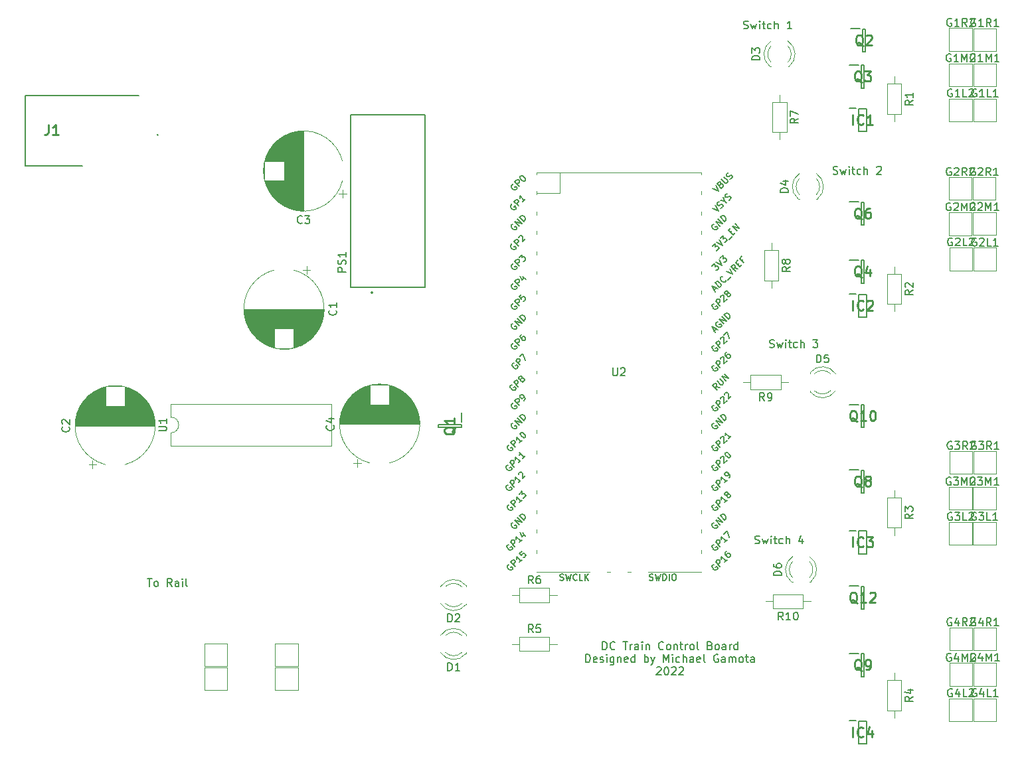
<source format=gbr>
%TF.GenerationSoftware,KiCad,Pcbnew,(6.0.7)*%
%TF.CreationDate,2022-12-25T01:48:00-08:00*%
%TF.ProjectId,ControlBoard,436f6e74-726f-46c4-926f-6172642e6b69,rev?*%
%TF.SameCoordinates,Original*%
%TF.FileFunction,Legend,Top*%
%TF.FilePolarity,Positive*%
%FSLAX46Y46*%
G04 Gerber Fmt 4.6, Leading zero omitted, Abs format (unit mm)*
G04 Created by KiCad (PCBNEW (6.0.7)) date 2022-12-25 01:48:00*
%MOMM*%
%LPD*%
G01*
G04 APERTURE LIST*
%ADD10C,0.150000*%
%ADD11C,0.254000*%
%ADD12C,0.120000*%
%ADD13C,0.200000*%
%ADD14C,0.127000*%
G04 APERTURE END LIST*
D10*
X215228571Y-99254761D02*
X215371428Y-99302380D01*
X215609523Y-99302380D01*
X215704761Y-99254761D01*
X215752380Y-99207142D01*
X215800000Y-99111904D01*
X215800000Y-99016666D01*
X215752380Y-98921428D01*
X215704761Y-98873809D01*
X215609523Y-98826190D01*
X215419047Y-98778571D01*
X215323809Y-98730952D01*
X215276190Y-98683333D01*
X215228571Y-98588095D01*
X215228571Y-98492857D01*
X215276190Y-98397619D01*
X215323809Y-98350000D01*
X215419047Y-98302380D01*
X215657142Y-98302380D01*
X215800000Y-98350000D01*
X216133333Y-98635714D02*
X216323809Y-99302380D01*
X216514285Y-98826190D01*
X216704761Y-99302380D01*
X216895238Y-98635714D01*
X217276190Y-99302380D02*
X217276190Y-98635714D01*
X217276190Y-98302380D02*
X217228571Y-98350000D01*
X217276190Y-98397619D01*
X217323809Y-98350000D01*
X217276190Y-98302380D01*
X217276190Y-98397619D01*
X217609523Y-98635714D02*
X217990476Y-98635714D01*
X217752380Y-98302380D02*
X217752380Y-99159523D01*
X217800000Y-99254761D01*
X217895238Y-99302380D01*
X217990476Y-99302380D01*
X218752380Y-99254761D02*
X218657142Y-99302380D01*
X218466666Y-99302380D01*
X218371428Y-99254761D01*
X218323809Y-99207142D01*
X218276190Y-99111904D01*
X218276190Y-98826190D01*
X218323809Y-98730952D01*
X218371428Y-98683333D01*
X218466666Y-98635714D01*
X218657142Y-98635714D01*
X218752380Y-98683333D01*
X219180952Y-99302380D02*
X219180952Y-98302380D01*
X219609523Y-99302380D02*
X219609523Y-98778571D01*
X219561904Y-98683333D01*
X219466666Y-98635714D01*
X219323809Y-98635714D01*
X219228571Y-98683333D01*
X219180952Y-98730952D01*
X221276190Y-98635714D02*
X221276190Y-99302380D01*
X221038095Y-98254761D02*
X220800000Y-98969047D01*
X221419047Y-98969047D01*
X217088571Y-74224761D02*
X217231428Y-74272380D01*
X217469523Y-74272380D01*
X217564761Y-74224761D01*
X217612380Y-74177142D01*
X217660000Y-74081904D01*
X217660000Y-73986666D01*
X217612380Y-73891428D01*
X217564761Y-73843809D01*
X217469523Y-73796190D01*
X217279047Y-73748571D01*
X217183809Y-73700952D01*
X217136190Y-73653333D01*
X217088571Y-73558095D01*
X217088571Y-73462857D01*
X217136190Y-73367619D01*
X217183809Y-73320000D01*
X217279047Y-73272380D01*
X217517142Y-73272380D01*
X217660000Y-73320000D01*
X217993333Y-73605714D02*
X218183809Y-74272380D01*
X218374285Y-73796190D01*
X218564761Y-74272380D01*
X218755238Y-73605714D01*
X219136190Y-74272380D02*
X219136190Y-73605714D01*
X219136190Y-73272380D02*
X219088571Y-73320000D01*
X219136190Y-73367619D01*
X219183809Y-73320000D01*
X219136190Y-73272380D01*
X219136190Y-73367619D01*
X219469523Y-73605714D02*
X219850476Y-73605714D01*
X219612380Y-73272380D02*
X219612380Y-74129523D01*
X219660000Y-74224761D01*
X219755238Y-74272380D01*
X219850476Y-74272380D01*
X220612380Y-74224761D02*
X220517142Y-74272380D01*
X220326666Y-74272380D01*
X220231428Y-74224761D01*
X220183809Y-74177142D01*
X220136190Y-74081904D01*
X220136190Y-73796190D01*
X220183809Y-73700952D01*
X220231428Y-73653333D01*
X220326666Y-73605714D01*
X220517142Y-73605714D01*
X220612380Y-73653333D01*
X221040952Y-74272380D02*
X221040952Y-73272380D01*
X221469523Y-74272380D02*
X221469523Y-73748571D01*
X221421904Y-73653333D01*
X221326666Y-73605714D01*
X221183809Y-73605714D01*
X221088571Y-73653333D01*
X221040952Y-73700952D01*
X222612380Y-73272380D02*
X223231428Y-73272380D01*
X222898095Y-73653333D01*
X223040952Y-73653333D01*
X223136190Y-73700952D01*
X223183809Y-73748571D01*
X223231428Y-73843809D01*
X223231428Y-74081904D01*
X223183809Y-74177142D01*
X223136190Y-74224761D01*
X223040952Y-74272380D01*
X222755238Y-74272380D01*
X222660000Y-74224761D01*
X222612380Y-74177142D01*
X225198571Y-52114761D02*
X225341428Y-52162380D01*
X225579523Y-52162380D01*
X225674761Y-52114761D01*
X225722380Y-52067142D01*
X225770000Y-51971904D01*
X225770000Y-51876666D01*
X225722380Y-51781428D01*
X225674761Y-51733809D01*
X225579523Y-51686190D01*
X225389047Y-51638571D01*
X225293809Y-51590952D01*
X225246190Y-51543333D01*
X225198571Y-51448095D01*
X225198571Y-51352857D01*
X225246190Y-51257619D01*
X225293809Y-51210000D01*
X225389047Y-51162380D01*
X225627142Y-51162380D01*
X225770000Y-51210000D01*
X226103333Y-51495714D02*
X226293809Y-52162380D01*
X226484285Y-51686190D01*
X226674761Y-52162380D01*
X226865238Y-51495714D01*
X227246190Y-52162380D02*
X227246190Y-51495714D01*
X227246190Y-51162380D02*
X227198571Y-51210000D01*
X227246190Y-51257619D01*
X227293809Y-51210000D01*
X227246190Y-51162380D01*
X227246190Y-51257619D01*
X227579523Y-51495714D02*
X227960476Y-51495714D01*
X227722380Y-51162380D02*
X227722380Y-52019523D01*
X227770000Y-52114761D01*
X227865238Y-52162380D01*
X227960476Y-52162380D01*
X228722380Y-52114761D02*
X228627142Y-52162380D01*
X228436666Y-52162380D01*
X228341428Y-52114761D01*
X228293809Y-52067142D01*
X228246190Y-51971904D01*
X228246190Y-51686190D01*
X228293809Y-51590952D01*
X228341428Y-51543333D01*
X228436666Y-51495714D01*
X228627142Y-51495714D01*
X228722380Y-51543333D01*
X229150952Y-52162380D02*
X229150952Y-51162380D01*
X229579523Y-52162380D02*
X229579523Y-51638571D01*
X229531904Y-51543333D01*
X229436666Y-51495714D01*
X229293809Y-51495714D01*
X229198571Y-51543333D01*
X229150952Y-51590952D01*
X230770000Y-51257619D02*
X230817619Y-51210000D01*
X230912857Y-51162380D01*
X231150952Y-51162380D01*
X231246190Y-51210000D01*
X231293809Y-51257619D01*
X231341428Y-51352857D01*
X231341428Y-51448095D01*
X231293809Y-51590952D01*
X230722380Y-52162380D01*
X231341428Y-52162380D01*
X213778571Y-33554761D02*
X213921428Y-33602380D01*
X214159523Y-33602380D01*
X214254761Y-33554761D01*
X214302380Y-33507142D01*
X214350000Y-33411904D01*
X214350000Y-33316666D01*
X214302380Y-33221428D01*
X214254761Y-33173809D01*
X214159523Y-33126190D01*
X213969047Y-33078571D01*
X213873809Y-33030952D01*
X213826190Y-32983333D01*
X213778571Y-32888095D01*
X213778571Y-32792857D01*
X213826190Y-32697619D01*
X213873809Y-32650000D01*
X213969047Y-32602380D01*
X214207142Y-32602380D01*
X214350000Y-32650000D01*
X214683333Y-32935714D02*
X214873809Y-33602380D01*
X215064285Y-33126190D01*
X215254761Y-33602380D01*
X215445238Y-32935714D01*
X215826190Y-33602380D02*
X215826190Y-32935714D01*
X215826190Y-32602380D02*
X215778571Y-32650000D01*
X215826190Y-32697619D01*
X215873809Y-32650000D01*
X215826190Y-32602380D01*
X215826190Y-32697619D01*
X216159523Y-32935714D02*
X216540476Y-32935714D01*
X216302380Y-32602380D02*
X216302380Y-33459523D01*
X216350000Y-33554761D01*
X216445238Y-33602380D01*
X216540476Y-33602380D01*
X217302380Y-33554761D02*
X217207142Y-33602380D01*
X217016666Y-33602380D01*
X216921428Y-33554761D01*
X216873809Y-33507142D01*
X216826190Y-33411904D01*
X216826190Y-33126190D01*
X216873809Y-33030952D01*
X216921428Y-32983333D01*
X217016666Y-32935714D01*
X217207142Y-32935714D01*
X217302380Y-32983333D01*
X217730952Y-33602380D02*
X217730952Y-32602380D01*
X218159523Y-33602380D02*
X218159523Y-33078571D01*
X218111904Y-32983333D01*
X218016666Y-32935714D01*
X217873809Y-32935714D01*
X217778571Y-32983333D01*
X217730952Y-33030952D01*
X219921428Y-33602380D02*
X219350000Y-33602380D01*
X219635714Y-33602380D02*
X219635714Y-32602380D01*
X219540476Y-32745238D01*
X219445238Y-32840476D01*
X219350000Y-32888095D01*
X137758571Y-103762380D02*
X138330000Y-103762380D01*
X138044285Y-104762380D02*
X138044285Y-103762380D01*
X138806190Y-104762380D02*
X138710952Y-104714761D01*
X138663333Y-104667142D01*
X138615714Y-104571904D01*
X138615714Y-104286190D01*
X138663333Y-104190952D01*
X138710952Y-104143333D01*
X138806190Y-104095714D01*
X138949047Y-104095714D01*
X139044285Y-104143333D01*
X139091904Y-104190952D01*
X139139523Y-104286190D01*
X139139523Y-104571904D01*
X139091904Y-104667142D01*
X139044285Y-104714761D01*
X138949047Y-104762380D01*
X138806190Y-104762380D01*
X140901428Y-104762380D02*
X140568095Y-104286190D01*
X140330000Y-104762380D02*
X140330000Y-103762380D01*
X140710952Y-103762380D01*
X140806190Y-103810000D01*
X140853809Y-103857619D01*
X140901428Y-103952857D01*
X140901428Y-104095714D01*
X140853809Y-104190952D01*
X140806190Y-104238571D01*
X140710952Y-104286190D01*
X140330000Y-104286190D01*
X141758571Y-104762380D02*
X141758571Y-104238571D01*
X141710952Y-104143333D01*
X141615714Y-104095714D01*
X141425238Y-104095714D01*
X141330000Y-104143333D01*
X141758571Y-104714761D02*
X141663333Y-104762380D01*
X141425238Y-104762380D01*
X141330000Y-104714761D01*
X141282380Y-104619523D01*
X141282380Y-104524285D01*
X141330000Y-104429047D01*
X141425238Y-104381428D01*
X141663333Y-104381428D01*
X141758571Y-104333809D01*
X142234761Y-104762380D02*
X142234761Y-104095714D01*
X142234761Y-103762380D02*
X142187142Y-103810000D01*
X142234761Y-103857619D01*
X142282380Y-103810000D01*
X142234761Y-103762380D01*
X142234761Y-103857619D01*
X142853809Y-104762380D02*
X142758571Y-104714761D01*
X142710952Y-104619523D01*
X142710952Y-103762380D01*
X195790952Y-112822380D02*
X195790952Y-111822380D01*
X196029047Y-111822380D01*
X196171904Y-111870000D01*
X196267142Y-111965238D01*
X196314761Y-112060476D01*
X196362380Y-112250952D01*
X196362380Y-112393809D01*
X196314761Y-112584285D01*
X196267142Y-112679523D01*
X196171904Y-112774761D01*
X196029047Y-112822380D01*
X195790952Y-112822380D01*
X197362380Y-112727142D02*
X197314761Y-112774761D01*
X197171904Y-112822380D01*
X197076666Y-112822380D01*
X196933809Y-112774761D01*
X196838571Y-112679523D01*
X196790952Y-112584285D01*
X196743333Y-112393809D01*
X196743333Y-112250952D01*
X196790952Y-112060476D01*
X196838571Y-111965238D01*
X196933809Y-111870000D01*
X197076666Y-111822380D01*
X197171904Y-111822380D01*
X197314761Y-111870000D01*
X197362380Y-111917619D01*
X198410000Y-111822380D02*
X198981428Y-111822380D01*
X198695714Y-112822380D02*
X198695714Y-111822380D01*
X199314761Y-112822380D02*
X199314761Y-112155714D01*
X199314761Y-112346190D02*
X199362380Y-112250952D01*
X199410000Y-112203333D01*
X199505238Y-112155714D01*
X199600476Y-112155714D01*
X200362380Y-112822380D02*
X200362380Y-112298571D01*
X200314761Y-112203333D01*
X200219523Y-112155714D01*
X200029047Y-112155714D01*
X199933809Y-112203333D01*
X200362380Y-112774761D02*
X200267142Y-112822380D01*
X200029047Y-112822380D01*
X199933809Y-112774761D01*
X199886190Y-112679523D01*
X199886190Y-112584285D01*
X199933809Y-112489047D01*
X200029047Y-112441428D01*
X200267142Y-112441428D01*
X200362380Y-112393809D01*
X200838571Y-112822380D02*
X200838571Y-112155714D01*
X200838571Y-111822380D02*
X200790952Y-111870000D01*
X200838571Y-111917619D01*
X200886190Y-111870000D01*
X200838571Y-111822380D01*
X200838571Y-111917619D01*
X201314761Y-112155714D02*
X201314761Y-112822380D01*
X201314761Y-112250952D02*
X201362380Y-112203333D01*
X201457619Y-112155714D01*
X201600476Y-112155714D01*
X201695714Y-112203333D01*
X201743333Y-112298571D01*
X201743333Y-112822380D01*
X203552857Y-112727142D02*
X203505238Y-112774761D01*
X203362380Y-112822380D01*
X203267142Y-112822380D01*
X203124285Y-112774761D01*
X203029047Y-112679523D01*
X202981428Y-112584285D01*
X202933809Y-112393809D01*
X202933809Y-112250952D01*
X202981428Y-112060476D01*
X203029047Y-111965238D01*
X203124285Y-111870000D01*
X203267142Y-111822380D01*
X203362380Y-111822380D01*
X203505238Y-111870000D01*
X203552857Y-111917619D01*
X204124285Y-112822380D02*
X204029047Y-112774761D01*
X203981428Y-112727142D01*
X203933809Y-112631904D01*
X203933809Y-112346190D01*
X203981428Y-112250952D01*
X204029047Y-112203333D01*
X204124285Y-112155714D01*
X204267142Y-112155714D01*
X204362380Y-112203333D01*
X204410000Y-112250952D01*
X204457619Y-112346190D01*
X204457619Y-112631904D01*
X204410000Y-112727142D01*
X204362380Y-112774761D01*
X204267142Y-112822380D01*
X204124285Y-112822380D01*
X204886190Y-112155714D02*
X204886190Y-112822380D01*
X204886190Y-112250952D02*
X204933809Y-112203333D01*
X205029047Y-112155714D01*
X205171904Y-112155714D01*
X205267142Y-112203333D01*
X205314761Y-112298571D01*
X205314761Y-112822380D01*
X205648095Y-112155714D02*
X206029047Y-112155714D01*
X205790952Y-111822380D02*
X205790952Y-112679523D01*
X205838571Y-112774761D01*
X205933809Y-112822380D01*
X206029047Y-112822380D01*
X206362380Y-112822380D02*
X206362380Y-112155714D01*
X206362380Y-112346190D02*
X206410000Y-112250952D01*
X206457619Y-112203333D01*
X206552857Y-112155714D01*
X206648095Y-112155714D01*
X207124285Y-112822380D02*
X207029047Y-112774761D01*
X206981428Y-112727142D01*
X206933809Y-112631904D01*
X206933809Y-112346190D01*
X206981428Y-112250952D01*
X207029047Y-112203333D01*
X207124285Y-112155714D01*
X207267142Y-112155714D01*
X207362380Y-112203333D01*
X207410000Y-112250952D01*
X207457619Y-112346190D01*
X207457619Y-112631904D01*
X207410000Y-112727142D01*
X207362380Y-112774761D01*
X207267142Y-112822380D01*
X207124285Y-112822380D01*
X208029047Y-112822380D02*
X207933809Y-112774761D01*
X207886190Y-112679523D01*
X207886190Y-111822380D01*
X209505238Y-112298571D02*
X209648095Y-112346190D01*
X209695714Y-112393809D01*
X209743333Y-112489047D01*
X209743333Y-112631904D01*
X209695714Y-112727142D01*
X209648095Y-112774761D01*
X209552857Y-112822380D01*
X209171904Y-112822380D01*
X209171904Y-111822380D01*
X209505238Y-111822380D01*
X209600476Y-111870000D01*
X209648095Y-111917619D01*
X209695714Y-112012857D01*
X209695714Y-112108095D01*
X209648095Y-112203333D01*
X209600476Y-112250952D01*
X209505238Y-112298571D01*
X209171904Y-112298571D01*
X210314761Y-112822380D02*
X210219523Y-112774761D01*
X210171904Y-112727142D01*
X210124285Y-112631904D01*
X210124285Y-112346190D01*
X210171904Y-112250952D01*
X210219523Y-112203333D01*
X210314761Y-112155714D01*
X210457619Y-112155714D01*
X210552857Y-112203333D01*
X210600476Y-112250952D01*
X210648095Y-112346190D01*
X210648095Y-112631904D01*
X210600476Y-112727142D01*
X210552857Y-112774761D01*
X210457619Y-112822380D01*
X210314761Y-112822380D01*
X211505238Y-112822380D02*
X211505238Y-112298571D01*
X211457619Y-112203333D01*
X211362380Y-112155714D01*
X211171904Y-112155714D01*
X211076666Y-112203333D01*
X211505238Y-112774761D02*
X211410000Y-112822380D01*
X211171904Y-112822380D01*
X211076666Y-112774761D01*
X211029047Y-112679523D01*
X211029047Y-112584285D01*
X211076666Y-112489047D01*
X211171904Y-112441428D01*
X211410000Y-112441428D01*
X211505238Y-112393809D01*
X211981428Y-112822380D02*
X211981428Y-112155714D01*
X211981428Y-112346190D02*
X212029047Y-112250952D01*
X212076666Y-112203333D01*
X212171904Y-112155714D01*
X212267142Y-112155714D01*
X213029047Y-112822380D02*
X213029047Y-111822380D01*
X213029047Y-112774761D02*
X212933809Y-112822380D01*
X212743333Y-112822380D01*
X212648095Y-112774761D01*
X212600476Y-112727142D01*
X212552857Y-112631904D01*
X212552857Y-112346190D01*
X212600476Y-112250952D01*
X212648095Y-112203333D01*
X212743333Y-112155714D01*
X212933809Y-112155714D01*
X213029047Y-112203333D01*
X193671904Y-114432380D02*
X193671904Y-113432380D01*
X193910000Y-113432380D01*
X194052857Y-113480000D01*
X194148095Y-113575238D01*
X194195714Y-113670476D01*
X194243333Y-113860952D01*
X194243333Y-114003809D01*
X194195714Y-114194285D01*
X194148095Y-114289523D01*
X194052857Y-114384761D01*
X193910000Y-114432380D01*
X193671904Y-114432380D01*
X195052857Y-114384761D02*
X194957619Y-114432380D01*
X194767142Y-114432380D01*
X194671904Y-114384761D01*
X194624285Y-114289523D01*
X194624285Y-113908571D01*
X194671904Y-113813333D01*
X194767142Y-113765714D01*
X194957619Y-113765714D01*
X195052857Y-113813333D01*
X195100476Y-113908571D01*
X195100476Y-114003809D01*
X194624285Y-114099047D01*
X195481428Y-114384761D02*
X195576666Y-114432380D01*
X195767142Y-114432380D01*
X195862380Y-114384761D01*
X195910000Y-114289523D01*
X195910000Y-114241904D01*
X195862380Y-114146666D01*
X195767142Y-114099047D01*
X195624285Y-114099047D01*
X195529047Y-114051428D01*
X195481428Y-113956190D01*
X195481428Y-113908571D01*
X195529047Y-113813333D01*
X195624285Y-113765714D01*
X195767142Y-113765714D01*
X195862380Y-113813333D01*
X196338571Y-114432380D02*
X196338571Y-113765714D01*
X196338571Y-113432380D02*
X196290952Y-113480000D01*
X196338571Y-113527619D01*
X196386190Y-113480000D01*
X196338571Y-113432380D01*
X196338571Y-113527619D01*
X197243333Y-113765714D02*
X197243333Y-114575238D01*
X197195714Y-114670476D01*
X197148095Y-114718095D01*
X197052857Y-114765714D01*
X196910000Y-114765714D01*
X196814761Y-114718095D01*
X197243333Y-114384761D02*
X197148095Y-114432380D01*
X196957619Y-114432380D01*
X196862380Y-114384761D01*
X196814761Y-114337142D01*
X196767142Y-114241904D01*
X196767142Y-113956190D01*
X196814761Y-113860952D01*
X196862380Y-113813333D01*
X196957619Y-113765714D01*
X197148095Y-113765714D01*
X197243333Y-113813333D01*
X197719523Y-113765714D02*
X197719523Y-114432380D01*
X197719523Y-113860952D02*
X197767142Y-113813333D01*
X197862380Y-113765714D01*
X198005238Y-113765714D01*
X198100476Y-113813333D01*
X198148095Y-113908571D01*
X198148095Y-114432380D01*
X199005238Y-114384761D02*
X198910000Y-114432380D01*
X198719523Y-114432380D01*
X198624285Y-114384761D01*
X198576666Y-114289523D01*
X198576666Y-113908571D01*
X198624285Y-113813333D01*
X198719523Y-113765714D01*
X198910000Y-113765714D01*
X199005238Y-113813333D01*
X199052857Y-113908571D01*
X199052857Y-114003809D01*
X198576666Y-114099047D01*
X199910000Y-114432380D02*
X199910000Y-113432380D01*
X199910000Y-114384761D02*
X199814761Y-114432380D01*
X199624285Y-114432380D01*
X199529047Y-114384761D01*
X199481428Y-114337142D01*
X199433809Y-114241904D01*
X199433809Y-113956190D01*
X199481428Y-113860952D01*
X199529047Y-113813333D01*
X199624285Y-113765714D01*
X199814761Y-113765714D01*
X199910000Y-113813333D01*
X201148095Y-114432380D02*
X201148095Y-113432380D01*
X201148095Y-113813333D02*
X201243333Y-113765714D01*
X201433809Y-113765714D01*
X201529047Y-113813333D01*
X201576666Y-113860952D01*
X201624285Y-113956190D01*
X201624285Y-114241904D01*
X201576666Y-114337142D01*
X201529047Y-114384761D01*
X201433809Y-114432380D01*
X201243333Y-114432380D01*
X201148095Y-114384761D01*
X201957619Y-113765714D02*
X202195714Y-114432380D01*
X202433809Y-113765714D02*
X202195714Y-114432380D01*
X202100476Y-114670476D01*
X202052857Y-114718095D01*
X201957619Y-114765714D01*
X203576666Y-114432380D02*
X203576666Y-113432380D01*
X203910000Y-114146666D01*
X204243333Y-113432380D01*
X204243333Y-114432380D01*
X204719523Y-114432380D02*
X204719523Y-113765714D01*
X204719523Y-113432380D02*
X204671904Y-113480000D01*
X204719523Y-113527619D01*
X204767142Y-113480000D01*
X204719523Y-113432380D01*
X204719523Y-113527619D01*
X205624285Y-114384761D02*
X205529047Y-114432380D01*
X205338571Y-114432380D01*
X205243333Y-114384761D01*
X205195714Y-114337142D01*
X205148095Y-114241904D01*
X205148095Y-113956190D01*
X205195714Y-113860952D01*
X205243333Y-113813333D01*
X205338571Y-113765714D01*
X205529047Y-113765714D01*
X205624285Y-113813333D01*
X206052857Y-114432380D02*
X206052857Y-113432380D01*
X206481428Y-114432380D02*
X206481428Y-113908571D01*
X206433809Y-113813333D01*
X206338571Y-113765714D01*
X206195714Y-113765714D01*
X206100476Y-113813333D01*
X206052857Y-113860952D01*
X207386190Y-114432380D02*
X207386190Y-113908571D01*
X207338571Y-113813333D01*
X207243333Y-113765714D01*
X207052857Y-113765714D01*
X206957619Y-113813333D01*
X207386190Y-114384761D02*
X207290952Y-114432380D01*
X207052857Y-114432380D01*
X206957619Y-114384761D01*
X206910000Y-114289523D01*
X206910000Y-114194285D01*
X206957619Y-114099047D01*
X207052857Y-114051428D01*
X207290952Y-114051428D01*
X207386190Y-114003809D01*
X208243333Y-114384761D02*
X208148095Y-114432380D01*
X207957619Y-114432380D01*
X207862380Y-114384761D01*
X207814761Y-114289523D01*
X207814761Y-113908571D01*
X207862380Y-113813333D01*
X207957619Y-113765714D01*
X208148095Y-113765714D01*
X208243333Y-113813333D01*
X208290952Y-113908571D01*
X208290952Y-114003809D01*
X207814761Y-114099047D01*
X208862380Y-114432380D02*
X208767142Y-114384761D01*
X208719523Y-114289523D01*
X208719523Y-113432380D01*
X210529047Y-113480000D02*
X210433809Y-113432380D01*
X210290952Y-113432380D01*
X210148095Y-113480000D01*
X210052857Y-113575238D01*
X210005238Y-113670476D01*
X209957619Y-113860952D01*
X209957619Y-114003809D01*
X210005238Y-114194285D01*
X210052857Y-114289523D01*
X210148095Y-114384761D01*
X210290952Y-114432380D01*
X210386190Y-114432380D01*
X210529047Y-114384761D01*
X210576666Y-114337142D01*
X210576666Y-114003809D01*
X210386190Y-114003809D01*
X211433809Y-114432380D02*
X211433809Y-113908571D01*
X211386190Y-113813333D01*
X211290952Y-113765714D01*
X211100476Y-113765714D01*
X211005238Y-113813333D01*
X211433809Y-114384761D02*
X211338571Y-114432380D01*
X211100476Y-114432380D01*
X211005238Y-114384761D01*
X210957619Y-114289523D01*
X210957619Y-114194285D01*
X211005238Y-114099047D01*
X211100476Y-114051428D01*
X211338571Y-114051428D01*
X211433809Y-114003809D01*
X211910000Y-114432380D02*
X211910000Y-113765714D01*
X211910000Y-113860952D02*
X211957619Y-113813333D01*
X212052857Y-113765714D01*
X212195714Y-113765714D01*
X212290952Y-113813333D01*
X212338571Y-113908571D01*
X212338571Y-114432380D01*
X212338571Y-113908571D02*
X212386190Y-113813333D01*
X212481428Y-113765714D01*
X212624285Y-113765714D01*
X212719523Y-113813333D01*
X212767142Y-113908571D01*
X212767142Y-114432380D01*
X213386190Y-114432380D02*
X213290952Y-114384761D01*
X213243333Y-114337142D01*
X213195714Y-114241904D01*
X213195714Y-113956190D01*
X213243333Y-113860952D01*
X213290952Y-113813333D01*
X213386190Y-113765714D01*
X213529047Y-113765714D01*
X213624285Y-113813333D01*
X213671904Y-113860952D01*
X213719523Y-113956190D01*
X213719523Y-114241904D01*
X213671904Y-114337142D01*
X213624285Y-114384761D01*
X213529047Y-114432380D01*
X213386190Y-114432380D01*
X214005238Y-113765714D02*
X214386190Y-113765714D01*
X214148095Y-113432380D02*
X214148095Y-114289523D01*
X214195714Y-114384761D01*
X214290952Y-114432380D01*
X214386190Y-114432380D01*
X215148095Y-114432380D02*
X215148095Y-113908571D01*
X215100476Y-113813333D01*
X215005238Y-113765714D01*
X214814761Y-113765714D01*
X214719523Y-113813333D01*
X215148095Y-114384761D02*
X215052857Y-114432380D01*
X214814761Y-114432380D01*
X214719523Y-114384761D01*
X214671904Y-114289523D01*
X214671904Y-114194285D01*
X214719523Y-114099047D01*
X214814761Y-114051428D01*
X215052857Y-114051428D01*
X215148095Y-114003809D01*
X202695714Y-115137619D02*
X202743333Y-115090000D01*
X202838571Y-115042380D01*
X203076666Y-115042380D01*
X203171904Y-115090000D01*
X203219523Y-115137619D01*
X203267142Y-115232857D01*
X203267142Y-115328095D01*
X203219523Y-115470952D01*
X202648095Y-116042380D01*
X203267142Y-116042380D01*
X203886190Y-115042380D02*
X203981428Y-115042380D01*
X204076666Y-115090000D01*
X204124285Y-115137619D01*
X204171904Y-115232857D01*
X204219523Y-115423333D01*
X204219523Y-115661428D01*
X204171904Y-115851904D01*
X204124285Y-115947142D01*
X204076666Y-115994761D01*
X203981428Y-116042380D01*
X203886190Y-116042380D01*
X203790952Y-115994761D01*
X203743333Y-115947142D01*
X203695714Y-115851904D01*
X203648095Y-115661428D01*
X203648095Y-115423333D01*
X203695714Y-115232857D01*
X203743333Y-115137619D01*
X203790952Y-115090000D01*
X203886190Y-115042380D01*
X204600476Y-115137619D02*
X204648095Y-115090000D01*
X204743333Y-115042380D01*
X204981428Y-115042380D01*
X205076666Y-115090000D01*
X205124285Y-115137619D01*
X205171904Y-115232857D01*
X205171904Y-115328095D01*
X205124285Y-115470952D01*
X204552857Y-116042380D01*
X205171904Y-116042380D01*
X205552857Y-115137619D02*
X205600476Y-115090000D01*
X205695714Y-115042380D01*
X205933809Y-115042380D01*
X206029047Y-115090000D01*
X206076666Y-115137619D01*
X206124285Y-115232857D01*
X206124285Y-115328095D01*
X206076666Y-115470952D01*
X205505238Y-116042380D01*
X206124285Y-116042380D01*
%TO.C,R10*%
X218807142Y-109042380D02*
X218473809Y-108566190D01*
X218235714Y-109042380D02*
X218235714Y-108042380D01*
X218616666Y-108042380D01*
X218711904Y-108090000D01*
X218759523Y-108137619D01*
X218807142Y-108232857D01*
X218807142Y-108375714D01*
X218759523Y-108470952D01*
X218711904Y-108518571D01*
X218616666Y-108566190D01*
X218235714Y-108566190D01*
X219759523Y-109042380D02*
X219188095Y-109042380D01*
X219473809Y-109042380D02*
X219473809Y-108042380D01*
X219378571Y-108185238D01*
X219283333Y-108280476D01*
X219188095Y-108328095D01*
X220378571Y-108042380D02*
X220473809Y-108042380D01*
X220569047Y-108090000D01*
X220616666Y-108137619D01*
X220664285Y-108232857D01*
X220711904Y-108423333D01*
X220711904Y-108661428D01*
X220664285Y-108851904D01*
X220616666Y-108947142D01*
X220569047Y-108994761D01*
X220473809Y-109042380D01*
X220378571Y-109042380D01*
X220283333Y-108994761D01*
X220235714Y-108947142D01*
X220188095Y-108851904D01*
X220140476Y-108661428D01*
X220140476Y-108423333D01*
X220188095Y-108232857D01*
X220235714Y-108137619D01*
X220283333Y-108090000D01*
X220378571Y-108042380D01*
%TO.C,R9*%
X216423333Y-81072380D02*
X216090000Y-80596190D01*
X215851904Y-81072380D02*
X215851904Y-80072380D01*
X216232857Y-80072380D01*
X216328095Y-80120000D01*
X216375714Y-80167619D01*
X216423333Y-80262857D01*
X216423333Y-80405714D01*
X216375714Y-80500952D01*
X216328095Y-80548571D01*
X216232857Y-80596190D01*
X215851904Y-80596190D01*
X216899523Y-81072380D02*
X217090000Y-81072380D01*
X217185238Y-81024761D01*
X217232857Y-80977142D01*
X217328095Y-80834285D01*
X217375714Y-80643809D01*
X217375714Y-80262857D01*
X217328095Y-80167619D01*
X217280476Y-80120000D01*
X217185238Y-80072380D01*
X216994761Y-80072380D01*
X216899523Y-80120000D01*
X216851904Y-80167619D01*
X216804285Y-80262857D01*
X216804285Y-80500952D01*
X216851904Y-80596190D01*
X216899523Y-80643809D01*
X216994761Y-80691428D01*
X217185238Y-80691428D01*
X217280476Y-80643809D01*
X217328095Y-80596190D01*
X217375714Y-80500952D01*
%TO.C,R8*%
X219692380Y-63966666D02*
X219216190Y-64300000D01*
X219692380Y-64538095D02*
X218692380Y-64538095D01*
X218692380Y-64157142D01*
X218740000Y-64061904D01*
X218787619Y-64014285D01*
X218882857Y-63966666D01*
X219025714Y-63966666D01*
X219120952Y-64014285D01*
X219168571Y-64061904D01*
X219216190Y-64157142D01*
X219216190Y-64538095D01*
X219120952Y-63395238D02*
X219073333Y-63490476D01*
X219025714Y-63538095D01*
X218930476Y-63585714D01*
X218882857Y-63585714D01*
X218787619Y-63538095D01*
X218740000Y-63490476D01*
X218692380Y-63395238D01*
X218692380Y-63204761D01*
X218740000Y-63109523D01*
X218787619Y-63061904D01*
X218882857Y-63014285D01*
X218930476Y-63014285D01*
X219025714Y-63061904D01*
X219073333Y-63109523D01*
X219120952Y-63204761D01*
X219120952Y-63395238D01*
X219168571Y-63490476D01*
X219216190Y-63538095D01*
X219311428Y-63585714D01*
X219501904Y-63585714D01*
X219597142Y-63538095D01*
X219644761Y-63490476D01*
X219692380Y-63395238D01*
X219692380Y-63204761D01*
X219644761Y-63109523D01*
X219597142Y-63061904D01*
X219501904Y-63014285D01*
X219311428Y-63014285D01*
X219216190Y-63061904D01*
X219168571Y-63109523D01*
X219120952Y-63204761D01*
%TO.C,R7*%
X220722380Y-45036666D02*
X220246190Y-45370000D01*
X220722380Y-45608095D02*
X219722380Y-45608095D01*
X219722380Y-45227142D01*
X219770000Y-45131904D01*
X219817619Y-45084285D01*
X219912857Y-45036666D01*
X220055714Y-45036666D01*
X220150952Y-45084285D01*
X220198571Y-45131904D01*
X220246190Y-45227142D01*
X220246190Y-45608095D01*
X219722380Y-44703333D02*
X219722380Y-44036666D01*
X220722380Y-44465238D01*
%TO.C,R6*%
X186943333Y-104372380D02*
X186610000Y-103896190D01*
X186371904Y-104372380D02*
X186371904Y-103372380D01*
X186752857Y-103372380D01*
X186848095Y-103420000D01*
X186895714Y-103467619D01*
X186943333Y-103562857D01*
X186943333Y-103705714D01*
X186895714Y-103800952D01*
X186848095Y-103848571D01*
X186752857Y-103896190D01*
X186371904Y-103896190D01*
X187800476Y-103372380D02*
X187610000Y-103372380D01*
X187514761Y-103420000D01*
X187467142Y-103467619D01*
X187371904Y-103610476D01*
X187324285Y-103800952D01*
X187324285Y-104181904D01*
X187371904Y-104277142D01*
X187419523Y-104324761D01*
X187514761Y-104372380D01*
X187705238Y-104372380D01*
X187800476Y-104324761D01*
X187848095Y-104277142D01*
X187895714Y-104181904D01*
X187895714Y-103943809D01*
X187848095Y-103848571D01*
X187800476Y-103800952D01*
X187705238Y-103753333D01*
X187514761Y-103753333D01*
X187419523Y-103800952D01*
X187371904Y-103848571D01*
X187324285Y-103943809D01*
%TO.C,R5*%
X186943333Y-110632380D02*
X186610000Y-110156190D01*
X186371904Y-110632380D02*
X186371904Y-109632380D01*
X186752857Y-109632380D01*
X186848095Y-109680000D01*
X186895714Y-109727619D01*
X186943333Y-109822857D01*
X186943333Y-109965714D01*
X186895714Y-110060952D01*
X186848095Y-110108571D01*
X186752857Y-110156190D01*
X186371904Y-110156190D01*
X187848095Y-109632380D02*
X187371904Y-109632380D01*
X187324285Y-110108571D01*
X187371904Y-110060952D01*
X187467142Y-110013333D01*
X187705238Y-110013333D01*
X187800476Y-110060952D01*
X187848095Y-110108571D01*
X187895714Y-110203809D01*
X187895714Y-110441904D01*
X187848095Y-110537142D01*
X187800476Y-110584761D01*
X187705238Y-110632380D01*
X187467142Y-110632380D01*
X187371904Y-110584761D01*
X187324285Y-110537142D01*
%TO.C,D6*%
X218592380Y-103353095D02*
X217592380Y-103353095D01*
X217592380Y-103115000D01*
X217640000Y-102972142D01*
X217735238Y-102876904D01*
X217830476Y-102829285D01*
X218020952Y-102781666D01*
X218163809Y-102781666D01*
X218354285Y-102829285D01*
X218449523Y-102876904D01*
X218544761Y-102972142D01*
X218592380Y-103115000D01*
X218592380Y-103353095D01*
X217592380Y-101924523D02*
X217592380Y-102115000D01*
X217640000Y-102210238D01*
X217687619Y-102257857D01*
X217830476Y-102353095D01*
X218020952Y-102400714D01*
X218401904Y-102400714D01*
X218497142Y-102353095D01*
X218544761Y-102305476D01*
X218592380Y-102210238D01*
X218592380Y-102019761D01*
X218544761Y-101924523D01*
X218497142Y-101876904D01*
X218401904Y-101829285D01*
X218163809Y-101829285D01*
X218068571Y-101876904D01*
X218020952Y-101924523D01*
X217973333Y-102019761D01*
X217973333Y-102210238D01*
X218020952Y-102305476D01*
X218068571Y-102353095D01*
X218163809Y-102400714D01*
%TO.C,D5*%
X223086904Y-76192380D02*
X223086904Y-75192380D01*
X223325000Y-75192380D01*
X223467857Y-75240000D01*
X223563095Y-75335238D01*
X223610714Y-75430476D01*
X223658333Y-75620952D01*
X223658333Y-75763809D01*
X223610714Y-75954285D01*
X223563095Y-76049523D01*
X223467857Y-76144761D01*
X223325000Y-76192380D01*
X223086904Y-76192380D01*
X224563095Y-75192380D02*
X224086904Y-75192380D01*
X224039285Y-75668571D01*
X224086904Y-75620952D01*
X224182142Y-75573333D01*
X224420238Y-75573333D01*
X224515476Y-75620952D01*
X224563095Y-75668571D01*
X224610714Y-75763809D01*
X224610714Y-76001904D01*
X224563095Y-76097142D01*
X224515476Y-76144761D01*
X224420238Y-76192380D01*
X224182142Y-76192380D01*
X224086904Y-76144761D01*
X224039285Y-76097142D01*
%TO.C,D4*%
X219462380Y-54473095D02*
X218462380Y-54473095D01*
X218462380Y-54235000D01*
X218510000Y-54092142D01*
X218605238Y-53996904D01*
X218700476Y-53949285D01*
X218890952Y-53901666D01*
X219033809Y-53901666D01*
X219224285Y-53949285D01*
X219319523Y-53996904D01*
X219414761Y-54092142D01*
X219462380Y-54235000D01*
X219462380Y-54473095D01*
X218795714Y-53044523D02*
X219462380Y-53044523D01*
X218414761Y-53282619D02*
X219129047Y-53520714D01*
X219129047Y-52901666D01*
%TO.C,D3*%
X215842380Y-37573095D02*
X214842380Y-37573095D01*
X214842380Y-37335000D01*
X214890000Y-37192142D01*
X214985238Y-37096904D01*
X215080476Y-37049285D01*
X215270952Y-37001666D01*
X215413809Y-37001666D01*
X215604285Y-37049285D01*
X215699523Y-37096904D01*
X215794761Y-37192142D01*
X215842380Y-37335000D01*
X215842380Y-37573095D01*
X214842380Y-36668333D02*
X214842380Y-36049285D01*
X215223333Y-36382619D01*
X215223333Y-36239761D01*
X215270952Y-36144523D01*
X215318571Y-36096904D01*
X215413809Y-36049285D01*
X215651904Y-36049285D01*
X215747142Y-36096904D01*
X215794761Y-36144523D01*
X215842380Y-36239761D01*
X215842380Y-36525476D01*
X215794761Y-36620714D01*
X215747142Y-36668333D01*
%TO.C,D2*%
X176066904Y-109272380D02*
X176066904Y-108272380D01*
X176305000Y-108272380D01*
X176447857Y-108320000D01*
X176543095Y-108415238D01*
X176590714Y-108510476D01*
X176638333Y-108700952D01*
X176638333Y-108843809D01*
X176590714Y-109034285D01*
X176543095Y-109129523D01*
X176447857Y-109224761D01*
X176305000Y-109272380D01*
X176066904Y-109272380D01*
X177019285Y-108367619D02*
X177066904Y-108320000D01*
X177162142Y-108272380D01*
X177400238Y-108272380D01*
X177495476Y-108320000D01*
X177543095Y-108367619D01*
X177590714Y-108462857D01*
X177590714Y-108558095D01*
X177543095Y-108700952D01*
X176971666Y-109272380D01*
X177590714Y-109272380D01*
%TO.C,D1*%
X176066904Y-115512380D02*
X176066904Y-114512380D01*
X176305000Y-114512380D01*
X176447857Y-114560000D01*
X176543095Y-114655238D01*
X176590714Y-114750476D01*
X176638333Y-114940952D01*
X176638333Y-115083809D01*
X176590714Y-115274285D01*
X176543095Y-115369523D01*
X176447857Y-115464761D01*
X176305000Y-115512380D01*
X176066904Y-115512380D01*
X177590714Y-115512380D02*
X177019285Y-115512380D01*
X177305000Y-115512380D02*
X177305000Y-114512380D01*
X177209761Y-114655238D01*
X177114523Y-114750476D01*
X177019285Y-114798095D01*
%TO.C,G4R2*%
X240279523Y-108822000D02*
X240184285Y-108774380D01*
X240041428Y-108774380D01*
X239898571Y-108822000D01*
X239803333Y-108917238D01*
X239755714Y-109012476D01*
X239708095Y-109202952D01*
X239708095Y-109345809D01*
X239755714Y-109536285D01*
X239803333Y-109631523D01*
X239898571Y-109726761D01*
X240041428Y-109774380D01*
X240136666Y-109774380D01*
X240279523Y-109726761D01*
X240327142Y-109679142D01*
X240327142Y-109345809D01*
X240136666Y-109345809D01*
X241184285Y-109107714D02*
X241184285Y-109774380D01*
X240946190Y-108726761D02*
X240708095Y-109441047D01*
X241327142Y-109441047D01*
X242279523Y-109774380D02*
X241946190Y-109298190D01*
X241708095Y-109774380D02*
X241708095Y-108774380D01*
X242089047Y-108774380D01*
X242184285Y-108822000D01*
X242231904Y-108869619D01*
X242279523Y-108964857D01*
X242279523Y-109107714D01*
X242231904Y-109202952D01*
X242184285Y-109250571D01*
X242089047Y-109298190D01*
X241708095Y-109298190D01*
X242660476Y-108869619D02*
X242708095Y-108822000D01*
X242803333Y-108774380D01*
X243041428Y-108774380D01*
X243136666Y-108822000D01*
X243184285Y-108869619D01*
X243231904Y-108964857D01*
X243231904Y-109060095D01*
X243184285Y-109202952D01*
X242612857Y-109774380D01*
X243231904Y-109774380D01*
%TO.C,G4M2*%
X240208095Y-113342000D02*
X240112857Y-113294380D01*
X239970000Y-113294380D01*
X239827142Y-113342000D01*
X239731904Y-113437238D01*
X239684285Y-113532476D01*
X239636666Y-113722952D01*
X239636666Y-113865809D01*
X239684285Y-114056285D01*
X239731904Y-114151523D01*
X239827142Y-114246761D01*
X239970000Y-114294380D01*
X240065238Y-114294380D01*
X240208095Y-114246761D01*
X240255714Y-114199142D01*
X240255714Y-113865809D01*
X240065238Y-113865809D01*
X241112857Y-113627714D02*
X241112857Y-114294380D01*
X240874761Y-113246761D02*
X240636666Y-113961047D01*
X241255714Y-113961047D01*
X241636666Y-114294380D02*
X241636666Y-113294380D01*
X241970000Y-114008666D01*
X242303333Y-113294380D01*
X242303333Y-114294380D01*
X242731904Y-113389619D02*
X242779523Y-113342000D01*
X242874761Y-113294380D01*
X243112857Y-113294380D01*
X243208095Y-113342000D01*
X243255714Y-113389619D01*
X243303333Y-113484857D01*
X243303333Y-113580095D01*
X243255714Y-113722952D01*
X242684285Y-114294380D01*
X243303333Y-114294380D01*
%TO.C,G4L2*%
X240354761Y-117882000D02*
X240259523Y-117834380D01*
X240116666Y-117834380D01*
X239973809Y-117882000D01*
X239878571Y-117977238D01*
X239830952Y-118072476D01*
X239783333Y-118262952D01*
X239783333Y-118405809D01*
X239830952Y-118596285D01*
X239878571Y-118691523D01*
X239973809Y-118786761D01*
X240116666Y-118834380D01*
X240211904Y-118834380D01*
X240354761Y-118786761D01*
X240402380Y-118739142D01*
X240402380Y-118405809D01*
X240211904Y-118405809D01*
X241259523Y-118167714D02*
X241259523Y-118834380D01*
X241021428Y-117786761D02*
X240783333Y-118501047D01*
X241402380Y-118501047D01*
X242259523Y-118834380D02*
X241783333Y-118834380D01*
X241783333Y-117834380D01*
X242545238Y-117929619D02*
X242592857Y-117882000D01*
X242688095Y-117834380D01*
X242926190Y-117834380D01*
X243021428Y-117882000D01*
X243069047Y-117929619D01*
X243116666Y-118024857D01*
X243116666Y-118120095D01*
X243069047Y-118262952D01*
X242497619Y-118834380D01*
X243116666Y-118834380D01*
%TO.C,G3R2*%
X240309523Y-86312000D02*
X240214285Y-86264380D01*
X240071428Y-86264380D01*
X239928571Y-86312000D01*
X239833333Y-86407238D01*
X239785714Y-86502476D01*
X239738095Y-86692952D01*
X239738095Y-86835809D01*
X239785714Y-87026285D01*
X239833333Y-87121523D01*
X239928571Y-87216761D01*
X240071428Y-87264380D01*
X240166666Y-87264380D01*
X240309523Y-87216761D01*
X240357142Y-87169142D01*
X240357142Y-86835809D01*
X240166666Y-86835809D01*
X240690476Y-86264380D02*
X241309523Y-86264380D01*
X240976190Y-86645333D01*
X241119047Y-86645333D01*
X241214285Y-86692952D01*
X241261904Y-86740571D01*
X241309523Y-86835809D01*
X241309523Y-87073904D01*
X241261904Y-87169142D01*
X241214285Y-87216761D01*
X241119047Y-87264380D01*
X240833333Y-87264380D01*
X240738095Y-87216761D01*
X240690476Y-87169142D01*
X242309523Y-87264380D02*
X241976190Y-86788190D01*
X241738095Y-87264380D02*
X241738095Y-86264380D01*
X242119047Y-86264380D01*
X242214285Y-86312000D01*
X242261904Y-86359619D01*
X242309523Y-86454857D01*
X242309523Y-86597714D01*
X242261904Y-86692952D01*
X242214285Y-86740571D01*
X242119047Y-86788190D01*
X241738095Y-86788190D01*
X242690476Y-86359619D02*
X242738095Y-86312000D01*
X242833333Y-86264380D01*
X243071428Y-86264380D01*
X243166666Y-86312000D01*
X243214285Y-86359619D01*
X243261904Y-86454857D01*
X243261904Y-86550095D01*
X243214285Y-86692952D01*
X242642857Y-87264380D01*
X243261904Y-87264380D01*
%TO.C,G3M2*%
X240178095Y-90872000D02*
X240082857Y-90824380D01*
X239940000Y-90824380D01*
X239797142Y-90872000D01*
X239701904Y-90967238D01*
X239654285Y-91062476D01*
X239606666Y-91252952D01*
X239606666Y-91395809D01*
X239654285Y-91586285D01*
X239701904Y-91681523D01*
X239797142Y-91776761D01*
X239940000Y-91824380D01*
X240035238Y-91824380D01*
X240178095Y-91776761D01*
X240225714Y-91729142D01*
X240225714Y-91395809D01*
X240035238Y-91395809D01*
X240559047Y-90824380D02*
X241178095Y-90824380D01*
X240844761Y-91205333D01*
X240987619Y-91205333D01*
X241082857Y-91252952D01*
X241130476Y-91300571D01*
X241178095Y-91395809D01*
X241178095Y-91633904D01*
X241130476Y-91729142D01*
X241082857Y-91776761D01*
X240987619Y-91824380D01*
X240701904Y-91824380D01*
X240606666Y-91776761D01*
X240559047Y-91729142D01*
X241606666Y-91824380D02*
X241606666Y-90824380D01*
X241940000Y-91538666D01*
X242273333Y-90824380D01*
X242273333Y-91824380D01*
X242701904Y-90919619D02*
X242749523Y-90872000D01*
X242844761Y-90824380D01*
X243082857Y-90824380D01*
X243178095Y-90872000D01*
X243225714Y-90919619D01*
X243273333Y-91014857D01*
X243273333Y-91110095D01*
X243225714Y-91252952D01*
X242654285Y-91824380D01*
X243273333Y-91824380D01*
%TO.C,G3L2*%
X240334761Y-95362000D02*
X240239523Y-95314380D01*
X240096666Y-95314380D01*
X239953809Y-95362000D01*
X239858571Y-95457238D01*
X239810952Y-95552476D01*
X239763333Y-95742952D01*
X239763333Y-95885809D01*
X239810952Y-96076285D01*
X239858571Y-96171523D01*
X239953809Y-96266761D01*
X240096666Y-96314380D01*
X240191904Y-96314380D01*
X240334761Y-96266761D01*
X240382380Y-96219142D01*
X240382380Y-95885809D01*
X240191904Y-95885809D01*
X240715714Y-95314380D02*
X241334761Y-95314380D01*
X241001428Y-95695333D01*
X241144285Y-95695333D01*
X241239523Y-95742952D01*
X241287142Y-95790571D01*
X241334761Y-95885809D01*
X241334761Y-96123904D01*
X241287142Y-96219142D01*
X241239523Y-96266761D01*
X241144285Y-96314380D01*
X240858571Y-96314380D01*
X240763333Y-96266761D01*
X240715714Y-96219142D01*
X242239523Y-96314380D02*
X241763333Y-96314380D01*
X241763333Y-95314380D01*
X242525238Y-95409619D02*
X242572857Y-95362000D01*
X242668095Y-95314380D01*
X242906190Y-95314380D01*
X243001428Y-95362000D01*
X243049047Y-95409619D01*
X243096666Y-95504857D01*
X243096666Y-95600095D01*
X243049047Y-95742952D01*
X242477619Y-96314380D01*
X243096666Y-96314380D01*
%TO.C,G2R2*%
X240209523Y-51352000D02*
X240114285Y-51304380D01*
X239971428Y-51304380D01*
X239828571Y-51352000D01*
X239733333Y-51447238D01*
X239685714Y-51542476D01*
X239638095Y-51732952D01*
X239638095Y-51875809D01*
X239685714Y-52066285D01*
X239733333Y-52161523D01*
X239828571Y-52256761D01*
X239971428Y-52304380D01*
X240066666Y-52304380D01*
X240209523Y-52256761D01*
X240257142Y-52209142D01*
X240257142Y-51875809D01*
X240066666Y-51875809D01*
X240638095Y-51399619D02*
X240685714Y-51352000D01*
X240780952Y-51304380D01*
X241019047Y-51304380D01*
X241114285Y-51352000D01*
X241161904Y-51399619D01*
X241209523Y-51494857D01*
X241209523Y-51590095D01*
X241161904Y-51732952D01*
X240590476Y-52304380D01*
X241209523Y-52304380D01*
X242209523Y-52304380D02*
X241876190Y-51828190D01*
X241638095Y-52304380D02*
X241638095Y-51304380D01*
X242019047Y-51304380D01*
X242114285Y-51352000D01*
X242161904Y-51399619D01*
X242209523Y-51494857D01*
X242209523Y-51637714D01*
X242161904Y-51732952D01*
X242114285Y-51780571D01*
X242019047Y-51828190D01*
X241638095Y-51828190D01*
X242590476Y-51399619D02*
X242638095Y-51352000D01*
X242733333Y-51304380D01*
X242971428Y-51304380D01*
X243066666Y-51352000D01*
X243114285Y-51399619D01*
X243161904Y-51494857D01*
X243161904Y-51590095D01*
X243114285Y-51732952D01*
X242542857Y-52304380D01*
X243161904Y-52304380D01*
%TO.C,G2M2*%
X240158095Y-55842000D02*
X240062857Y-55794380D01*
X239920000Y-55794380D01*
X239777142Y-55842000D01*
X239681904Y-55937238D01*
X239634285Y-56032476D01*
X239586666Y-56222952D01*
X239586666Y-56365809D01*
X239634285Y-56556285D01*
X239681904Y-56651523D01*
X239777142Y-56746761D01*
X239920000Y-56794380D01*
X240015238Y-56794380D01*
X240158095Y-56746761D01*
X240205714Y-56699142D01*
X240205714Y-56365809D01*
X240015238Y-56365809D01*
X240586666Y-55889619D02*
X240634285Y-55842000D01*
X240729523Y-55794380D01*
X240967619Y-55794380D01*
X241062857Y-55842000D01*
X241110476Y-55889619D01*
X241158095Y-55984857D01*
X241158095Y-56080095D01*
X241110476Y-56222952D01*
X240539047Y-56794380D01*
X241158095Y-56794380D01*
X241586666Y-56794380D02*
X241586666Y-55794380D01*
X241920000Y-56508666D01*
X242253333Y-55794380D01*
X242253333Y-56794380D01*
X242681904Y-55889619D02*
X242729523Y-55842000D01*
X242824761Y-55794380D01*
X243062857Y-55794380D01*
X243158095Y-55842000D01*
X243205714Y-55889619D01*
X243253333Y-55984857D01*
X243253333Y-56080095D01*
X243205714Y-56222952D01*
X242634285Y-56794380D01*
X243253333Y-56794380D01*
%TO.C,G2L2*%
X240374761Y-60332000D02*
X240279523Y-60284380D01*
X240136666Y-60284380D01*
X239993809Y-60332000D01*
X239898571Y-60427238D01*
X239850952Y-60522476D01*
X239803333Y-60712952D01*
X239803333Y-60855809D01*
X239850952Y-61046285D01*
X239898571Y-61141523D01*
X239993809Y-61236761D01*
X240136666Y-61284380D01*
X240231904Y-61284380D01*
X240374761Y-61236761D01*
X240422380Y-61189142D01*
X240422380Y-60855809D01*
X240231904Y-60855809D01*
X240803333Y-60379619D02*
X240850952Y-60332000D01*
X240946190Y-60284380D01*
X241184285Y-60284380D01*
X241279523Y-60332000D01*
X241327142Y-60379619D01*
X241374761Y-60474857D01*
X241374761Y-60570095D01*
X241327142Y-60712952D01*
X240755714Y-61284380D01*
X241374761Y-61284380D01*
X242279523Y-61284380D02*
X241803333Y-61284380D01*
X241803333Y-60284380D01*
X242565238Y-60379619D02*
X242612857Y-60332000D01*
X242708095Y-60284380D01*
X242946190Y-60284380D01*
X243041428Y-60332000D01*
X243089047Y-60379619D01*
X243136666Y-60474857D01*
X243136666Y-60570095D01*
X243089047Y-60712952D01*
X242517619Y-61284380D01*
X243136666Y-61284380D01*
%TO.C,G1R2*%
X240259523Y-32322000D02*
X240164285Y-32274380D01*
X240021428Y-32274380D01*
X239878571Y-32322000D01*
X239783333Y-32417238D01*
X239735714Y-32512476D01*
X239688095Y-32702952D01*
X239688095Y-32845809D01*
X239735714Y-33036285D01*
X239783333Y-33131523D01*
X239878571Y-33226761D01*
X240021428Y-33274380D01*
X240116666Y-33274380D01*
X240259523Y-33226761D01*
X240307142Y-33179142D01*
X240307142Y-32845809D01*
X240116666Y-32845809D01*
X241259523Y-33274380D02*
X240688095Y-33274380D01*
X240973809Y-33274380D02*
X240973809Y-32274380D01*
X240878571Y-32417238D01*
X240783333Y-32512476D01*
X240688095Y-32560095D01*
X242259523Y-33274380D02*
X241926190Y-32798190D01*
X241688095Y-33274380D02*
X241688095Y-32274380D01*
X242069047Y-32274380D01*
X242164285Y-32322000D01*
X242211904Y-32369619D01*
X242259523Y-32464857D01*
X242259523Y-32607714D01*
X242211904Y-32702952D01*
X242164285Y-32750571D01*
X242069047Y-32798190D01*
X241688095Y-32798190D01*
X242640476Y-32369619D02*
X242688095Y-32322000D01*
X242783333Y-32274380D01*
X243021428Y-32274380D01*
X243116666Y-32322000D01*
X243164285Y-32369619D01*
X243211904Y-32464857D01*
X243211904Y-32560095D01*
X243164285Y-32702952D01*
X242592857Y-33274380D01*
X243211904Y-33274380D01*
%TO.C,G1M2*%
X240178095Y-36842000D02*
X240082857Y-36794380D01*
X239940000Y-36794380D01*
X239797142Y-36842000D01*
X239701904Y-36937238D01*
X239654285Y-37032476D01*
X239606666Y-37222952D01*
X239606666Y-37365809D01*
X239654285Y-37556285D01*
X239701904Y-37651523D01*
X239797142Y-37746761D01*
X239940000Y-37794380D01*
X240035238Y-37794380D01*
X240178095Y-37746761D01*
X240225714Y-37699142D01*
X240225714Y-37365809D01*
X240035238Y-37365809D01*
X241178095Y-37794380D02*
X240606666Y-37794380D01*
X240892380Y-37794380D02*
X240892380Y-36794380D01*
X240797142Y-36937238D01*
X240701904Y-37032476D01*
X240606666Y-37080095D01*
X241606666Y-37794380D02*
X241606666Y-36794380D01*
X241940000Y-37508666D01*
X242273333Y-36794380D01*
X242273333Y-37794380D01*
X242701904Y-36889619D02*
X242749523Y-36842000D01*
X242844761Y-36794380D01*
X243082857Y-36794380D01*
X243178095Y-36842000D01*
X243225714Y-36889619D01*
X243273333Y-36984857D01*
X243273333Y-37080095D01*
X243225714Y-37222952D01*
X242654285Y-37794380D01*
X243273333Y-37794380D01*
%TO.C,G1L2*%
X240334761Y-41322000D02*
X240239523Y-41274380D01*
X240096666Y-41274380D01*
X239953809Y-41322000D01*
X239858571Y-41417238D01*
X239810952Y-41512476D01*
X239763333Y-41702952D01*
X239763333Y-41845809D01*
X239810952Y-42036285D01*
X239858571Y-42131523D01*
X239953809Y-42226761D01*
X240096666Y-42274380D01*
X240191904Y-42274380D01*
X240334761Y-42226761D01*
X240382380Y-42179142D01*
X240382380Y-41845809D01*
X240191904Y-41845809D01*
X241334761Y-42274380D02*
X240763333Y-42274380D01*
X241049047Y-42274380D02*
X241049047Y-41274380D01*
X240953809Y-41417238D01*
X240858571Y-41512476D01*
X240763333Y-41560095D01*
X242239523Y-42274380D02*
X241763333Y-42274380D01*
X241763333Y-41274380D01*
X242525238Y-41369619D02*
X242572857Y-41322000D01*
X242668095Y-41274380D01*
X242906190Y-41274380D01*
X243001428Y-41322000D01*
X243049047Y-41369619D01*
X243096666Y-41464857D01*
X243096666Y-41560095D01*
X243049047Y-41702952D01*
X242477619Y-42274380D01*
X243096666Y-42274380D01*
%TO.C,G4R1*%
X243329523Y-108832000D02*
X243234285Y-108784380D01*
X243091428Y-108784380D01*
X242948571Y-108832000D01*
X242853333Y-108927238D01*
X242805714Y-109022476D01*
X242758095Y-109212952D01*
X242758095Y-109355809D01*
X242805714Y-109546285D01*
X242853333Y-109641523D01*
X242948571Y-109736761D01*
X243091428Y-109784380D01*
X243186666Y-109784380D01*
X243329523Y-109736761D01*
X243377142Y-109689142D01*
X243377142Y-109355809D01*
X243186666Y-109355809D01*
X244234285Y-109117714D02*
X244234285Y-109784380D01*
X243996190Y-108736761D02*
X243758095Y-109451047D01*
X244377142Y-109451047D01*
X245329523Y-109784380D02*
X244996190Y-109308190D01*
X244758095Y-109784380D02*
X244758095Y-108784380D01*
X245139047Y-108784380D01*
X245234285Y-108832000D01*
X245281904Y-108879619D01*
X245329523Y-108974857D01*
X245329523Y-109117714D01*
X245281904Y-109212952D01*
X245234285Y-109260571D01*
X245139047Y-109308190D01*
X244758095Y-109308190D01*
X246281904Y-109784380D02*
X245710476Y-109784380D01*
X245996190Y-109784380D02*
X245996190Y-108784380D01*
X245900952Y-108927238D01*
X245805714Y-109022476D01*
X245710476Y-109070095D01*
%TO.C,G4M1*%
X243288095Y-113332000D02*
X243192857Y-113284380D01*
X243050000Y-113284380D01*
X242907142Y-113332000D01*
X242811904Y-113427238D01*
X242764285Y-113522476D01*
X242716666Y-113712952D01*
X242716666Y-113855809D01*
X242764285Y-114046285D01*
X242811904Y-114141523D01*
X242907142Y-114236761D01*
X243050000Y-114284380D01*
X243145238Y-114284380D01*
X243288095Y-114236761D01*
X243335714Y-114189142D01*
X243335714Y-113855809D01*
X243145238Y-113855809D01*
X244192857Y-113617714D02*
X244192857Y-114284380D01*
X243954761Y-113236761D02*
X243716666Y-113951047D01*
X244335714Y-113951047D01*
X244716666Y-114284380D02*
X244716666Y-113284380D01*
X245050000Y-113998666D01*
X245383333Y-113284380D01*
X245383333Y-114284380D01*
X246383333Y-114284380D02*
X245811904Y-114284380D01*
X246097619Y-114284380D02*
X246097619Y-113284380D01*
X246002380Y-113427238D01*
X245907142Y-113522476D01*
X245811904Y-113570095D01*
%TO.C,G4L1*%
X243434761Y-117842000D02*
X243339523Y-117794380D01*
X243196666Y-117794380D01*
X243053809Y-117842000D01*
X242958571Y-117937238D01*
X242910952Y-118032476D01*
X242863333Y-118222952D01*
X242863333Y-118365809D01*
X242910952Y-118556285D01*
X242958571Y-118651523D01*
X243053809Y-118746761D01*
X243196666Y-118794380D01*
X243291904Y-118794380D01*
X243434761Y-118746761D01*
X243482380Y-118699142D01*
X243482380Y-118365809D01*
X243291904Y-118365809D01*
X244339523Y-118127714D02*
X244339523Y-118794380D01*
X244101428Y-117746761D02*
X243863333Y-118461047D01*
X244482380Y-118461047D01*
X245339523Y-118794380D02*
X244863333Y-118794380D01*
X244863333Y-117794380D01*
X246196666Y-118794380D02*
X245625238Y-118794380D01*
X245910952Y-118794380D02*
X245910952Y-117794380D01*
X245815714Y-117937238D01*
X245720476Y-118032476D01*
X245625238Y-118080095D01*
%TO.C,G3R1*%
X243369523Y-86302000D02*
X243274285Y-86254380D01*
X243131428Y-86254380D01*
X242988571Y-86302000D01*
X242893333Y-86397238D01*
X242845714Y-86492476D01*
X242798095Y-86682952D01*
X242798095Y-86825809D01*
X242845714Y-87016285D01*
X242893333Y-87111523D01*
X242988571Y-87206761D01*
X243131428Y-87254380D01*
X243226666Y-87254380D01*
X243369523Y-87206761D01*
X243417142Y-87159142D01*
X243417142Y-86825809D01*
X243226666Y-86825809D01*
X243750476Y-86254380D02*
X244369523Y-86254380D01*
X244036190Y-86635333D01*
X244179047Y-86635333D01*
X244274285Y-86682952D01*
X244321904Y-86730571D01*
X244369523Y-86825809D01*
X244369523Y-87063904D01*
X244321904Y-87159142D01*
X244274285Y-87206761D01*
X244179047Y-87254380D01*
X243893333Y-87254380D01*
X243798095Y-87206761D01*
X243750476Y-87159142D01*
X245369523Y-87254380D02*
X245036190Y-86778190D01*
X244798095Y-87254380D02*
X244798095Y-86254380D01*
X245179047Y-86254380D01*
X245274285Y-86302000D01*
X245321904Y-86349619D01*
X245369523Y-86444857D01*
X245369523Y-86587714D01*
X245321904Y-86682952D01*
X245274285Y-86730571D01*
X245179047Y-86778190D01*
X244798095Y-86778190D01*
X246321904Y-87254380D02*
X245750476Y-87254380D01*
X246036190Y-87254380D02*
X246036190Y-86254380D01*
X245940952Y-86397238D01*
X245845714Y-86492476D01*
X245750476Y-86540095D01*
%TO.C,G3M1*%
X243228095Y-90872000D02*
X243132857Y-90824380D01*
X242990000Y-90824380D01*
X242847142Y-90872000D01*
X242751904Y-90967238D01*
X242704285Y-91062476D01*
X242656666Y-91252952D01*
X242656666Y-91395809D01*
X242704285Y-91586285D01*
X242751904Y-91681523D01*
X242847142Y-91776761D01*
X242990000Y-91824380D01*
X243085238Y-91824380D01*
X243228095Y-91776761D01*
X243275714Y-91729142D01*
X243275714Y-91395809D01*
X243085238Y-91395809D01*
X243609047Y-90824380D02*
X244228095Y-90824380D01*
X243894761Y-91205333D01*
X244037619Y-91205333D01*
X244132857Y-91252952D01*
X244180476Y-91300571D01*
X244228095Y-91395809D01*
X244228095Y-91633904D01*
X244180476Y-91729142D01*
X244132857Y-91776761D01*
X244037619Y-91824380D01*
X243751904Y-91824380D01*
X243656666Y-91776761D01*
X243609047Y-91729142D01*
X244656666Y-91824380D02*
X244656666Y-90824380D01*
X244990000Y-91538666D01*
X245323333Y-90824380D01*
X245323333Y-91824380D01*
X246323333Y-91824380D02*
X245751904Y-91824380D01*
X246037619Y-91824380D02*
X246037619Y-90824380D01*
X245942380Y-90967238D01*
X245847142Y-91062476D01*
X245751904Y-91110095D01*
%TO.C,G3L1*%
X243394761Y-95352000D02*
X243299523Y-95304380D01*
X243156666Y-95304380D01*
X243013809Y-95352000D01*
X242918571Y-95447238D01*
X242870952Y-95542476D01*
X242823333Y-95732952D01*
X242823333Y-95875809D01*
X242870952Y-96066285D01*
X242918571Y-96161523D01*
X243013809Y-96256761D01*
X243156666Y-96304380D01*
X243251904Y-96304380D01*
X243394761Y-96256761D01*
X243442380Y-96209142D01*
X243442380Y-95875809D01*
X243251904Y-95875809D01*
X243775714Y-95304380D02*
X244394761Y-95304380D01*
X244061428Y-95685333D01*
X244204285Y-95685333D01*
X244299523Y-95732952D01*
X244347142Y-95780571D01*
X244394761Y-95875809D01*
X244394761Y-96113904D01*
X244347142Y-96209142D01*
X244299523Y-96256761D01*
X244204285Y-96304380D01*
X243918571Y-96304380D01*
X243823333Y-96256761D01*
X243775714Y-96209142D01*
X245299523Y-96304380D02*
X244823333Y-96304380D01*
X244823333Y-95304380D01*
X246156666Y-96304380D02*
X245585238Y-96304380D01*
X245870952Y-96304380D02*
X245870952Y-95304380D01*
X245775714Y-95447238D01*
X245680476Y-95542476D01*
X245585238Y-95590095D01*
%TO.C,G2R1*%
X243279523Y-51352000D02*
X243184285Y-51304380D01*
X243041428Y-51304380D01*
X242898571Y-51352000D01*
X242803333Y-51447238D01*
X242755714Y-51542476D01*
X242708095Y-51732952D01*
X242708095Y-51875809D01*
X242755714Y-52066285D01*
X242803333Y-52161523D01*
X242898571Y-52256761D01*
X243041428Y-52304380D01*
X243136666Y-52304380D01*
X243279523Y-52256761D01*
X243327142Y-52209142D01*
X243327142Y-51875809D01*
X243136666Y-51875809D01*
X243708095Y-51399619D02*
X243755714Y-51352000D01*
X243850952Y-51304380D01*
X244089047Y-51304380D01*
X244184285Y-51352000D01*
X244231904Y-51399619D01*
X244279523Y-51494857D01*
X244279523Y-51590095D01*
X244231904Y-51732952D01*
X243660476Y-52304380D01*
X244279523Y-52304380D01*
X245279523Y-52304380D02*
X244946190Y-51828190D01*
X244708095Y-52304380D02*
X244708095Y-51304380D01*
X245089047Y-51304380D01*
X245184285Y-51352000D01*
X245231904Y-51399619D01*
X245279523Y-51494857D01*
X245279523Y-51637714D01*
X245231904Y-51732952D01*
X245184285Y-51780571D01*
X245089047Y-51828190D01*
X244708095Y-51828190D01*
X246231904Y-52304380D02*
X245660476Y-52304380D01*
X245946190Y-52304380D02*
X245946190Y-51304380D01*
X245850952Y-51447238D01*
X245755714Y-51542476D01*
X245660476Y-51590095D01*
%TO.C,G2M1*%
X243228095Y-55832000D02*
X243132857Y-55784380D01*
X242990000Y-55784380D01*
X242847142Y-55832000D01*
X242751904Y-55927238D01*
X242704285Y-56022476D01*
X242656666Y-56212952D01*
X242656666Y-56355809D01*
X242704285Y-56546285D01*
X242751904Y-56641523D01*
X242847142Y-56736761D01*
X242990000Y-56784380D01*
X243085238Y-56784380D01*
X243228095Y-56736761D01*
X243275714Y-56689142D01*
X243275714Y-56355809D01*
X243085238Y-56355809D01*
X243656666Y-55879619D02*
X243704285Y-55832000D01*
X243799523Y-55784380D01*
X244037619Y-55784380D01*
X244132857Y-55832000D01*
X244180476Y-55879619D01*
X244228095Y-55974857D01*
X244228095Y-56070095D01*
X244180476Y-56212952D01*
X243609047Y-56784380D01*
X244228095Y-56784380D01*
X244656666Y-56784380D02*
X244656666Y-55784380D01*
X244990000Y-56498666D01*
X245323333Y-55784380D01*
X245323333Y-56784380D01*
X246323333Y-56784380D02*
X245751904Y-56784380D01*
X246037619Y-56784380D02*
X246037619Y-55784380D01*
X245942380Y-55927238D01*
X245847142Y-56022476D01*
X245751904Y-56070095D01*
%TO.C,G2L1*%
X243434761Y-60342000D02*
X243339523Y-60294380D01*
X243196666Y-60294380D01*
X243053809Y-60342000D01*
X242958571Y-60437238D01*
X242910952Y-60532476D01*
X242863333Y-60722952D01*
X242863333Y-60865809D01*
X242910952Y-61056285D01*
X242958571Y-61151523D01*
X243053809Y-61246761D01*
X243196666Y-61294380D01*
X243291904Y-61294380D01*
X243434761Y-61246761D01*
X243482380Y-61199142D01*
X243482380Y-60865809D01*
X243291904Y-60865809D01*
X243863333Y-60389619D02*
X243910952Y-60342000D01*
X244006190Y-60294380D01*
X244244285Y-60294380D01*
X244339523Y-60342000D01*
X244387142Y-60389619D01*
X244434761Y-60484857D01*
X244434761Y-60580095D01*
X244387142Y-60722952D01*
X243815714Y-61294380D01*
X244434761Y-61294380D01*
X245339523Y-61294380D02*
X244863333Y-61294380D01*
X244863333Y-60294380D01*
X246196666Y-61294380D02*
X245625238Y-61294380D01*
X245910952Y-61294380D02*
X245910952Y-60294380D01*
X245815714Y-60437238D01*
X245720476Y-60532476D01*
X245625238Y-60580095D01*
%TO.C,G1R1*%
X243329523Y-32352000D02*
X243234285Y-32304380D01*
X243091428Y-32304380D01*
X242948571Y-32352000D01*
X242853333Y-32447238D01*
X242805714Y-32542476D01*
X242758095Y-32732952D01*
X242758095Y-32875809D01*
X242805714Y-33066285D01*
X242853333Y-33161523D01*
X242948571Y-33256761D01*
X243091428Y-33304380D01*
X243186666Y-33304380D01*
X243329523Y-33256761D01*
X243377142Y-33209142D01*
X243377142Y-32875809D01*
X243186666Y-32875809D01*
X244329523Y-33304380D02*
X243758095Y-33304380D01*
X244043809Y-33304380D02*
X244043809Y-32304380D01*
X243948571Y-32447238D01*
X243853333Y-32542476D01*
X243758095Y-32590095D01*
X245329523Y-33304380D02*
X244996190Y-32828190D01*
X244758095Y-33304380D02*
X244758095Y-32304380D01*
X245139047Y-32304380D01*
X245234285Y-32352000D01*
X245281904Y-32399619D01*
X245329523Y-32494857D01*
X245329523Y-32637714D01*
X245281904Y-32732952D01*
X245234285Y-32780571D01*
X245139047Y-32828190D01*
X244758095Y-32828190D01*
X246281904Y-33304380D02*
X245710476Y-33304380D01*
X245996190Y-33304380D02*
X245996190Y-32304380D01*
X245900952Y-32447238D01*
X245805714Y-32542476D01*
X245710476Y-32590095D01*
%TO.C,G1M1*%
X243248095Y-36832000D02*
X243152857Y-36784380D01*
X243010000Y-36784380D01*
X242867142Y-36832000D01*
X242771904Y-36927238D01*
X242724285Y-37022476D01*
X242676666Y-37212952D01*
X242676666Y-37355809D01*
X242724285Y-37546285D01*
X242771904Y-37641523D01*
X242867142Y-37736761D01*
X243010000Y-37784380D01*
X243105238Y-37784380D01*
X243248095Y-37736761D01*
X243295714Y-37689142D01*
X243295714Y-37355809D01*
X243105238Y-37355809D01*
X244248095Y-37784380D02*
X243676666Y-37784380D01*
X243962380Y-37784380D02*
X243962380Y-36784380D01*
X243867142Y-36927238D01*
X243771904Y-37022476D01*
X243676666Y-37070095D01*
X244676666Y-37784380D02*
X244676666Y-36784380D01*
X245010000Y-37498666D01*
X245343333Y-36784380D01*
X245343333Y-37784380D01*
X246343333Y-37784380D02*
X245771904Y-37784380D01*
X246057619Y-37784380D02*
X246057619Y-36784380D01*
X245962380Y-36927238D01*
X245867142Y-37022476D01*
X245771904Y-37070095D01*
%TO.C,G1L1*%
X243444761Y-41332000D02*
X243349523Y-41284380D01*
X243206666Y-41284380D01*
X243063809Y-41332000D01*
X242968571Y-41427238D01*
X242920952Y-41522476D01*
X242873333Y-41712952D01*
X242873333Y-41855809D01*
X242920952Y-42046285D01*
X242968571Y-42141523D01*
X243063809Y-42236761D01*
X243206666Y-42284380D01*
X243301904Y-42284380D01*
X243444761Y-42236761D01*
X243492380Y-42189142D01*
X243492380Y-41855809D01*
X243301904Y-41855809D01*
X244444761Y-42284380D02*
X243873333Y-42284380D01*
X244159047Y-42284380D02*
X244159047Y-41284380D01*
X244063809Y-41427238D01*
X243968571Y-41522476D01*
X243873333Y-41570095D01*
X245349523Y-42284380D02*
X244873333Y-42284380D01*
X244873333Y-41284380D01*
X246206666Y-42284380D02*
X245635238Y-42284380D01*
X245920952Y-42284380D02*
X245920952Y-41284380D01*
X245825714Y-41427238D01*
X245730476Y-41522476D01*
X245635238Y-41570095D01*
%TO.C,R4*%
X235352380Y-118816666D02*
X234876190Y-119150000D01*
X235352380Y-119388095D02*
X234352380Y-119388095D01*
X234352380Y-119007142D01*
X234400000Y-118911904D01*
X234447619Y-118864285D01*
X234542857Y-118816666D01*
X234685714Y-118816666D01*
X234780952Y-118864285D01*
X234828571Y-118911904D01*
X234876190Y-119007142D01*
X234876190Y-119388095D01*
X234685714Y-117959523D02*
X235352380Y-117959523D01*
X234304761Y-118197619D02*
X235019047Y-118435714D01*
X235019047Y-117816666D01*
%TO.C,R3*%
X235352380Y-95516666D02*
X234876190Y-95850000D01*
X235352380Y-96088095D02*
X234352380Y-96088095D01*
X234352380Y-95707142D01*
X234400000Y-95611904D01*
X234447619Y-95564285D01*
X234542857Y-95516666D01*
X234685714Y-95516666D01*
X234780952Y-95564285D01*
X234828571Y-95611904D01*
X234876190Y-95707142D01*
X234876190Y-96088095D01*
X234352380Y-95183333D02*
X234352380Y-94564285D01*
X234733333Y-94897619D01*
X234733333Y-94754761D01*
X234780952Y-94659523D01*
X234828571Y-94611904D01*
X234923809Y-94564285D01*
X235161904Y-94564285D01*
X235257142Y-94611904D01*
X235304761Y-94659523D01*
X235352380Y-94754761D01*
X235352380Y-95040476D01*
X235304761Y-95135714D01*
X235257142Y-95183333D01*
%TO.C,R2*%
X235352380Y-66956666D02*
X234876190Y-67290000D01*
X235352380Y-67528095D02*
X234352380Y-67528095D01*
X234352380Y-67147142D01*
X234400000Y-67051904D01*
X234447619Y-67004285D01*
X234542857Y-66956666D01*
X234685714Y-66956666D01*
X234780952Y-67004285D01*
X234828571Y-67051904D01*
X234876190Y-67147142D01*
X234876190Y-67528095D01*
X234447619Y-66575714D02*
X234400000Y-66528095D01*
X234352380Y-66432857D01*
X234352380Y-66194761D01*
X234400000Y-66099523D01*
X234447619Y-66051904D01*
X234542857Y-66004285D01*
X234638095Y-66004285D01*
X234780952Y-66051904D01*
X235352380Y-66623333D01*
X235352380Y-66004285D01*
%TO.C,R1*%
X235352380Y-42716666D02*
X234876190Y-43050000D01*
X235352380Y-43288095D02*
X234352380Y-43288095D01*
X234352380Y-42907142D01*
X234400000Y-42811904D01*
X234447619Y-42764285D01*
X234542857Y-42716666D01*
X234685714Y-42716666D01*
X234780952Y-42764285D01*
X234828571Y-42811904D01*
X234876190Y-42907142D01*
X234876190Y-43288095D01*
X235352380Y-41764285D02*
X235352380Y-42335714D01*
X235352380Y-42050000D02*
X234352380Y-42050000D01*
X234495238Y-42145238D01*
X234590476Y-42240476D01*
X234638095Y-42335714D01*
D11*
%TO.C,IC4*%
X227720238Y-123984523D02*
X227720238Y-122714523D01*
X229050714Y-123863571D02*
X228990238Y-123924047D01*
X228808809Y-123984523D01*
X228687857Y-123984523D01*
X228506428Y-123924047D01*
X228385476Y-123803095D01*
X228325000Y-123682142D01*
X228264523Y-123440238D01*
X228264523Y-123258809D01*
X228325000Y-123016904D01*
X228385476Y-122895952D01*
X228506428Y-122775000D01*
X228687857Y-122714523D01*
X228808809Y-122714523D01*
X228990238Y-122775000D01*
X229050714Y-122835476D01*
X230139285Y-123137857D02*
X230139285Y-123984523D01*
X229836904Y-122654047D02*
X229534523Y-123561190D01*
X230320714Y-123561190D01*
%TO.C,IC3*%
X227720238Y-99714523D02*
X227720238Y-98444523D01*
X229050714Y-99593571D02*
X228990238Y-99654047D01*
X228808809Y-99714523D01*
X228687857Y-99714523D01*
X228506428Y-99654047D01*
X228385476Y-99533095D01*
X228325000Y-99412142D01*
X228264523Y-99170238D01*
X228264523Y-98988809D01*
X228325000Y-98746904D01*
X228385476Y-98625952D01*
X228506428Y-98505000D01*
X228687857Y-98444523D01*
X228808809Y-98444523D01*
X228990238Y-98505000D01*
X229050714Y-98565476D01*
X229474047Y-98444523D02*
X230260238Y-98444523D01*
X229836904Y-98928333D01*
X230018333Y-98928333D01*
X230139285Y-98988809D01*
X230199761Y-99049285D01*
X230260238Y-99170238D01*
X230260238Y-99472619D01*
X230199761Y-99593571D01*
X230139285Y-99654047D01*
X230018333Y-99714523D01*
X229655476Y-99714523D01*
X229534523Y-99654047D01*
X229474047Y-99593571D01*
%TO.C,IC2*%
X227720238Y-69514523D02*
X227720238Y-68244523D01*
X229050714Y-69393571D02*
X228990238Y-69454047D01*
X228808809Y-69514523D01*
X228687857Y-69514523D01*
X228506428Y-69454047D01*
X228385476Y-69333095D01*
X228325000Y-69212142D01*
X228264523Y-68970238D01*
X228264523Y-68788809D01*
X228325000Y-68546904D01*
X228385476Y-68425952D01*
X228506428Y-68305000D01*
X228687857Y-68244523D01*
X228808809Y-68244523D01*
X228990238Y-68305000D01*
X229050714Y-68365476D01*
X229534523Y-68365476D02*
X229595000Y-68305000D01*
X229715952Y-68244523D01*
X230018333Y-68244523D01*
X230139285Y-68305000D01*
X230199761Y-68365476D01*
X230260238Y-68486428D01*
X230260238Y-68607380D01*
X230199761Y-68788809D01*
X229474047Y-69514523D01*
X230260238Y-69514523D01*
%TO.C,IC1*%
X227720238Y-45814523D02*
X227720238Y-44544523D01*
X229050714Y-45693571D02*
X228990238Y-45754047D01*
X228808809Y-45814523D01*
X228687857Y-45814523D01*
X228506428Y-45754047D01*
X228385476Y-45633095D01*
X228325000Y-45512142D01*
X228264523Y-45270238D01*
X228264523Y-45088809D01*
X228325000Y-44846904D01*
X228385476Y-44725952D01*
X228506428Y-44605000D01*
X228687857Y-44544523D01*
X228808809Y-44544523D01*
X228990238Y-44605000D01*
X229050714Y-44665476D01*
X230260238Y-45814523D02*
X229534523Y-45814523D01*
X229897380Y-45814523D02*
X229897380Y-44544523D01*
X229776428Y-44725952D01*
X229655476Y-44846904D01*
X229534523Y-44907380D01*
D10*
%TO.C,U2*%
X197108095Y-76867380D02*
X197108095Y-77676904D01*
X197155714Y-77772142D01*
X197203333Y-77819761D01*
X197298571Y-77867380D01*
X197489047Y-77867380D01*
X197584285Y-77819761D01*
X197631904Y-77772142D01*
X197679523Y-77676904D01*
X197679523Y-76867380D01*
X198108095Y-76962619D02*
X198155714Y-76915000D01*
X198250952Y-76867380D01*
X198489047Y-76867380D01*
X198584285Y-76915000D01*
X198631904Y-76962619D01*
X198679523Y-77057857D01*
X198679523Y-77153095D01*
X198631904Y-77295952D01*
X198060476Y-77867380D01*
X198679523Y-77867380D01*
X183713722Y-89235592D02*
X183632910Y-89262529D01*
X183552097Y-89343341D01*
X183498223Y-89451091D01*
X183498223Y-89558841D01*
X183525160Y-89639653D01*
X183605972Y-89774340D01*
X183686784Y-89855152D01*
X183821471Y-89935964D01*
X183902284Y-89962902D01*
X184010033Y-89962902D01*
X184117783Y-89909027D01*
X184171658Y-89855152D01*
X184225532Y-89747402D01*
X184225532Y-89693528D01*
X184036971Y-89504966D01*
X183929221Y-89612715D01*
X184521844Y-89504966D02*
X183956158Y-88939280D01*
X184171658Y-88723781D01*
X184252470Y-88696844D01*
X184306345Y-88696844D01*
X184387157Y-88723781D01*
X184467969Y-88804593D01*
X184494906Y-88885406D01*
X184494906Y-88939280D01*
X184467969Y-89020093D01*
X184252470Y-89235592D01*
X185383841Y-88642969D02*
X185060592Y-88966218D01*
X185222216Y-88804593D02*
X184656531Y-88238908D01*
X184683468Y-88373595D01*
X184683468Y-88481345D01*
X184656531Y-88562157D01*
X185922589Y-88104221D02*
X185599340Y-88427470D01*
X185760964Y-88265845D02*
X185195279Y-87700160D01*
X185222216Y-87834847D01*
X185222216Y-87942597D01*
X185195279Y-88023409D01*
X210021597Y-72155964D02*
X210290971Y-71886590D01*
X210129346Y-72371463D02*
X209752223Y-71617216D01*
X210506470Y-71994340D01*
X210452595Y-70970719D02*
X210371783Y-70997656D01*
X210290971Y-71078468D01*
X210237096Y-71186218D01*
X210237096Y-71293967D01*
X210264033Y-71374780D01*
X210344845Y-71509467D01*
X210425658Y-71590279D01*
X210560345Y-71671091D01*
X210641157Y-71698028D01*
X210748906Y-71698028D01*
X210856656Y-71644154D01*
X210910531Y-71590279D01*
X210964406Y-71482529D01*
X210964406Y-71428654D01*
X210775844Y-71240093D01*
X210668094Y-71347842D01*
X211260717Y-71240093D02*
X210695032Y-70674407D01*
X211583966Y-70916844D01*
X211018280Y-70351158D01*
X211853340Y-70647470D02*
X211287654Y-70081784D01*
X211422341Y-69947097D01*
X211530091Y-69893223D01*
X211637841Y-69893223D01*
X211718653Y-69920160D01*
X211853340Y-70000972D01*
X211934152Y-70081784D01*
X212014964Y-70216471D01*
X212041902Y-70297284D01*
X212041902Y-70405033D01*
X211988027Y-70512783D01*
X211853340Y-70647470D01*
X209956158Y-96613155D02*
X209875346Y-96640093D01*
X209794534Y-96720905D01*
X209740659Y-96828654D01*
X209740659Y-96936404D01*
X209767597Y-97017216D01*
X209848409Y-97151903D01*
X209929221Y-97232715D01*
X210063908Y-97313528D01*
X210144720Y-97340465D01*
X210252470Y-97340465D01*
X210360219Y-97286590D01*
X210414094Y-97232715D01*
X210467969Y-97124966D01*
X210467969Y-97071091D01*
X210279407Y-96882529D01*
X210171658Y-96990279D01*
X210764280Y-96882529D02*
X210198595Y-96316844D01*
X211087529Y-96559280D01*
X210521844Y-95993595D01*
X211356903Y-96289906D02*
X210791218Y-95724221D01*
X210925905Y-95589534D01*
X211033654Y-95535659D01*
X211141404Y-95535659D01*
X211222216Y-95562597D01*
X211356903Y-95643409D01*
X211437715Y-95724221D01*
X211518528Y-95858908D01*
X211545465Y-95939720D01*
X211545465Y-96047470D01*
X211491590Y-96155219D01*
X211356903Y-96289906D01*
X209823129Y-53942309D02*
X210577377Y-54319433D01*
X210200253Y-53565186D01*
X210846751Y-53457436D02*
X210954500Y-53403561D01*
X211008375Y-53403561D01*
X211089187Y-53430499D01*
X211170000Y-53511311D01*
X211196937Y-53592123D01*
X211196937Y-53645998D01*
X211170000Y-53726810D01*
X210954500Y-53942309D01*
X210388815Y-53376624D01*
X210577377Y-53188062D01*
X210658189Y-53161125D01*
X210712064Y-53161125D01*
X210792876Y-53188062D01*
X210846751Y-53241937D01*
X210873688Y-53322749D01*
X210873688Y-53376624D01*
X210846751Y-53457436D01*
X210658189Y-53645998D01*
X210954500Y-52810938D02*
X211412436Y-53268874D01*
X211493248Y-53295812D01*
X211547123Y-53295812D01*
X211627935Y-53268874D01*
X211735685Y-53161125D01*
X211762622Y-53080312D01*
X211762622Y-53026438D01*
X211735685Y-52945625D01*
X211277749Y-52487690D01*
X212058934Y-52784001D02*
X212166683Y-52730126D01*
X212301370Y-52595439D01*
X212328308Y-52514627D01*
X212328308Y-52460752D01*
X212301370Y-52379940D01*
X212247496Y-52326065D01*
X212166683Y-52299128D01*
X212112809Y-52299128D01*
X212031996Y-52326065D01*
X211897309Y-52406877D01*
X211816497Y-52433815D01*
X211762622Y-52433815D01*
X211681810Y-52406877D01*
X211627935Y-52353003D01*
X211600998Y-52272190D01*
X211600998Y-52218316D01*
X211627935Y-52137503D01*
X211762622Y-52002816D01*
X211870372Y-51948942D01*
X209956158Y-58513155D02*
X209875346Y-58540093D01*
X209794534Y-58620905D01*
X209740659Y-58728654D01*
X209740659Y-58836404D01*
X209767597Y-58917216D01*
X209848409Y-59051903D01*
X209929221Y-59132715D01*
X210063908Y-59213528D01*
X210144720Y-59240465D01*
X210252470Y-59240465D01*
X210360219Y-59186590D01*
X210414094Y-59132715D01*
X210467969Y-59024966D01*
X210467969Y-58971091D01*
X210279407Y-58782529D01*
X210171658Y-58890279D01*
X210764280Y-58782529D02*
X210198595Y-58216844D01*
X211087529Y-58459280D01*
X210521844Y-57893595D01*
X211356903Y-58189906D02*
X210791218Y-57624221D01*
X210925905Y-57489534D01*
X211033654Y-57435659D01*
X211141404Y-57435659D01*
X211222216Y-57462597D01*
X211356903Y-57543409D01*
X211437715Y-57624221D01*
X211518528Y-57758908D01*
X211545465Y-57839720D01*
X211545465Y-57947470D01*
X211491590Y-58055219D01*
X211356903Y-58189906D01*
X183859722Y-94315592D02*
X183778910Y-94342529D01*
X183698097Y-94423341D01*
X183644223Y-94531091D01*
X183644223Y-94638841D01*
X183671160Y-94719653D01*
X183751972Y-94854340D01*
X183832784Y-94935152D01*
X183967471Y-95015964D01*
X184048284Y-95042902D01*
X184156033Y-95042902D01*
X184263783Y-94989027D01*
X184317658Y-94935152D01*
X184371532Y-94827402D01*
X184371532Y-94773528D01*
X184182971Y-94584966D01*
X184075221Y-94692715D01*
X184667844Y-94584966D02*
X184102158Y-94019280D01*
X184317658Y-93803781D01*
X184398470Y-93776844D01*
X184452345Y-93776844D01*
X184533157Y-93803781D01*
X184613969Y-93884593D01*
X184640906Y-93965406D01*
X184640906Y-94019280D01*
X184613969Y-94100093D01*
X184398470Y-94315592D01*
X185529841Y-93722969D02*
X185206592Y-94046218D01*
X185368216Y-93884593D02*
X184802531Y-93318908D01*
X184829468Y-93453595D01*
X184829468Y-93561345D01*
X184802531Y-93642157D01*
X185152717Y-92968722D02*
X185502903Y-92618536D01*
X185529841Y-93022597D01*
X185610653Y-92941784D01*
X185691465Y-92914847D01*
X185745340Y-92914847D01*
X185826152Y-92941784D01*
X185960839Y-93076471D01*
X185987776Y-93157284D01*
X185987776Y-93211158D01*
X185960839Y-93291971D01*
X185799215Y-93453595D01*
X185718402Y-93480532D01*
X185664528Y-93480532D01*
X210024788Y-66948773D02*
X210294162Y-66679399D01*
X210132537Y-67164272D02*
X209755414Y-66410025D01*
X210509661Y-66787149D01*
X210698223Y-66598587D02*
X210132537Y-66032902D01*
X210267224Y-65898215D01*
X210374974Y-65844340D01*
X210482723Y-65844340D01*
X210563536Y-65871277D01*
X210698223Y-65952089D01*
X210779035Y-66032902D01*
X210859847Y-66167589D01*
X210886784Y-66248401D01*
X210886784Y-66356150D01*
X210832910Y-66463900D01*
X210698223Y-66598587D01*
X211533282Y-65655778D02*
X211533282Y-65709653D01*
X211479407Y-65817402D01*
X211425532Y-65871277D01*
X211317783Y-65925152D01*
X211210033Y-65925152D01*
X211129221Y-65898215D01*
X210994534Y-65817402D01*
X210913722Y-65736590D01*
X210832910Y-65601903D01*
X210805972Y-65521091D01*
X210805972Y-65413341D01*
X210859847Y-65305592D01*
X210913722Y-65251717D01*
X211021471Y-65197842D01*
X211075346Y-65197842D01*
X211748781Y-65655778D02*
X212179780Y-65224780D01*
X211614094Y-64551345D02*
X212368341Y-64928468D01*
X211991218Y-64174221D01*
X213068714Y-64228096D02*
X212610778Y-64147284D01*
X212745465Y-64551345D02*
X212179780Y-63985659D01*
X212395279Y-63770160D01*
X212476091Y-63743223D01*
X212529966Y-63743223D01*
X212610778Y-63770160D01*
X212691590Y-63850972D01*
X212718528Y-63931784D01*
X212718528Y-63985659D01*
X212691590Y-64066471D01*
X212476091Y-64281971D01*
X213014839Y-63689348D02*
X213203401Y-63500786D01*
X213580524Y-63716285D02*
X213311150Y-63985659D01*
X212745465Y-63419974D01*
X213014839Y-63150600D01*
X213715211Y-62988975D02*
X213526650Y-63177537D01*
X213822961Y-63473849D02*
X213257276Y-62908163D01*
X213526650Y-62638789D01*
X184383096Y-66106218D02*
X184302284Y-66133155D01*
X184221471Y-66213967D01*
X184167597Y-66321717D01*
X184167597Y-66429467D01*
X184194534Y-66510279D01*
X184275346Y-66644966D01*
X184356158Y-66725778D01*
X184490845Y-66806590D01*
X184571658Y-66833528D01*
X184679407Y-66833528D01*
X184787157Y-66779653D01*
X184841032Y-66725778D01*
X184894906Y-66618028D01*
X184894906Y-66564154D01*
X184706345Y-66375592D01*
X184598595Y-66483341D01*
X185191218Y-66375592D02*
X184625532Y-65809906D01*
X184841032Y-65594407D01*
X184921844Y-65567470D01*
X184975719Y-65567470D01*
X185056531Y-65594407D01*
X185137343Y-65675219D01*
X185164280Y-65756032D01*
X185164280Y-65809906D01*
X185137343Y-65890719D01*
X184921844Y-66106218D01*
X185622216Y-65190346D02*
X185999340Y-65567470D01*
X185272030Y-65109534D02*
X185541404Y-65648282D01*
X185891590Y-65298096D01*
X184483096Y-76236218D02*
X184402284Y-76263155D01*
X184321471Y-76343967D01*
X184267597Y-76451717D01*
X184267597Y-76559467D01*
X184294534Y-76640279D01*
X184375346Y-76774966D01*
X184456158Y-76855778D01*
X184590845Y-76936590D01*
X184671658Y-76963528D01*
X184779407Y-76963528D01*
X184887157Y-76909653D01*
X184941032Y-76855778D01*
X184994906Y-76748028D01*
X184994906Y-76694154D01*
X184806345Y-76505592D01*
X184698595Y-76613341D01*
X185291218Y-76505592D02*
X184725532Y-75939906D01*
X184941032Y-75724407D01*
X185021844Y-75697470D01*
X185075719Y-75697470D01*
X185156531Y-75724407D01*
X185237343Y-75805219D01*
X185264280Y-75886032D01*
X185264280Y-75939906D01*
X185237343Y-76020719D01*
X185021844Y-76236218D01*
X185237343Y-75428096D02*
X185614467Y-75050972D01*
X185937715Y-75859094D01*
X183859722Y-101935592D02*
X183778910Y-101962529D01*
X183698097Y-102043341D01*
X183644223Y-102151091D01*
X183644223Y-102258841D01*
X183671160Y-102339653D01*
X183751972Y-102474340D01*
X183832784Y-102555152D01*
X183967471Y-102635964D01*
X184048284Y-102662902D01*
X184156033Y-102662902D01*
X184263783Y-102609027D01*
X184317658Y-102555152D01*
X184371532Y-102447402D01*
X184371532Y-102393528D01*
X184182971Y-102204966D01*
X184075221Y-102312715D01*
X184667844Y-102204966D02*
X184102158Y-101639280D01*
X184317658Y-101423781D01*
X184398470Y-101396844D01*
X184452345Y-101396844D01*
X184533157Y-101423781D01*
X184613969Y-101504593D01*
X184640906Y-101585406D01*
X184640906Y-101639280D01*
X184613969Y-101720093D01*
X184398470Y-101935592D01*
X185529841Y-101342969D02*
X185206592Y-101666218D01*
X185368216Y-101504593D02*
X184802531Y-100938908D01*
X184829468Y-101073595D01*
X184829468Y-101181345D01*
X184802531Y-101262157D01*
X185475966Y-100265473D02*
X185206592Y-100534847D01*
X185449028Y-100831158D01*
X185449028Y-100777284D01*
X185475966Y-100696471D01*
X185610653Y-100561784D01*
X185691465Y-100534847D01*
X185745340Y-100534847D01*
X185826152Y-100561784D01*
X185960839Y-100696471D01*
X185987776Y-100777284D01*
X185987776Y-100831158D01*
X185960839Y-100911971D01*
X185826152Y-101046658D01*
X185745340Y-101073595D01*
X185691465Y-101073595D01*
X209967722Y-99395592D02*
X209886910Y-99422529D01*
X209806097Y-99503341D01*
X209752223Y-99611091D01*
X209752223Y-99718841D01*
X209779160Y-99799653D01*
X209859972Y-99934340D01*
X209940784Y-100015152D01*
X210075471Y-100095964D01*
X210156284Y-100122902D01*
X210264033Y-100122902D01*
X210371783Y-100069027D01*
X210425658Y-100015152D01*
X210479532Y-99907402D01*
X210479532Y-99853528D01*
X210290971Y-99664966D01*
X210183221Y-99772715D01*
X210775844Y-99664966D02*
X210210158Y-99099280D01*
X210425658Y-98883781D01*
X210506470Y-98856844D01*
X210560345Y-98856844D01*
X210641157Y-98883781D01*
X210721969Y-98964593D01*
X210748906Y-99045406D01*
X210748906Y-99099280D01*
X210721969Y-99180093D01*
X210506470Y-99395592D01*
X211637841Y-98802969D02*
X211314592Y-99126218D01*
X211476216Y-98964593D02*
X210910531Y-98398908D01*
X210937468Y-98533595D01*
X210937468Y-98641345D01*
X210910531Y-98722157D01*
X211260717Y-98048722D02*
X211637841Y-97671598D01*
X211961089Y-98479720D01*
X209967722Y-76535592D02*
X209886910Y-76562529D01*
X209806097Y-76643341D01*
X209752223Y-76751091D01*
X209752223Y-76858841D01*
X209779160Y-76939653D01*
X209859972Y-77074340D01*
X209940784Y-77155152D01*
X210075471Y-77235964D01*
X210156284Y-77262902D01*
X210264033Y-77262902D01*
X210371783Y-77209027D01*
X210425658Y-77155152D01*
X210479532Y-77047402D01*
X210479532Y-76993528D01*
X210290971Y-76804966D01*
X210183221Y-76912715D01*
X210775844Y-76804966D02*
X210210158Y-76239280D01*
X210425658Y-76023781D01*
X210506470Y-75996844D01*
X210560345Y-75996844D01*
X210641157Y-76023781D01*
X210721969Y-76104593D01*
X210748906Y-76185406D01*
X210748906Y-76239280D01*
X210721969Y-76320093D01*
X210506470Y-76535592D01*
X210802781Y-75754407D02*
X210802781Y-75700532D01*
X210829719Y-75619720D01*
X210964406Y-75485033D01*
X211045218Y-75458096D01*
X211099093Y-75458096D01*
X211179905Y-75485033D01*
X211233780Y-75538908D01*
X211287654Y-75646658D01*
X211287654Y-76293155D01*
X211637841Y-75942969D01*
X211557028Y-74892410D02*
X211449279Y-75000160D01*
X211422341Y-75080972D01*
X211422341Y-75134847D01*
X211449279Y-75269534D01*
X211530091Y-75404221D01*
X211745590Y-75619720D01*
X211826402Y-75646658D01*
X211880277Y-75646658D01*
X211961089Y-75619720D01*
X212068839Y-75511971D01*
X212095776Y-75431158D01*
X212095776Y-75377284D01*
X212068839Y-75296471D01*
X211934152Y-75161784D01*
X211853340Y-75134847D01*
X211799465Y-75134847D01*
X211718653Y-75161784D01*
X211610903Y-75269534D01*
X211583966Y-75350346D01*
X211583966Y-75404221D01*
X211610903Y-75485033D01*
X190360476Y-103938809D02*
X190474761Y-103976904D01*
X190665238Y-103976904D01*
X190741428Y-103938809D01*
X190779523Y-103900714D01*
X190817619Y-103824523D01*
X190817619Y-103748333D01*
X190779523Y-103672142D01*
X190741428Y-103634047D01*
X190665238Y-103595952D01*
X190512857Y-103557857D01*
X190436666Y-103519761D01*
X190398571Y-103481666D01*
X190360476Y-103405476D01*
X190360476Y-103329285D01*
X190398571Y-103253095D01*
X190436666Y-103215000D01*
X190512857Y-103176904D01*
X190703333Y-103176904D01*
X190817619Y-103215000D01*
X191084285Y-103176904D02*
X191274761Y-103976904D01*
X191427142Y-103405476D01*
X191579523Y-103976904D01*
X191770000Y-103176904D01*
X192531904Y-103900714D02*
X192493809Y-103938809D01*
X192379523Y-103976904D01*
X192303333Y-103976904D01*
X192189047Y-103938809D01*
X192112857Y-103862619D01*
X192074761Y-103786428D01*
X192036666Y-103634047D01*
X192036666Y-103519761D01*
X192074761Y-103367380D01*
X192112857Y-103291190D01*
X192189047Y-103215000D01*
X192303333Y-103176904D01*
X192379523Y-103176904D01*
X192493809Y-103215000D01*
X192531904Y-103253095D01*
X193255714Y-103976904D02*
X192874761Y-103976904D01*
X192874761Y-103176904D01*
X193522380Y-103976904D02*
X193522380Y-103176904D01*
X193979523Y-103976904D02*
X193636666Y-103519761D01*
X193979523Y-103176904D02*
X193522380Y-103634047D01*
X209792131Y-61373308D02*
X210142317Y-61023122D01*
X210169255Y-61427183D01*
X210250067Y-61346370D01*
X210330879Y-61319433D01*
X210384754Y-61319433D01*
X210465566Y-61346370D01*
X210600253Y-61481057D01*
X210627190Y-61561870D01*
X210627190Y-61615744D01*
X210600253Y-61696557D01*
X210438629Y-61858181D01*
X210357816Y-61885118D01*
X210303942Y-61885118D01*
X210303942Y-60861497D02*
X211058189Y-61238621D01*
X210681065Y-60484374D01*
X210815752Y-60349687D02*
X211165938Y-59999500D01*
X211192876Y-60403561D01*
X211273688Y-60322749D01*
X211354500Y-60295812D01*
X211408375Y-60295812D01*
X211489187Y-60322749D01*
X211623874Y-60457436D01*
X211650812Y-60538248D01*
X211650812Y-60592123D01*
X211623874Y-60672935D01*
X211462250Y-60834560D01*
X211381438Y-60861497D01*
X211327563Y-60861497D01*
X211893248Y-60511311D02*
X212324247Y-60080312D01*
X212108748Y-59595439D02*
X212297309Y-59406877D01*
X212674433Y-59622377D02*
X212405059Y-59891751D01*
X211839374Y-59326065D01*
X212108748Y-59056691D01*
X212916870Y-59379940D02*
X212351184Y-58814255D01*
X213240118Y-59056691D01*
X212674433Y-58491006D01*
X209759847Y-63905592D02*
X210110033Y-63555406D01*
X210136971Y-63959467D01*
X210217783Y-63878654D01*
X210298595Y-63851717D01*
X210352470Y-63851717D01*
X210433282Y-63878654D01*
X210567969Y-64013341D01*
X210594906Y-64094154D01*
X210594906Y-64148028D01*
X210567969Y-64228841D01*
X210406345Y-64390465D01*
X210325532Y-64417402D01*
X210271658Y-64417402D01*
X210271658Y-63393781D02*
X211025905Y-63770905D01*
X210648781Y-63016658D01*
X210783468Y-62881971D02*
X211133654Y-62531784D01*
X211160592Y-62935845D01*
X211241404Y-62855033D01*
X211322216Y-62828096D01*
X211376091Y-62828096D01*
X211456903Y-62855033D01*
X211591590Y-62989720D01*
X211618528Y-63070532D01*
X211618528Y-63124407D01*
X211591590Y-63205219D01*
X211429966Y-63366844D01*
X211349154Y-63393781D01*
X211295279Y-63393781D01*
X184243096Y-79006218D02*
X184162284Y-79033155D01*
X184081471Y-79113967D01*
X184027597Y-79221717D01*
X184027597Y-79329467D01*
X184054534Y-79410279D01*
X184135346Y-79544966D01*
X184216158Y-79625778D01*
X184350845Y-79706590D01*
X184431658Y-79733528D01*
X184539407Y-79733528D01*
X184647157Y-79679653D01*
X184701032Y-79625778D01*
X184754906Y-79518028D01*
X184754906Y-79464154D01*
X184566345Y-79275592D01*
X184458595Y-79383341D01*
X185051218Y-79275592D02*
X184485532Y-78709906D01*
X184701032Y-78494407D01*
X184781844Y-78467470D01*
X184835719Y-78467470D01*
X184916531Y-78494407D01*
X184997343Y-78575219D01*
X185024280Y-78656032D01*
X185024280Y-78709906D01*
X184997343Y-78790719D01*
X184781844Y-79006218D01*
X185374467Y-78305845D02*
X185293654Y-78332783D01*
X185239780Y-78332783D01*
X185158967Y-78305845D01*
X185132030Y-78278908D01*
X185105093Y-78198096D01*
X185105093Y-78144221D01*
X185132030Y-78063409D01*
X185239780Y-77955659D01*
X185320592Y-77928722D01*
X185374467Y-77928722D01*
X185455279Y-77955659D01*
X185482216Y-77982597D01*
X185509154Y-78063409D01*
X185509154Y-78117284D01*
X185482216Y-78198096D01*
X185374467Y-78305845D01*
X185347529Y-78386658D01*
X185347529Y-78440532D01*
X185374467Y-78521345D01*
X185482216Y-78629094D01*
X185563028Y-78656032D01*
X185616903Y-78656032D01*
X185697715Y-78629094D01*
X185805465Y-78521345D01*
X185832402Y-78440532D01*
X185832402Y-78386658D01*
X185805465Y-78305845D01*
X185697715Y-78198096D01*
X185616903Y-78171158D01*
X185563028Y-78171158D01*
X185482216Y-78198096D01*
X209967722Y-101935592D02*
X209886910Y-101962529D01*
X209806097Y-102043341D01*
X209752223Y-102151091D01*
X209752223Y-102258841D01*
X209779160Y-102339653D01*
X209859972Y-102474340D01*
X209940784Y-102555152D01*
X210075471Y-102635964D01*
X210156284Y-102662902D01*
X210264033Y-102662902D01*
X210371783Y-102609027D01*
X210425658Y-102555152D01*
X210479532Y-102447402D01*
X210479532Y-102393528D01*
X210290971Y-102204966D01*
X210183221Y-102312715D01*
X210775844Y-102204966D02*
X210210158Y-101639280D01*
X210425658Y-101423781D01*
X210506470Y-101396844D01*
X210560345Y-101396844D01*
X210641157Y-101423781D01*
X210721969Y-101504593D01*
X210748906Y-101585406D01*
X210748906Y-101639280D01*
X210721969Y-101720093D01*
X210506470Y-101935592D01*
X211637841Y-101342969D02*
X211314592Y-101666218D01*
X211476216Y-101504593D02*
X210910531Y-100938908D01*
X210937468Y-101073595D01*
X210937468Y-101181345D01*
X210910531Y-101262157D01*
X211557028Y-100292410D02*
X211449279Y-100400160D01*
X211422341Y-100480972D01*
X211422341Y-100534847D01*
X211449279Y-100669534D01*
X211530091Y-100804221D01*
X211745590Y-101019720D01*
X211826402Y-101046658D01*
X211880277Y-101046658D01*
X211961089Y-101019720D01*
X212068839Y-100911971D01*
X212095776Y-100831158D01*
X212095776Y-100777284D01*
X212068839Y-100696471D01*
X211934152Y-100561784D01*
X211853340Y-100534847D01*
X211799465Y-100534847D01*
X211718653Y-100561784D01*
X211610903Y-100669534D01*
X211583966Y-100750346D01*
X211583966Y-100804221D01*
X211610903Y-100885033D01*
X209956158Y-83913155D02*
X209875346Y-83940093D01*
X209794534Y-84020905D01*
X209740659Y-84128654D01*
X209740659Y-84236404D01*
X209767597Y-84317216D01*
X209848409Y-84451903D01*
X209929221Y-84532715D01*
X210063908Y-84613528D01*
X210144720Y-84640465D01*
X210252470Y-84640465D01*
X210360219Y-84586590D01*
X210414094Y-84532715D01*
X210467969Y-84424966D01*
X210467969Y-84371091D01*
X210279407Y-84182529D01*
X210171658Y-84290279D01*
X210764280Y-84182529D02*
X210198595Y-83616844D01*
X211087529Y-83859280D01*
X210521844Y-83293595D01*
X211356903Y-83589906D02*
X210791218Y-83024221D01*
X210925905Y-82889534D01*
X211033654Y-82835659D01*
X211141404Y-82835659D01*
X211222216Y-82862597D01*
X211356903Y-82943409D01*
X211437715Y-83024221D01*
X211518528Y-83158908D01*
X211545465Y-83239720D01*
X211545465Y-83347470D01*
X211491590Y-83455219D01*
X211356903Y-83589906D01*
X184356158Y-71213155D02*
X184275346Y-71240093D01*
X184194534Y-71320905D01*
X184140659Y-71428654D01*
X184140659Y-71536404D01*
X184167597Y-71617216D01*
X184248409Y-71751903D01*
X184329221Y-71832715D01*
X184463908Y-71913528D01*
X184544720Y-71940465D01*
X184652470Y-71940465D01*
X184760219Y-71886590D01*
X184814094Y-71832715D01*
X184867969Y-71724966D01*
X184867969Y-71671091D01*
X184679407Y-71482529D01*
X184571658Y-71590279D01*
X185164280Y-71482529D02*
X184598595Y-70916844D01*
X185487529Y-71159280D01*
X184921844Y-70593595D01*
X185756903Y-70889906D02*
X185191218Y-70324221D01*
X185325905Y-70189534D01*
X185433654Y-70135659D01*
X185541404Y-70135659D01*
X185622216Y-70162597D01*
X185756903Y-70243409D01*
X185837715Y-70324221D01*
X185918528Y-70458908D01*
X185945465Y-70539720D01*
X185945465Y-70647470D01*
X185891590Y-70755219D01*
X185756903Y-70889906D01*
X209967722Y-68661592D02*
X209886910Y-68688529D01*
X209806097Y-68769341D01*
X209752223Y-68877091D01*
X209752223Y-68984841D01*
X209779160Y-69065653D01*
X209859972Y-69200340D01*
X209940784Y-69281152D01*
X210075471Y-69361964D01*
X210156284Y-69388902D01*
X210264033Y-69388902D01*
X210371783Y-69335027D01*
X210425658Y-69281152D01*
X210479532Y-69173402D01*
X210479532Y-69119528D01*
X210290971Y-68930966D01*
X210183221Y-69038715D01*
X210775844Y-68930966D02*
X210210158Y-68365280D01*
X210425658Y-68149781D01*
X210506470Y-68122844D01*
X210560345Y-68122844D01*
X210641157Y-68149781D01*
X210721969Y-68230593D01*
X210748906Y-68311406D01*
X210748906Y-68365280D01*
X210721969Y-68446093D01*
X210506470Y-68661592D01*
X210802781Y-67880407D02*
X210802781Y-67826532D01*
X210829719Y-67745720D01*
X210964406Y-67611033D01*
X211045218Y-67584096D01*
X211099093Y-67584096D01*
X211179905Y-67611033D01*
X211233780Y-67664908D01*
X211287654Y-67772658D01*
X211287654Y-68419155D01*
X211637841Y-68068969D01*
X211637841Y-67422471D02*
X211557028Y-67449409D01*
X211503154Y-67449409D01*
X211422341Y-67422471D01*
X211395404Y-67395534D01*
X211368467Y-67314722D01*
X211368467Y-67260847D01*
X211395404Y-67180035D01*
X211503154Y-67072285D01*
X211583966Y-67045348D01*
X211637841Y-67045348D01*
X211718653Y-67072285D01*
X211745590Y-67099223D01*
X211772528Y-67180035D01*
X211772528Y-67233910D01*
X211745590Y-67314722D01*
X211637841Y-67422471D01*
X211610903Y-67503284D01*
X211610903Y-67557158D01*
X211637841Y-67637971D01*
X211745590Y-67745720D01*
X211826402Y-67772658D01*
X211880277Y-67772658D01*
X211961089Y-67745720D01*
X212068839Y-67637971D01*
X212095776Y-67557158D01*
X212095776Y-67503284D01*
X212068839Y-67422471D01*
X211961089Y-67314722D01*
X211880277Y-67287784D01*
X211826402Y-67287784D01*
X211745590Y-67314722D01*
X184383096Y-81346218D02*
X184302284Y-81373155D01*
X184221471Y-81453967D01*
X184167597Y-81561717D01*
X184167597Y-81669467D01*
X184194534Y-81750279D01*
X184275346Y-81884966D01*
X184356158Y-81965778D01*
X184490845Y-82046590D01*
X184571658Y-82073528D01*
X184679407Y-82073528D01*
X184787157Y-82019653D01*
X184841032Y-81965778D01*
X184894906Y-81858028D01*
X184894906Y-81804154D01*
X184706345Y-81615592D01*
X184598595Y-81723341D01*
X185191218Y-81615592D02*
X184625532Y-81049906D01*
X184841032Y-80834407D01*
X184921844Y-80807470D01*
X184975719Y-80807470D01*
X185056531Y-80834407D01*
X185137343Y-80915219D01*
X185164280Y-80996032D01*
X185164280Y-81049906D01*
X185137343Y-81130719D01*
X184921844Y-81346218D01*
X185783841Y-81022969D02*
X185891590Y-80915219D01*
X185918528Y-80834407D01*
X185918528Y-80780532D01*
X185891590Y-80645845D01*
X185810778Y-80511158D01*
X185595279Y-80295659D01*
X185514467Y-80268722D01*
X185460592Y-80268722D01*
X185379780Y-80295659D01*
X185272030Y-80403409D01*
X185245093Y-80484221D01*
X185245093Y-80538096D01*
X185272030Y-80618908D01*
X185406717Y-80753595D01*
X185487529Y-80780532D01*
X185541404Y-80780532D01*
X185622216Y-80753595D01*
X185729966Y-80645845D01*
X185756903Y-80565033D01*
X185756903Y-80511158D01*
X185729966Y-80430346D01*
X201774761Y-103938809D02*
X201889047Y-103976904D01*
X202079523Y-103976904D01*
X202155714Y-103938809D01*
X202193809Y-103900714D01*
X202231904Y-103824523D01*
X202231904Y-103748333D01*
X202193809Y-103672142D01*
X202155714Y-103634047D01*
X202079523Y-103595952D01*
X201927142Y-103557857D01*
X201850952Y-103519761D01*
X201812857Y-103481666D01*
X201774761Y-103405476D01*
X201774761Y-103329285D01*
X201812857Y-103253095D01*
X201850952Y-103215000D01*
X201927142Y-103176904D01*
X202117619Y-103176904D01*
X202231904Y-103215000D01*
X202498571Y-103176904D02*
X202689047Y-103976904D01*
X202841428Y-103405476D01*
X202993809Y-103976904D01*
X203184285Y-103176904D01*
X203489047Y-103976904D02*
X203489047Y-103176904D01*
X203679523Y-103176904D01*
X203793809Y-103215000D01*
X203870000Y-103291190D01*
X203908095Y-103367380D01*
X203946190Y-103519761D01*
X203946190Y-103634047D01*
X203908095Y-103786428D01*
X203870000Y-103862619D01*
X203793809Y-103938809D01*
X203679523Y-103976904D01*
X203489047Y-103976904D01*
X204289047Y-103976904D02*
X204289047Y-103176904D01*
X204822380Y-103176904D02*
X204974761Y-103176904D01*
X205050952Y-103215000D01*
X205127142Y-103291190D01*
X205165238Y-103443571D01*
X205165238Y-103710238D01*
X205127142Y-103862619D01*
X205050952Y-103938809D01*
X204974761Y-103976904D01*
X204822380Y-103976904D01*
X204746190Y-103938809D01*
X204670000Y-103862619D01*
X204631904Y-103710238D01*
X204631904Y-103443571D01*
X204670000Y-103291190D01*
X204746190Y-103215000D01*
X204822380Y-103176904D01*
X184383096Y-68646218D02*
X184302284Y-68673155D01*
X184221471Y-68753967D01*
X184167597Y-68861717D01*
X184167597Y-68969467D01*
X184194534Y-69050279D01*
X184275346Y-69184966D01*
X184356158Y-69265778D01*
X184490845Y-69346590D01*
X184571658Y-69373528D01*
X184679407Y-69373528D01*
X184787157Y-69319653D01*
X184841032Y-69265778D01*
X184894906Y-69158028D01*
X184894906Y-69104154D01*
X184706345Y-68915592D01*
X184598595Y-69023341D01*
X185191218Y-68915592D02*
X184625532Y-68349906D01*
X184841032Y-68134407D01*
X184921844Y-68107470D01*
X184975719Y-68107470D01*
X185056531Y-68134407D01*
X185137343Y-68215219D01*
X185164280Y-68296032D01*
X185164280Y-68349906D01*
X185137343Y-68430719D01*
X184921844Y-68646218D01*
X185460592Y-67514847D02*
X185191218Y-67784221D01*
X185433654Y-68080532D01*
X185433654Y-68026658D01*
X185460592Y-67945845D01*
X185595279Y-67811158D01*
X185676091Y-67784221D01*
X185729966Y-67784221D01*
X185810778Y-67811158D01*
X185945465Y-67945845D01*
X185972402Y-68026658D01*
X185972402Y-68080532D01*
X185945465Y-68161345D01*
X185810778Y-68296032D01*
X185729966Y-68322969D01*
X185676091Y-68322969D01*
X184383096Y-53406218D02*
X184302284Y-53433155D01*
X184221471Y-53513967D01*
X184167597Y-53621717D01*
X184167597Y-53729467D01*
X184194534Y-53810279D01*
X184275346Y-53944966D01*
X184356158Y-54025778D01*
X184490845Y-54106590D01*
X184571658Y-54133528D01*
X184679407Y-54133528D01*
X184787157Y-54079653D01*
X184841032Y-54025778D01*
X184894906Y-53918028D01*
X184894906Y-53864154D01*
X184706345Y-53675592D01*
X184598595Y-53783341D01*
X185191218Y-53675592D02*
X184625532Y-53109906D01*
X184841032Y-52894407D01*
X184921844Y-52867470D01*
X184975719Y-52867470D01*
X185056531Y-52894407D01*
X185137343Y-52975219D01*
X185164280Y-53056032D01*
X185164280Y-53109906D01*
X185137343Y-53190719D01*
X184921844Y-53406218D01*
X185298967Y-52436471D02*
X185352842Y-52382597D01*
X185433654Y-52355659D01*
X185487529Y-52355659D01*
X185568341Y-52382597D01*
X185703028Y-52463409D01*
X185837715Y-52598096D01*
X185918528Y-52732783D01*
X185945465Y-52813595D01*
X185945465Y-52867470D01*
X185918528Y-52948282D01*
X185864653Y-53002157D01*
X185783841Y-53029094D01*
X185729966Y-53029094D01*
X185649154Y-53002157D01*
X185514467Y-52921345D01*
X185379780Y-52786658D01*
X185298967Y-52651971D01*
X185272030Y-52571158D01*
X185272030Y-52517284D01*
X185298967Y-52436471D01*
X184383096Y-63566218D02*
X184302284Y-63593155D01*
X184221471Y-63673967D01*
X184167597Y-63781717D01*
X184167597Y-63889467D01*
X184194534Y-63970279D01*
X184275346Y-64104966D01*
X184356158Y-64185778D01*
X184490845Y-64266590D01*
X184571658Y-64293528D01*
X184679407Y-64293528D01*
X184787157Y-64239653D01*
X184841032Y-64185778D01*
X184894906Y-64078028D01*
X184894906Y-64024154D01*
X184706345Y-63835592D01*
X184598595Y-63943341D01*
X185191218Y-63835592D02*
X184625532Y-63269906D01*
X184841032Y-63054407D01*
X184921844Y-63027470D01*
X184975719Y-63027470D01*
X185056531Y-63054407D01*
X185137343Y-63135219D01*
X185164280Y-63216032D01*
X185164280Y-63269906D01*
X185137343Y-63350719D01*
X184921844Y-63566218D01*
X185137343Y-62758096D02*
X185487529Y-62407910D01*
X185514467Y-62811971D01*
X185595279Y-62731158D01*
X185676091Y-62704221D01*
X185729966Y-62704221D01*
X185810778Y-62731158D01*
X185945465Y-62865845D01*
X185972402Y-62946658D01*
X185972402Y-63000532D01*
X185945465Y-63081345D01*
X185783841Y-63242969D01*
X185703028Y-63269906D01*
X185649154Y-63269906D01*
X184356158Y-96613155D02*
X184275346Y-96640093D01*
X184194534Y-96720905D01*
X184140659Y-96828654D01*
X184140659Y-96936404D01*
X184167597Y-97017216D01*
X184248409Y-97151903D01*
X184329221Y-97232715D01*
X184463908Y-97313528D01*
X184544720Y-97340465D01*
X184652470Y-97340465D01*
X184760219Y-97286590D01*
X184814094Y-97232715D01*
X184867969Y-97124966D01*
X184867969Y-97071091D01*
X184679407Y-96882529D01*
X184571658Y-96990279D01*
X185164280Y-96882529D02*
X184598595Y-96316844D01*
X185487529Y-96559280D01*
X184921844Y-95993595D01*
X185756903Y-96289906D02*
X185191218Y-95724221D01*
X185325905Y-95589534D01*
X185433654Y-95535659D01*
X185541404Y-95535659D01*
X185622216Y-95562597D01*
X185756903Y-95643409D01*
X185837715Y-95724221D01*
X185918528Y-95858908D01*
X185945465Y-95939720D01*
X185945465Y-96047470D01*
X185891590Y-96155219D01*
X185756903Y-96289906D01*
X184356158Y-58513155D02*
X184275346Y-58540093D01*
X184194534Y-58620905D01*
X184140659Y-58728654D01*
X184140659Y-58836404D01*
X184167597Y-58917216D01*
X184248409Y-59051903D01*
X184329221Y-59132715D01*
X184463908Y-59213528D01*
X184544720Y-59240465D01*
X184652470Y-59240465D01*
X184760219Y-59186590D01*
X184814094Y-59132715D01*
X184867969Y-59024966D01*
X184867969Y-58971091D01*
X184679407Y-58782529D01*
X184571658Y-58890279D01*
X185164280Y-58782529D02*
X184598595Y-58216844D01*
X185487529Y-58459280D01*
X184921844Y-57893595D01*
X185756903Y-58189906D02*
X185191218Y-57624221D01*
X185325905Y-57489534D01*
X185433654Y-57435659D01*
X185541404Y-57435659D01*
X185622216Y-57462597D01*
X185756903Y-57543409D01*
X185837715Y-57624221D01*
X185918528Y-57758908D01*
X185945465Y-57839720D01*
X185945465Y-57947470D01*
X185891590Y-58055219D01*
X185756903Y-58189906D01*
X209967722Y-89235592D02*
X209886910Y-89262529D01*
X209806097Y-89343341D01*
X209752223Y-89451091D01*
X209752223Y-89558841D01*
X209779160Y-89639653D01*
X209859972Y-89774340D01*
X209940784Y-89855152D01*
X210075471Y-89935964D01*
X210156284Y-89962902D01*
X210264033Y-89962902D01*
X210371783Y-89909027D01*
X210425658Y-89855152D01*
X210479532Y-89747402D01*
X210479532Y-89693528D01*
X210290971Y-89504966D01*
X210183221Y-89612715D01*
X210775844Y-89504966D02*
X210210158Y-88939280D01*
X210425658Y-88723781D01*
X210506470Y-88696844D01*
X210560345Y-88696844D01*
X210641157Y-88723781D01*
X210721969Y-88804593D01*
X210748906Y-88885406D01*
X210748906Y-88939280D01*
X210721969Y-89020093D01*
X210506470Y-89235592D01*
X210802781Y-88454407D02*
X210802781Y-88400532D01*
X210829719Y-88319720D01*
X210964406Y-88185033D01*
X211045218Y-88158096D01*
X211099093Y-88158096D01*
X211179905Y-88185033D01*
X211233780Y-88238908D01*
X211287654Y-88346658D01*
X211287654Y-88993155D01*
X211637841Y-88642969D01*
X211422341Y-87727097D02*
X211476216Y-87673223D01*
X211557028Y-87646285D01*
X211610903Y-87646285D01*
X211691715Y-87673223D01*
X211826402Y-87754035D01*
X211961089Y-87888722D01*
X212041902Y-88023409D01*
X212068839Y-88104221D01*
X212068839Y-88158096D01*
X212041902Y-88238908D01*
X211988027Y-88292783D01*
X211907215Y-88319720D01*
X211853340Y-88319720D01*
X211772528Y-88292783D01*
X211637841Y-88211971D01*
X211503154Y-88077284D01*
X211422341Y-87942597D01*
X211395404Y-87861784D01*
X211395404Y-87807910D01*
X211422341Y-87727097D01*
X209967722Y-91775592D02*
X209886910Y-91802529D01*
X209806097Y-91883341D01*
X209752223Y-91991091D01*
X209752223Y-92098841D01*
X209779160Y-92179653D01*
X209859972Y-92314340D01*
X209940784Y-92395152D01*
X210075471Y-92475964D01*
X210156284Y-92502902D01*
X210264033Y-92502902D01*
X210371783Y-92449027D01*
X210425658Y-92395152D01*
X210479532Y-92287402D01*
X210479532Y-92233528D01*
X210290971Y-92044966D01*
X210183221Y-92152715D01*
X210775844Y-92044966D02*
X210210158Y-91479280D01*
X210425658Y-91263781D01*
X210506470Y-91236844D01*
X210560345Y-91236844D01*
X210641157Y-91263781D01*
X210721969Y-91344593D01*
X210748906Y-91425406D01*
X210748906Y-91479280D01*
X210721969Y-91560093D01*
X210506470Y-91775592D01*
X211637841Y-91182969D02*
X211314592Y-91506218D01*
X211476216Y-91344593D02*
X210910531Y-90778908D01*
X210937468Y-90913595D01*
X210937468Y-91021345D01*
X210910531Y-91102157D01*
X211907215Y-90913595D02*
X212014964Y-90805845D01*
X212041902Y-90725033D01*
X212041902Y-90671158D01*
X212014964Y-90536471D01*
X211934152Y-90401784D01*
X211718653Y-90186285D01*
X211637841Y-90159348D01*
X211583966Y-90159348D01*
X211503154Y-90186285D01*
X211395404Y-90294035D01*
X211368467Y-90374847D01*
X211368467Y-90428722D01*
X211395404Y-90509534D01*
X211530091Y-90644221D01*
X211610903Y-90671158D01*
X211664778Y-90671158D01*
X211745590Y-90644221D01*
X211853340Y-90536471D01*
X211880277Y-90455659D01*
X211880277Y-90401784D01*
X211853340Y-90320972D01*
X184283096Y-61026218D02*
X184202284Y-61053155D01*
X184121471Y-61133967D01*
X184067597Y-61241717D01*
X184067597Y-61349467D01*
X184094534Y-61430279D01*
X184175346Y-61564966D01*
X184256158Y-61645778D01*
X184390845Y-61726590D01*
X184471658Y-61753528D01*
X184579407Y-61753528D01*
X184687157Y-61699653D01*
X184741032Y-61645778D01*
X184794906Y-61538028D01*
X184794906Y-61484154D01*
X184606345Y-61295592D01*
X184498595Y-61403341D01*
X185091218Y-61295592D02*
X184525532Y-60729906D01*
X184741032Y-60514407D01*
X184821844Y-60487470D01*
X184875719Y-60487470D01*
X184956531Y-60514407D01*
X185037343Y-60595219D01*
X185064280Y-60676032D01*
X185064280Y-60729906D01*
X185037343Y-60810719D01*
X184821844Y-61026218D01*
X185118155Y-60245033D02*
X185118155Y-60191158D01*
X185145093Y-60110346D01*
X185279780Y-59975659D01*
X185360592Y-59948722D01*
X185414467Y-59948722D01*
X185495279Y-59975659D01*
X185549154Y-60029534D01*
X185603028Y-60137284D01*
X185603028Y-60783781D01*
X185953215Y-60433595D01*
X209967722Y-94315592D02*
X209886910Y-94342529D01*
X209806097Y-94423341D01*
X209752223Y-94531091D01*
X209752223Y-94638841D01*
X209779160Y-94719653D01*
X209859972Y-94854340D01*
X209940784Y-94935152D01*
X210075471Y-95015964D01*
X210156284Y-95042902D01*
X210264033Y-95042902D01*
X210371783Y-94989027D01*
X210425658Y-94935152D01*
X210479532Y-94827402D01*
X210479532Y-94773528D01*
X210290971Y-94584966D01*
X210183221Y-94692715D01*
X210775844Y-94584966D02*
X210210158Y-94019280D01*
X210425658Y-93803781D01*
X210506470Y-93776844D01*
X210560345Y-93776844D01*
X210641157Y-93803781D01*
X210721969Y-93884593D01*
X210748906Y-93965406D01*
X210748906Y-94019280D01*
X210721969Y-94100093D01*
X210506470Y-94315592D01*
X211637841Y-93722969D02*
X211314592Y-94046218D01*
X211476216Y-93884593D02*
X210910531Y-93318908D01*
X210937468Y-93453595D01*
X210937468Y-93561345D01*
X210910531Y-93642157D01*
X211637841Y-93076471D02*
X211557028Y-93103409D01*
X211503154Y-93103409D01*
X211422341Y-93076471D01*
X211395404Y-93049534D01*
X211368467Y-92968722D01*
X211368467Y-92914847D01*
X211395404Y-92834035D01*
X211503154Y-92726285D01*
X211583966Y-92699348D01*
X211637841Y-92699348D01*
X211718653Y-92726285D01*
X211745590Y-92753223D01*
X211772528Y-92834035D01*
X211772528Y-92887910D01*
X211745590Y-92968722D01*
X211637841Y-93076471D01*
X211610903Y-93157284D01*
X211610903Y-93211158D01*
X211637841Y-93291971D01*
X211745590Y-93399720D01*
X211826402Y-93426658D01*
X211880277Y-93426658D01*
X211961089Y-93399720D01*
X212068839Y-93291971D01*
X212095776Y-93211158D01*
X212095776Y-93157284D01*
X212068839Y-93076471D01*
X211961089Y-92968722D01*
X211880277Y-92941784D01*
X211826402Y-92941784D01*
X211745590Y-92968722D01*
X184383096Y-73726218D02*
X184302284Y-73753155D01*
X184221471Y-73833967D01*
X184167597Y-73941717D01*
X184167597Y-74049467D01*
X184194534Y-74130279D01*
X184275346Y-74264966D01*
X184356158Y-74345778D01*
X184490845Y-74426590D01*
X184571658Y-74453528D01*
X184679407Y-74453528D01*
X184787157Y-74399653D01*
X184841032Y-74345778D01*
X184894906Y-74238028D01*
X184894906Y-74184154D01*
X184706345Y-73995592D01*
X184598595Y-74103341D01*
X185191218Y-73995592D02*
X184625532Y-73429906D01*
X184841032Y-73214407D01*
X184921844Y-73187470D01*
X184975719Y-73187470D01*
X185056531Y-73214407D01*
X185137343Y-73295219D01*
X185164280Y-73376032D01*
X185164280Y-73429906D01*
X185137343Y-73510719D01*
X184921844Y-73726218D01*
X185433654Y-72621784D02*
X185325905Y-72729534D01*
X185298967Y-72810346D01*
X185298967Y-72864221D01*
X185325905Y-72998908D01*
X185406717Y-73133595D01*
X185622216Y-73349094D01*
X185703028Y-73376032D01*
X185756903Y-73376032D01*
X185837715Y-73349094D01*
X185945465Y-73241345D01*
X185972402Y-73160532D01*
X185972402Y-73106658D01*
X185945465Y-73025845D01*
X185810778Y-72891158D01*
X185729966Y-72864221D01*
X185676091Y-72864221D01*
X185595279Y-72891158D01*
X185487529Y-72998908D01*
X185460592Y-73079720D01*
X185460592Y-73133595D01*
X185487529Y-73214407D01*
X209967722Y-86705592D02*
X209886910Y-86732529D01*
X209806097Y-86813341D01*
X209752223Y-86921091D01*
X209752223Y-87028841D01*
X209779160Y-87109653D01*
X209859972Y-87244340D01*
X209940784Y-87325152D01*
X210075471Y-87405964D01*
X210156284Y-87432902D01*
X210264033Y-87432902D01*
X210371783Y-87379027D01*
X210425658Y-87325152D01*
X210479532Y-87217402D01*
X210479532Y-87163528D01*
X210290971Y-86974966D01*
X210183221Y-87082715D01*
X210775844Y-86974966D02*
X210210158Y-86409280D01*
X210425658Y-86193781D01*
X210506470Y-86166844D01*
X210560345Y-86166844D01*
X210641157Y-86193781D01*
X210721969Y-86274593D01*
X210748906Y-86355406D01*
X210748906Y-86409280D01*
X210721969Y-86490093D01*
X210506470Y-86705592D01*
X210802781Y-85924407D02*
X210802781Y-85870532D01*
X210829719Y-85789720D01*
X210964406Y-85655033D01*
X211045218Y-85628096D01*
X211099093Y-85628096D01*
X211179905Y-85655033D01*
X211233780Y-85708908D01*
X211287654Y-85816658D01*
X211287654Y-86463155D01*
X211637841Y-86112969D01*
X212176589Y-85574221D02*
X211853340Y-85897470D01*
X212014964Y-85735845D02*
X211449279Y-85170160D01*
X211476216Y-85304847D01*
X211476216Y-85412597D01*
X211449279Y-85493409D01*
X209967722Y-81615592D02*
X209886910Y-81642529D01*
X209806097Y-81723341D01*
X209752223Y-81831091D01*
X209752223Y-81938841D01*
X209779160Y-82019653D01*
X209859972Y-82154340D01*
X209940784Y-82235152D01*
X210075471Y-82315964D01*
X210156284Y-82342902D01*
X210264033Y-82342902D01*
X210371783Y-82289027D01*
X210425658Y-82235152D01*
X210479532Y-82127402D01*
X210479532Y-82073528D01*
X210290971Y-81884966D01*
X210183221Y-81992715D01*
X210775844Y-81884966D02*
X210210158Y-81319280D01*
X210425658Y-81103781D01*
X210506470Y-81076844D01*
X210560345Y-81076844D01*
X210641157Y-81103781D01*
X210721969Y-81184593D01*
X210748906Y-81265406D01*
X210748906Y-81319280D01*
X210721969Y-81400093D01*
X210506470Y-81615592D01*
X210802781Y-80834407D02*
X210802781Y-80780532D01*
X210829719Y-80699720D01*
X210964406Y-80565033D01*
X211045218Y-80538096D01*
X211099093Y-80538096D01*
X211179905Y-80565033D01*
X211233780Y-80618908D01*
X211287654Y-80726658D01*
X211287654Y-81373155D01*
X211637841Y-81022969D01*
X211341529Y-80295659D02*
X211341529Y-80241784D01*
X211368467Y-80160972D01*
X211503154Y-80026285D01*
X211583966Y-79999348D01*
X211637841Y-79999348D01*
X211718653Y-80026285D01*
X211772528Y-80080160D01*
X211826402Y-80187910D01*
X211826402Y-80834407D01*
X212176589Y-80484221D01*
X184356158Y-83913155D02*
X184275346Y-83940093D01*
X184194534Y-84020905D01*
X184140659Y-84128654D01*
X184140659Y-84236404D01*
X184167597Y-84317216D01*
X184248409Y-84451903D01*
X184329221Y-84532715D01*
X184463908Y-84613528D01*
X184544720Y-84640465D01*
X184652470Y-84640465D01*
X184760219Y-84586590D01*
X184814094Y-84532715D01*
X184867969Y-84424966D01*
X184867969Y-84371091D01*
X184679407Y-84182529D01*
X184571658Y-84290279D01*
X185164280Y-84182529D02*
X184598595Y-83616844D01*
X185487529Y-83859280D01*
X184921844Y-83293595D01*
X185756903Y-83589906D02*
X185191218Y-83024221D01*
X185325905Y-82889534D01*
X185433654Y-82835659D01*
X185541404Y-82835659D01*
X185622216Y-82862597D01*
X185756903Y-82943409D01*
X185837715Y-83024221D01*
X185918528Y-83158908D01*
X185945465Y-83239720D01*
X185945465Y-83347470D01*
X185891590Y-83455219D01*
X185756903Y-83589906D01*
X183813722Y-99395592D02*
X183732910Y-99422529D01*
X183652097Y-99503341D01*
X183598223Y-99611091D01*
X183598223Y-99718841D01*
X183625160Y-99799653D01*
X183705972Y-99934340D01*
X183786784Y-100015152D01*
X183921471Y-100095964D01*
X184002284Y-100122902D01*
X184110033Y-100122902D01*
X184217783Y-100069027D01*
X184271658Y-100015152D01*
X184325532Y-99907402D01*
X184325532Y-99853528D01*
X184136971Y-99664966D01*
X184029221Y-99772715D01*
X184621844Y-99664966D02*
X184056158Y-99099280D01*
X184271658Y-98883781D01*
X184352470Y-98856844D01*
X184406345Y-98856844D01*
X184487157Y-98883781D01*
X184567969Y-98964593D01*
X184594906Y-99045406D01*
X184594906Y-99099280D01*
X184567969Y-99180093D01*
X184352470Y-99395592D01*
X185483841Y-98802969D02*
X185160592Y-99126218D01*
X185322216Y-98964593D02*
X184756531Y-98398908D01*
X184783468Y-98533595D01*
X184783468Y-98641345D01*
X184756531Y-98722157D01*
X185591590Y-97940972D02*
X185968714Y-98318096D01*
X185241404Y-97860160D02*
X185510778Y-98398908D01*
X185860964Y-98048722D01*
X209790473Y-56484966D02*
X210544720Y-56862089D01*
X210167597Y-56107842D01*
X210867969Y-56484966D02*
X210975719Y-56431091D01*
X211110406Y-56296404D01*
X211137343Y-56215592D01*
X211137343Y-56161717D01*
X211110406Y-56080905D01*
X211056531Y-56027030D01*
X210975719Y-56000093D01*
X210921844Y-56000093D01*
X210841032Y-56027030D01*
X210706345Y-56107842D01*
X210625532Y-56134780D01*
X210571658Y-56134780D01*
X210490845Y-56107842D01*
X210436971Y-56053967D01*
X210410033Y-55973155D01*
X210410033Y-55919280D01*
X210436971Y-55838468D01*
X210571658Y-55703781D01*
X210679407Y-55649906D01*
X211298967Y-55569094D02*
X211568341Y-55838468D01*
X210814094Y-55461345D02*
X211298967Y-55569094D01*
X211191218Y-55084221D01*
X211891590Y-55461345D02*
X211999340Y-55407470D01*
X212134027Y-55272783D01*
X212160964Y-55191971D01*
X212160964Y-55138096D01*
X212134027Y-55057284D01*
X212080152Y-55003409D01*
X211999340Y-54976471D01*
X211945465Y-54976471D01*
X211864653Y-55003409D01*
X211729966Y-55084221D01*
X211649154Y-55111158D01*
X211595279Y-55111158D01*
X211514467Y-55084221D01*
X211460592Y-55030346D01*
X211433654Y-54949534D01*
X211433654Y-54895659D01*
X211460592Y-54814847D01*
X211595279Y-54680160D01*
X211703028Y-54626285D01*
X183713722Y-91775592D02*
X183632910Y-91802529D01*
X183552097Y-91883341D01*
X183498223Y-91991091D01*
X183498223Y-92098841D01*
X183525160Y-92179653D01*
X183605972Y-92314340D01*
X183686784Y-92395152D01*
X183821471Y-92475964D01*
X183902284Y-92502902D01*
X184010033Y-92502902D01*
X184117783Y-92449027D01*
X184171658Y-92395152D01*
X184225532Y-92287402D01*
X184225532Y-92233528D01*
X184036971Y-92044966D01*
X183929221Y-92152715D01*
X184521844Y-92044966D02*
X183956158Y-91479280D01*
X184171658Y-91263781D01*
X184252470Y-91236844D01*
X184306345Y-91236844D01*
X184387157Y-91263781D01*
X184467969Y-91344593D01*
X184494906Y-91425406D01*
X184494906Y-91479280D01*
X184467969Y-91560093D01*
X184252470Y-91775592D01*
X185383841Y-91182969D02*
X185060592Y-91506218D01*
X185222216Y-91344593D02*
X184656531Y-90778908D01*
X184683468Y-90913595D01*
X184683468Y-91021345D01*
X184656531Y-91102157D01*
X185087529Y-90455659D02*
X185087529Y-90401784D01*
X185114467Y-90320972D01*
X185249154Y-90186285D01*
X185329966Y-90159348D01*
X185383841Y-90159348D01*
X185464653Y-90186285D01*
X185518528Y-90240160D01*
X185572402Y-90347910D01*
X185572402Y-90994407D01*
X185922589Y-90644221D01*
X184283096Y-55936218D02*
X184202284Y-55963155D01*
X184121471Y-56043967D01*
X184067597Y-56151717D01*
X184067597Y-56259467D01*
X184094534Y-56340279D01*
X184175346Y-56474966D01*
X184256158Y-56555778D01*
X184390845Y-56636590D01*
X184471658Y-56663528D01*
X184579407Y-56663528D01*
X184687157Y-56609653D01*
X184741032Y-56555778D01*
X184794906Y-56448028D01*
X184794906Y-56394154D01*
X184606345Y-56205592D01*
X184498595Y-56313341D01*
X185091218Y-56205592D02*
X184525532Y-55639906D01*
X184741032Y-55424407D01*
X184821844Y-55397470D01*
X184875719Y-55397470D01*
X184956531Y-55424407D01*
X185037343Y-55505219D01*
X185064280Y-55586032D01*
X185064280Y-55639906D01*
X185037343Y-55720719D01*
X184821844Y-55936218D01*
X185953215Y-55343595D02*
X185629966Y-55666844D01*
X185791590Y-55505219D02*
X185225905Y-54939534D01*
X185252842Y-55074221D01*
X185252842Y-55181971D01*
X185225905Y-55262783D01*
X183859722Y-86695592D02*
X183778910Y-86722529D01*
X183698097Y-86803341D01*
X183644223Y-86911091D01*
X183644223Y-87018841D01*
X183671160Y-87099653D01*
X183751972Y-87234340D01*
X183832784Y-87315152D01*
X183967471Y-87395964D01*
X184048284Y-87422902D01*
X184156033Y-87422902D01*
X184263783Y-87369027D01*
X184317658Y-87315152D01*
X184371532Y-87207402D01*
X184371532Y-87153528D01*
X184182971Y-86964966D01*
X184075221Y-87072715D01*
X184667844Y-86964966D02*
X184102158Y-86399280D01*
X184317658Y-86183781D01*
X184398470Y-86156844D01*
X184452345Y-86156844D01*
X184533157Y-86183781D01*
X184613969Y-86264593D01*
X184640906Y-86345406D01*
X184640906Y-86399280D01*
X184613969Y-86480093D01*
X184398470Y-86695592D01*
X185529841Y-86102969D02*
X185206592Y-86426218D01*
X185368216Y-86264593D02*
X184802531Y-85698908D01*
X184829468Y-85833595D01*
X184829468Y-85941345D01*
X184802531Y-86022157D01*
X185314341Y-85187097D02*
X185368216Y-85133223D01*
X185449028Y-85106285D01*
X185502903Y-85106285D01*
X185583715Y-85133223D01*
X185718402Y-85214035D01*
X185853089Y-85348722D01*
X185933902Y-85483409D01*
X185960839Y-85564221D01*
X185960839Y-85618096D01*
X185933902Y-85698908D01*
X185880027Y-85752783D01*
X185799215Y-85779720D01*
X185745340Y-85779720D01*
X185664528Y-85752783D01*
X185529841Y-85671971D01*
X185395154Y-85537284D01*
X185314341Y-85402597D01*
X185287404Y-85321784D01*
X185287404Y-85267910D01*
X185314341Y-85187097D01*
X210708375Y-79358435D02*
X210250439Y-79277622D01*
X210385126Y-79681683D02*
X209819441Y-79115998D01*
X210034940Y-78900499D01*
X210115752Y-78873561D01*
X210169627Y-78873561D01*
X210250439Y-78900499D01*
X210331251Y-78981311D01*
X210358189Y-79062123D01*
X210358189Y-79115998D01*
X210331251Y-79196810D01*
X210115752Y-79412309D01*
X210385126Y-78550312D02*
X210843062Y-79008248D01*
X210923874Y-79035186D01*
X210977749Y-79035186D01*
X211058561Y-79008248D01*
X211166311Y-78900499D01*
X211193248Y-78819687D01*
X211193248Y-78765812D01*
X211166311Y-78684999D01*
X210708375Y-78227064D01*
X211543435Y-78523375D02*
X210977749Y-77957690D01*
X211866683Y-78200126D01*
X211300998Y-77634441D01*
X209967722Y-74005592D02*
X209886910Y-74032529D01*
X209806097Y-74113341D01*
X209752223Y-74221091D01*
X209752223Y-74328841D01*
X209779160Y-74409653D01*
X209859972Y-74544340D01*
X209940784Y-74625152D01*
X210075471Y-74705964D01*
X210156284Y-74732902D01*
X210264033Y-74732902D01*
X210371783Y-74679027D01*
X210425658Y-74625152D01*
X210479532Y-74517402D01*
X210479532Y-74463528D01*
X210290971Y-74274966D01*
X210183221Y-74382715D01*
X210775844Y-74274966D02*
X210210158Y-73709280D01*
X210425658Y-73493781D01*
X210506470Y-73466844D01*
X210560345Y-73466844D01*
X210641157Y-73493781D01*
X210721969Y-73574593D01*
X210748906Y-73655406D01*
X210748906Y-73709280D01*
X210721969Y-73790093D01*
X210506470Y-74005592D01*
X210802781Y-73224407D02*
X210802781Y-73170532D01*
X210829719Y-73089720D01*
X210964406Y-72955033D01*
X211045218Y-72928096D01*
X211099093Y-72928096D01*
X211179905Y-72955033D01*
X211233780Y-73008908D01*
X211287654Y-73116658D01*
X211287654Y-73763155D01*
X211637841Y-73412969D01*
X211260717Y-72658722D02*
X211637841Y-72281598D01*
X211961089Y-73089720D01*
%TO.C,U1*%
X139207380Y-84911904D02*
X140016904Y-84911904D01*
X140112142Y-84864285D01*
X140159761Y-84816666D01*
X140207380Y-84721428D01*
X140207380Y-84530952D01*
X140159761Y-84435714D01*
X140112142Y-84388095D01*
X140016904Y-84340476D01*
X139207380Y-84340476D01*
X140207380Y-83340476D02*
X140207380Y-83911904D01*
X140207380Y-83626190D02*
X139207380Y-83626190D01*
X139350238Y-83721428D01*
X139445476Y-83816666D01*
X139493095Y-83911904D01*
D11*
%TO.C,Q12*%
X228234285Y-106895476D02*
X228113333Y-106835000D01*
X227992380Y-106714047D01*
X227810952Y-106532619D01*
X227690000Y-106472142D01*
X227569047Y-106472142D01*
X227629523Y-106774523D02*
X227508571Y-106714047D01*
X227387619Y-106593095D01*
X227327142Y-106351190D01*
X227327142Y-105927857D01*
X227387619Y-105685952D01*
X227508571Y-105565000D01*
X227629523Y-105504523D01*
X227871428Y-105504523D01*
X227992380Y-105565000D01*
X228113333Y-105685952D01*
X228173809Y-105927857D01*
X228173809Y-106351190D01*
X228113333Y-106593095D01*
X227992380Y-106714047D01*
X227871428Y-106774523D01*
X227629523Y-106774523D01*
X229383333Y-106774523D02*
X228657619Y-106774523D01*
X229020476Y-106774523D02*
X229020476Y-105504523D01*
X228899523Y-105685952D01*
X228778571Y-105806904D01*
X228657619Y-105867380D01*
X229867142Y-105625476D02*
X229927619Y-105565000D01*
X230048571Y-105504523D01*
X230350952Y-105504523D01*
X230471904Y-105565000D01*
X230532380Y-105625476D01*
X230592857Y-105746428D01*
X230592857Y-105867380D01*
X230532380Y-106048809D01*
X229806666Y-106774523D01*
X230592857Y-106774523D01*
%TO.C,Q10*%
X228234285Y-83725476D02*
X228113333Y-83665000D01*
X227992380Y-83544047D01*
X227810952Y-83362619D01*
X227690000Y-83302142D01*
X227569047Y-83302142D01*
X227629523Y-83604523D02*
X227508571Y-83544047D01*
X227387619Y-83423095D01*
X227327142Y-83181190D01*
X227327142Y-82757857D01*
X227387619Y-82515952D01*
X227508571Y-82395000D01*
X227629523Y-82334523D01*
X227871428Y-82334523D01*
X227992380Y-82395000D01*
X228113333Y-82515952D01*
X228173809Y-82757857D01*
X228173809Y-83181190D01*
X228113333Y-83423095D01*
X227992380Y-83544047D01*
X227871428Y-83604523D01*
X227629523Y-83604523D01*
X229383333Y-83604523D02*
X228657619Y-83604523D01*
X229020476Y-83604523D02*
X229020476Y-82334523D01*
X228899523Y-82515952D01*
X228778571Y-82636904D01*
X228657619Y-82697380D01*
X230169523Y-82334523D02*
X230290476Y-82334523D01*
X230411428Y-82395000D01*
X230471904Y-82455476D01*
X230532380Y-82576428D01*
X230592857Y-82818333D01*
X230592857Y-83120714D01*
X230532380Y-83362619D01*
X230471904Y-83483571D01*
X230411428Y-83544047D01*
X230290476Y-83604523D01*
X230169523Y-83604523D01*
X230048571Y-83544047D01*
X229988095Y-83483571D01*
X229927619Y-83362619D01*
X229867142Y-83120714D01*
X229867142Y-82818333D01*
X229927619Y-82576428D01*
X229988095Y-82455476D01*
X230048571Y-82395000D01*
X230169523Y-82334523D01*
%TO.C,Q9*%
X228839047Y-115495476D02*
X228718095Y-115435000D01*
X228597142Y-115314047D01*
X228415714Y-115132619D01*
X228294761Y-115072142D01*
X228173809Y-115072142D01*
X228234285Y-115374523D02*
X228113333Y-115314047D01*
X227992380Y-115193095D01*
X227931904Y-114951190D01*
X227931904Y-114527857D01*
X227992380Y-114285952D01*
X228113333Y-114165000D01*
X228234285Y-114104523D01*
X228476190Y-114104523D01*
X228597142Y-114165000D01*
X228718095Y-114285952D01*
X228778571Y-114527857D01*
X228778571Y-114951190D01*
X228718095Y-115193095D01*
X228597142Y-115314047D01*
X228476190Y-115374523D01*
X228234285Y-115374523D01*
X229383333Y-115374523D02*
X229625238Y-115374523D01*
X229746190Y-115314047D01*
X229806666Y-115253571D01*
X229927619Y-115072142D01*
X229988095Y-114830238D01*
X229988095Y-114346428D01*
X229927619Y-114225476D01*
X229867142Y-114165000D01*
X229746190Y-114104523D01*
X229504285Y-114104523D01*
X229383333Y-114165000D01*
X229322857Y-114225476D01*
X229262380Y-114346428D01*
X229262380Y-114648809D01*
X229322857Y-114769761D01*
X229383333Y-114830238D01*
X229504285Y-114890714D01*
X229746190Y-114890714D01*
X229867142Y-114830238D01*
X229927619Y-114769761D01*
X229988095Y-114648809D01*
%TO.C,Q8*%
X228839047Y-92065476D02*
X228718095Y-92005000D01*
X228597142Y-91884047D01*
X228415714Y-91702619D01*
X228294761Y-91642142D01*
X228173809Y-91642142D01*
X228234285Y-91944523D02*
X228113333Y-91884047D01*
X227992380Y-91763095D01*
X227931904Y-91521190D01*
X227931904Y-91097857D01*
X227992380Y-90855952D01*
X228113333Y-90735000D01*
X228234285Y-90674523D01*
X228476190Y-90674523D01*
X228597142Y-90735000D01*
X228718095Y-90855952D01*
X228778571Y-91097857D01*
X228778571Y-91521190D01*
X228718095Y-91763095D01*
X228597142Y-91884047D01*
X228476190Y-91944523D01*
X228234285Y-91944523D01*
X229504285Y-91218809D02*
X229383333Y-91158333D01*
X229322857Y-91097857D01*
X229262380Y-90976904D01*
X229262380Y-90916428D01*
X229322857Y-90795476D01*
X229383333Y-90735000D01*
X229504285Y-90674523D01*
X229746190Y-90674523D01*
X229867142Y-90735000D01*
X229927619Y-90795476D01*
X229988095Y-90916428D01*
X229988095Y-90976904D01*
X229927619Y-91097857D01*
X229867142Y-91158333D01*
X229746190Y-91218809D01*
X229504285Y-91218809D01*
X229383333Y-91279285D01*
X229322857Y-91339761D01*
X229262380Y-91460714D01*
X229262380Y-91702619D01*
X229322857Y-91823571D01*
X229383333Y-91884047D01*
X229504285Y-91944523D01*
X229746190Y-91944523D01*
X229867142Y-91884047D01*
X229927619Y-91823571D01*
X229988095Y-91702619D01*
X229988095Y-91460714D01*
X229927619Y-91339761D01*
X229867142Y-91279285D01*
X229746190Y-91218809D01*
%TO.C,Q6*%
X228839047Y-57895476D02*
X228718095Y-57835000D01*
X228597142Y-57714047D01*
X228415714Y-57532619D01*
X228294761Y-57472142D01*
X228173809Y-57472142D01*
X228234285Y-57774523D02*
X228113333Y-57714047D01*
X227992380Y-57593095D01*
X227931904Y-57351190D01*
X227931904Y-56927857D01*
X227992380Y-56685952D01*
X228113333Y-56565000D01*
X228234285Y-56504523D01*
X228476190Y-56504523D01*
X228597142Y-56565000D01*
X228718095Y-56685952D01*
X228778571Y-56927857D01*
X228778571Y-57351190D01*
X228718095Y-57593095D01*
X228597142Y-57714047D01*
X228476190Y-57774523D01*
X228234285Y-57774523D01*
X229867142Y-56504523D02*
X229625238Y-56504523D01*
X229504285Y-56565000D01*
X229443809Y-56625476D01*
X229322857Y-56806904D01*
X229262380Y-57048809D01*
X229262380Y-57532619D01*
X229322857Y-57653571D01*
X229383333Y-57714047D01*
X229504285Y-57774523D01*
X229746190Y-57774523D01*
X229867142Y-57714047D01*
X229927619Y-57653571D01*
X229988095Y-57532619D01*
X229988095Y-57230238D01*
X229927619Y-57109285D01*
X229867142Y-57048809D01*
X229746190Y-56988333D01*
X229504285Y-56988333D01*
X229383333Y-57048809D01*
X229322857Y-57109285D01*
X229262380Y-57230238D01*
%TO.C,Q4*%
X228839047Y-65295476D02*
X228718095Y-65235000D01*
X228597142Y-65114047D01*
X228415714Y-64932619D01*
X228294761Y-64872142D01*
X228173809Y-64872142D01*
X228234285Y-65174523D02*
X228113333Y-65114047D01*
X227992380Y-64993095D01*
X227931904Y-64751190D01*
X227931904Y-64327857D01*
X227992380Y-64085952D01*
X228113333Y-63965000D01*
X228234285Y-63904523D01*
X228476190Y-63904523D01*
X228597142Y-63965000D01*
X228718095Y-64085952D01*
X228778571Y-64327857D01*
X228778571Y-64751190D01*
X228718095Y-64993095D01*
X228597142Y-65114047D01*
X228476190Y-65174523D01*
X228234285Y-65174523D01*
X229867142Y-64327857D02*
X229867142Y-65174523D01*
X229564761Y-63844047D02*
X229262380Y-64751190D01*
X230048571Y-64751190D01*
%TO.C,Q3*%
X228839047Y-40415476D02*
X228718095Y-40355000D01*
X228597142Y-40234047D01*
X228415714Y-40052619D01*
X228294761Y-39992142D01*
X228173809Y-39992142D01*
X228234285Y-40294523D02*
X228113333Y-40234047D01*
X227992380Y-40113095D01*
X227931904Y-39871190D01*
X227931904Y-39447857D01*
X227992380Y-39205952D01*
X228113333Y-39085000D01*
X228234285Y-39024523D01*
X228476190Y-39024523D01*
X228597142Y-39085000D01*
X228718095Y-39205952D01*
X228778571Y-39447857D01*
X228778571Y-39871190D01*
X228718095Y-40113095D01*
X228597142Y-40234047D01*
X228476190Y-40294523D01*
X228234285Y-40294523D01*
X229201904Y-39024523D02*
X229988095Y-39024523D01*
X229564761Y-39508333D01*
X229746190Y-39508333D01*
X229867142Y-39568809D01*
X229927619Y-39629285D01*
X229988095Y-39750238D01*
X229988095Y-40052619D01*
X229927619Y-40173571D01*
X229867142Y-40234047D01*
X229746190Y-40294523D01*
X229383333Y-40294523D01*
X229262380Y-40234047D01*
X229201904Y-40173571D01*
%TO.C,Q2*%
X228999047Y-35775476D02*
X228878095Y-35715000D01*
X228757142Y-35594047D01*
X228575714Y-35412619D01*
X228454761Y-35352142D01*
X228333809Y-35352142D01*
X228394285Y-35654523D02*
X228273333Y-35594047D01*
X228152380Y-35473095D01*
X228091904Y-35231190D01*
X228091904Y-34807857D01*
X228152380Y-34565952D01*
X228273333Y-34445000D01*
X228394285Y-34384523D01*
X228636190Y-34384523D01*
X228757142Y-34445000D01*
X228878095Y-34565952D01*
X228938571Y-34807857D01*
X228938571Y-35231190D01*
X228878095Y-35473095D01*
X228757142Y-35594047D01*
X228636190Y-35654523D01*
X228394285Y-35654523D01*
X229422380Y-34505476D02*
X229482857Y-34445000D01*
X229603809Y-34384523D01*
X229906190Y-34384523D01*
X230027142Y-34445000D01*
X230087619Y-34505476D01*
X230148095Y-34626428D01*
X230148095Y-34747380D01*
X230087619Y-34928809D01*
X229361904Y-35654523D01*
X230148095Y-35654523D01*
%TO.C,Q1*%
X177035476Y-84410952D02*
X176975000Y-84531904D01*
X176854047Y-84652857D01*
X176672619Y-84834285D01*
X176612142Y-84955238D01*
X176612142Y-85076190D01*
X176914523Y-85015714D02*
X176854047Y-85136666D01*
X176733095Y-85257619D01*
X176491190Y-85318095D01*
X176067857Y-85318095D01*
X175825952Y-85257619D01*
X175705000Y-85136666D01*
X175644523Y-85015714D01*
X175644523Y-84773809D01*
X175705000Y-84652857D01*
X175825952Y-84531904D01*
X176067857Y-84471428D01*
X176491190Y-84471428D01*
X176733095Y-84531904D01*
X176854047Y-84652857D01*
X176914523Y-84773809D01*
X176914523Y-85015714D01*
X176914523Y-83261904D02*
X176914523Y-83987619D01*
X176914523Y-83624761D02*
X175644523Y-83624761D01*
X175825952Y-83745714D01*
X175946904Y-83866666D01*
X176007380Y-83987619D01*
D10*
%TO.C,PS1*%
X163047380Y-64596785D02*
X162047380Y-64596785D01*
X162047380Y-64215833D01*
X162095000Y-64120595D01*
X162142619Y-64072976D01*
X162237857Y-64025357D01*
X162380714Y-64025357D01*
X162475952Y-64072976D01*
X162523571Y-64120595D01*
X162571190Y-64215833D01*
X162571190Y-64596785D01*
X162999761Y-63644404D02*
X163047380Y-63501547D01*
X163047380Y-63263452D01*
X162999761Y-63168214D01*
X162952142Y-63120595D01*
X162856904Y-63072976D01*
X162761666Y-63072976D01*
X162666428Y-63120595D01*
X162618809Y-63168214D01*
X162571190Y-63263452D01*
X162523571Y-63453928D01*
X162475952Y-63549166D01*
X162428333Y-63596785D01*
X162333095Y-63644404D01*
X162237857Y-63644404D01*
X162142619Y-63596785D01*
X162095000Y-63549166D01*
X162047380Y-63453928D01*
X162047380Y-63215833D01*
X162095000Y-63072976D01*
X163047380Y-62120595D02*
X163047380Y-62692023D01*
X163047380Y-62406309D02*
X162047380Y-62406309D01*
X162190238Y-62501547D01*
X162285476Y-62596785D01*
X162333095Y-62692023D01*
D11*
%TO.C,J1*%
X125132166Y-45825523D02*
X125132166Y-46732666D01*
X125071690Y-46914095D01*
X124950738Y-47035047D01*
X124769309Y-47095523D01*
X124648357Y-47095523D01*
X126402166Y-47095523D02*
X125676452Y-47095523D01*
X126039309Y-47095523D02*
X126039309Y-45825523D01*
X125918357Y-46006952D01*
X125797404Y-46127904D01*
X125676452Y-46188380D01*
D10*
%TO.C,C4*%
X161482022Y-84211785D02*
X161529641Y-84259404D01*
X161577260Y-84402261D01*
X161577260Y-84497499D01*
X161529641Y-84640357D01*
X161434403Y-84735595D01*
X161339165Y-84783214D01*
X161148689Y-84830833D01*
X161005832Y-84830833D01*
X160815356Y-84783214D01*
X160720118Y-84735595D01*
X160624880Y-84640357D01*
X160577260Y-84497499D01*
X160577260Y-84402261D01*
X160624880Y-84259404D01*
X160672499Y-84211785D01*
X160910594Y-83354642D02*
X161577260Y-83354642D01*
X160529641Y-83592738D02*
X161243927Y-83830833D01*
X161243927Y-83211785D01*
%TO.C,C3*%
X157501010Y-58347142D02*
X157453391Y-58394761D01*
X157310534Y-58442380D01*
X157215296Y-58442380D01*
X157072438Y-58394761D01*
X156977200Y-58299523D01*
X156929581Y-58204285D01*
X156881962Y-58013809D01*
X156881962Y-57870952D01*
X156929581Y-57680476D01*
X156977200Y-57585238D01*
X157072438Y-57490000D01*
X157215296Y-57442380D01*
X157310534Y-57442380D01*
X157453391Y-57490000D01*
X157501010Y-57537619D01*
X157834343Y-57442380D02*
X158453391Y-57442380D01*
X158120057Y-57823333D01*
X158262915Y-57823333D01*
X158358153Y-57870952D01*
X158405772Y-57918571D01*
X158453391Y-58013809D01*
X158453391Y-58251904D01*
X158405772Y-58347142D01*
X158358153Y-58394761D01*
X158262915Y-58442380D01*
X157977200Y-58442380D01*
X157881962Y-58394761D01*
X157834343Y-58347142D01*
%TO.C,C2*%
X127757142Y-84404343D02*
X127804761Y-84451962D01*
X127852380Y-84594819D01*
X127852380Y-84690057D01*
X127804761Y-84832915D01*
X127709523Y-84928153D01*
X127614285Y-84975772D01*
X127423809Y-85023391D01*
X127280952Y-85023391D01*
X127090476Y-84975772D01*
X126995238Y-84928153D01*
X126900000Y-84832915D01*
X126852380Y-84690057D01*
X126852380Y-84594819D01*
X126900000Y-84451962D01*
X126947619Y-84404343D01*
X126947619Y-84023391D02*
X126900000Y-83975772D01*
X126852380Y-83880534D01*
X126852380Y-83642438D01*
X126900000Y-83547200D01*
X126947619Y-83499581D01*
X127042857Y-83451962D01*
X127138095Y-83451962D01*
X127280952Y-83499581D01*
X127852380Y-84071010D01*
X127852380Y-83451962D01*
%TO.C,C1*%
X161782142Y-69518989D02*
X161829761Y-69566608D01*
X161877380Y-69709465D01*
X161877380Y-69804703D01*
X161829761Y-69947561D01*
X161734523Y-70042799D01*
X161639285Y-70090418D01*
X161448809Y-70138037D01*
X161305952Y-70138037D01*
X161115476Y-70090418D01*
X161020238Y-70042799D01*
X160925000Y-69947561D01*
X160877380Y-69804703D01*
X160877380Y-69709465D01*
X160925000Y-69566608D01*
X160972619Y-69518989D01*
X161877380Y-68566608D02*
X161877380Y-69138037D01*
X161877380Y-68852323D02*
X160877380Y-68852323D01*
X161020238Y-68947561D01*
X161115476Y-69042799D01*
X161163095Y-69138037D01*
D12*
%TO.C,R10*%
X217530000Y-105750000D02*
X217530000Y-107590000D01*
X217530000Y-107590000D02*
X221370000Y-107590000D01*
X221370000Y-105750000D02*
X217530000Y-105750000D01*
X216580000Y-106670000D02*
X217530000Y-106670000D01*
X221370000Y-107590000D02*
X221370000Y-105750000D01*
X222320000Y-106670000D02*
X221370000Y-106670000D01*
%TO.C,R9*%
X214670000Y-77780000D02*
X214670000Y-79620000D01*
X214670000Y-79620000D02*
X218510000Y-79620000D01*
X218510000Y-77780000D02*
X214670000Y-77780000D01*
X213720000Y-78700000D02*
X214670000Y-78700000D01*
X218510000Y-79620000D02*
X218510000Y-77780000D01*
X219460000Y-78700000D02*
X218510000Y-78700000D01*
%TO.C,R8*%
X216400000Y-65720000D02*
X218240000Y-65720000D01*
X218240000Y-65720000D02*
X218240000Y-61880000D01*
X216400000Y-61880000D02*
X216400000Y-65720000D01*
X217320000Y-66670000D02*
X217320000Y-65720000D01*
X218240000Y-61880000D02*
X216400000Y-61880000D01*
X217320000Y-60930000D02*
X217320000Y-61880000D01*
%TO.C,R7*%
X217430000Y-46790000D02*
X219270000Y-46790000D01*
X219270000Y-46790000D02*
X219270000Y-42950000D01*
X217430000Y-42950000D02*
X217430000Y-46790000D01*
X218350000Y-47740000D02*
X218350000Y-46790000D01*
X219270000Y-42950000D02*
X217430000Y-42950000D01*
X218350000Y-42000000D02*
X218350000Y-42950000D01*
%TO.C,R6*%
X189030000Y-106760000D02*
X189030000Y-104920000D01*
X189030000Y-104920000D02*
X185190000Y-104920000D01*
X185190000Y-106760000D02*
X189030000Y-106760000D01*
X189980000Y-105840000D02*
X189030000Y-105840000D01*
X185190000Y-104920000D02*
X185190000Y-106760000D01*
X184240000Y-105840000D02*
X185190000Y-105840000D01*
%TO.C,R5*%
X189030000Y-113020000D02*
X189030000Y-111180000D01*
X189030000Y-111180000D02*
X185190000Y-111180000D01*
X185190000Y-113020000D02*
X189030000Y-113020000D01*
X189980000Y-112100000D02*
X189030000Y-112100000D01*
X185190000Y-111180000D02*
X185190000Y-113020000D01*
X184240000Y-112100000D02*
X185190000Y-112100000D01*
%TO.C,D6*%
X219864000Y-104175000D02*
X220020000Y-104175000D01*
X222180000Y-104175000D02*
X222336000Y-104175000D01*
X220020163Y-101573870D02*
G75*
G03*
X220020000Y-103655961I1079837J-1041130D01*
G01*
X222335516Y-104175000D02*
G75*
G03*
X222178608Y-100942665I-1235516J1560000D01*
G01*
X222180000Y-103655961D02*
G75*
G03*
X222179837Y-101573870I-1080000J1040961D01*
G01*
X220021392Y-100942665D02*
G75*
G03*
X219864484Y-104175000I1078608J-1672335D01*
G01*
%TO.C,D5*%
X222265000Y-77464000D02*
X222265000Y-77620000D01*
X222265000Y-79780000D02*
X222265000Y-79936000D01*
X224866130Y-77620163D02*
G75*
G03*
X222784039Y-77620000I-1041130J-1079837D01*
G01*
X222265000Y-79935516D02*
G75*
G03*
X225497335Y-79778608I1560000J1235516D01*
G01*
X222784039Y-79780000D02*
G75*
G03*
X224866130Y-79779837I1040961J1080000D01*
G01*
X225497335Y-77621392D02*
G75*
G03*
X222265000Y-77464484I-1672335J-1078608D01*
G01*
%TO.C,D4*%
X220734000Y-55295000D02*
X220890000Y-55295000D01*
X223050000Y-55295000D02*
X223206000Y-55295000D01*
X220890163Y-52693870D02*
G75*
G03*
X220890000Y-54775961I1079837J-1041130D01*
G01*
X223205516Y-55295000D02*
G75*
G03*
X223048608Y-52062665I-1235516J1560000D01*
G01*
X223050000Y-54775961D02*
G75*
G03*
X223049837Y-52693870I-1080000J1040961D01*
G01*
X220891392Y-52062665D02*
G75*
G03*
X220734484Y-55295000I1078608J-1672335D01*
G01*
%TO.C,D3*%
X217114000Y-38395000D02*
X217270000Y-38395000D01*
X219430000Y-38395000D02*
X219586000Y-38395000D01*
X217270163Y-35793870D02*
G75*
G03*
X217270000Y-37875961I1079837J-1041130D01*
G01*
X219585516Y-38395000D02*
G75*
G03*
X219428608Y-35162665I-1235516J1560000D01*
G01*
X219430000Y-37875961D02*
G75*
G03*
X219429837Y-35793870I-1080000J1040961D01*
G01*
X217271392Y-35162665D02*
G75*
G03*
X217114484Y-38395000I1078608J-1672335D01*
G01*
%TO.C,D2*%
X178365000Y-107096000D02*
X178365000Y-106940000D01*
X178365000Y-104780000D02*
X178365000Y-104624000D01*
X175763870Y-106939837D02*
G75*
G03*
X177845961Y-106940000I1041130J1079837D01*
G01*
X178365000Y-104624484D02*
G75*
G03*
X175132665Y-104781392I-1560000J-1235516D01*
G01*
X177845961Y-104780000D02*
G75*
G03*
X175763870Y-104780163I-1040961J-1080000D01*
G01*
X175132665Y-106938608D02*
G75*
G03*
X178365000Y-107095516I1672335J1078608D01*
G01*
%TO.C,D1*%
X178365000Y-113336000D02*
X178365000Y-113180000D01*
X178365000Y-111020000D02*
X178365000Y-110864000D01*
X175763870Y-113179837D02*
G75*
G03*
X177845961Y-113180000I1041130J1079837D01*
G01*
X178365000Y-110864484D02*
G75*
G03*
X175132665Y-111021392I-1560000J-1235516D01*
G01*
X177845961Y-111020000D02*
G75*
G03*
X175763870Y-111020163I-1040961J-1080000D01*
G01*
X175132665Y-113178608D02*
G75*
G03*
X178365000Y-113335516I1672335J1078608D01*
G01*
%TO.C,RailB2*%
X156950000Y-112020000D02*
X156950000Y-114920000D01*
X154050000Y-112020000D02*
X156950000Y-112020000D01*
X156950000Y-114920000D02*
X154050000Y-114920000D01*
X154050000Y-114920000D02*
X154050000Y-112020000D01*
%TO.C,RailA2*%
X147920000Y-112030000D02*
X147920000Y-114930000D01*
X145020000Y-112030000D02*
X147920000Y-112030000D01*
X147920000Y-114930000D02*
X145020000Y-114930000D01*
X145020000Y-114930000D02*
X145020000Y-112030000D01*
%TO.C,G4R2*%
X242920000Y-110020000D02*
X242920000Y-112920000D01*
X240020000Y-110020000D02*
X242920000Y-110020000D01*
X242920000Y-112920000D02*
X240020000Y-112920000D01*
X240020000Y-112920000D02*
X240020000Y-110020000D01*
%TO.C,G4M2*%
X242920000Y-114540000D02*
X242920000Y-117440000D01*
X240020000Y-114540000D02*
X242920000Y-114540000D01*
X242920000Y-117440000D02*
X240020000Y-117440000D01*
X240020000Y-117440000D02*
X240020000Y-114540000D01*
%TO.C,G4L2*%
X242900000Y-119080000D02*
X242900000Y-121980000D01*
X240000000Y-119080000D02*
X242900000Y-119080000D01*
X242900000Y-121980000D02*
X240000000Y-121980000D01*
X240000000Y-121980000D02*
X240000000Y-119080000D01*
%TO.C,G3R2*%
X242950000Y-87510000D02*
X242950000Y-90410000D01*
X240050000Y-87510000D02*
X242950000Y-87510000D01*
X242950000Y-90410000D02*
X240050000Y-90410000D01*
X240050000Y-90410000D02*
X240050000Y-87510000D01*
%TO.C,G3M2*%
X242890000Y-92070000D02*
X242890000Y-94970000D01*
X239990000Y-92070000D02*
X242890000Y-92070000D01*
X242890000Y-94970000D02*
X239990000Y-94970000D01*
X239990000Y-94970000D02*
X239990000Y-92070000D01*
%TO.C,G3L2*%
X242880000Y-96560000D02*
X242880000Y-99460000D01*
X239980000Y-96560000D02*
X242880000Y-96560000D01*
X242880000Y-99460000D02*
X239980000Y-99460000D01*
X239980000Y-99460000D02*
X239980000Y-96560000D01*
%TO.C,G2R2*%
X242850000Y-52550000D02*
X242850000Y-55450000D01*
X239950000Y-52550000D02*
X242850000Y-52550000D01*
X242850000Y-55450000D02*
X239950000Y-55450000D01*
X239950000Y-55450000D02*
X239950000Y-52550000D01*
%TO.C,G2M2*%
X242870000Y-57040000D02*
X242870000Y-59940000D01*
X239970000Y-57040000D02*
X242870000Y-57040000D01*
X242870000Y-59940000D02*
X239970000Y-59940000D01*
X239970000Y-59940000D02*
X239970000Y-57040000D01*
%TO.C,G2L2*%
X242920000Y-61530000D02*
X242920000Y-64430000D01*
X240020000Y-61530000D02*
X242920000Y-61530000D01*
X242920000Y-64430000D02*
X240020000Y-64430000D01*
X240020000Y-64430000D02*
X240020000Y-61530000D01*
%TO.C,G1R2*%
X242900000Y-33520000D02*
X242900000Y-36420000D01*
X240000000Y-33520000D02*
X242900000Y-33520000D01*
X242900000Y-36420000D02*
X240000000Y-36420000D01*
X240000000Y-36420000D02*
X240000000Y-33520000D01*
%TO.C,G1M2*%
X242890000Y-38040000D02*
X242890000Y-40940000D01*
X239990000Y-38040000D02*
X242890000Y-38040000D01*
X242890000Y-40940000D02*
X239990000Y-40940000D01*
X239990000Y-40940000D02*
X239990000Y-38040000D01*
%TO.C,G1L2*%
X242880000Y-42520000D02*
X242880000Y-45420000D01*
X239980000Y-42520000D02*
X242880000Y-42520000D01*
X242880000Y-45420000D02*
X239980000Y-45420000D01*
X239980000Y-45420000D02*
X239980000Y-42520000D01*
%TO.C,RailB1*%
X156950000Y-115070000D02*
X156950000Y-117970000D01*
X154050000Y-115070000D02*
X156950000Y-115070000D01*
X156950000Y-117970000D02*
X154050000Y-117970000D01*
X154050000Y-117970000D02*
X154050000Y-115070000D01*
%TO.C,RailA1*%
X147930000Y-115070000D02*
X147930000Y-117970000D01*
X145030000Y-115070000D02*
X147930000Y-115070000D01*
X147930000Y-117970000D02*
X145030000Y-117970000D01*
X145030000Y-117970000D02*
X145030000Y-115070000D01*
%TO.C,G4R1*%
X245970000Y-110030000D02*
X245970000Y-112930000D01*
X243070000Y-110030000D02*
X245970000Y-110030000D01*
X245970000Y-112930000D02*
X243070000Y-112930000D01*
X243070000Y-112930000D02*
X243070000Y-110030000D01*
%TO.C,G4M1*%
X246000000Y-114530000D02*
X246000000Y-117430000D01*
X243100000Y-114530000D02*
X246000000Y-114530000D01*
X246000000Y-117430000D02*
X243100000Y-117430000D01*
X243100000Y-117430000D02*
X243100000Y-114530000D01*
%TO.C,G4L1*%
X245980000Y-119040000D02*
X245980000Y-121940000D01*
X243080000Y-119040000D02*
X245980000Y-119040000D01*
X245980000Y-121940000D02*
X243080000Y-121940000D01*
X243080000Y-121940000D02*
X243080000Y-119040000D01*
%TO.C,G3R1*%
X246010000Y-87500000D02*
X246010000Y-90400000D01*
X243110000Y-87500000D02*
X246010000Y-87500000D01*
X246010000Y-90400000D02*
X243110000Y-90400000D01*
X243110000Y-90400000D02*
X243110000Y-87500000D01*
%TO.C,G3M1*%
X245940000Y-92070000D02*
X245940000Y-94970000D01*
X243040000Y-92070000D02*
X245940000Y-92070000D01*
X245940000Y-94970000D02*
X243040000Y-94970000D01*
X243040000Y-94970000D02*
X243040000Y-92070000D01*
%TO.C,G3L1*%
X245940000Y-96550000D02*
X245940000Y-99450000D01*
X243040000Y-96550000D02*
X245940000Y-96550000D01*
X245940000Y-99450000D02*
X243040000Y-99450000D01*
X243040000Y-99450000D02*
X243040000Y-96550000D01*
%TO.C,G2R1*%
X245920000Y-52550000D02*
X245920000Y-55450000D01*
X243020000Y-52550000D02*
X245920000Y-52550000D01*
X245920000Y-55450000D02*
X243020000Y-55450000D01*
X243020000Y-55450000D02*
X243020000Y-52550000D01*
%TO.C,G2M1*%
X245940000Y-57030000D02*
X245940000Y-59930000D01*
X243040000Y-57030000D02*
X245940000Y-57030000D01*
X245940000Y-59930000D02*
X243040000Y-59930000D01*
X243040000Y-59930000D02*
X243040000Y-57030000D01*
%TO.C,G2L1*%
X245980000Y-61540000D02*
X245980000Y-64440000D01*
X243080000Y-61540000D02*
X245980000Y-61540000D01*
X245980000Y-64440000D02*
X243080000Y-64440000D01*
X243080000Y-64440000D02*
X243080000Y-61540000D01*
%TO.C,G1R1*%
X245970000Y-33550000D02*
X245970000Y-36450000D01*
X243070000Y-33550000D02*
X245970000Y-33550000D01*
X245970000Y-36450000D02*
X243070000Y-36450000D01*
X243070000Y-36450000D02*
X243070000Y-33550000D01*
%TO.C,G1M1*%
X245960000Y-38030000D02*
X245960000Y-40930000D01*
X243060000Y-38030000D02*
X245960000Y-38030000D01*
X245960000Y-40930000D02*
X243060000Y-40930000D01*
X243060000Y-40930000D02*
X243060000Y-38030000D01*
%TO.C,G1L1*%
X245990000Y-42530000D02*
X245990000Y-45430000D01*
X243090000Y-42530000D02*
X245990000Y-42530000D01*
X245990000Y-45430000D02*
X243090000Y-45430000D01*
X243090000Y-45430000D02*
X243090000Y-42530000D01*
%TO.C,R4*%
X232060000Y-120570000D02*
X233900000Y-120570000D01*
X233900000Y-120570000D02*
X233900000Y-116730000D01*
X232060000Y-116730000D02*
X232060000Y-120570000D01*
X232980000Y-121520000D02*
X232980000Y-120570000D01*
X233900000Y-116730000D02*
X232060000Y-116730000D01*
X232980000Y-115780000D02*
X232980000Y-116730000D01*
%TO.C,R3*%
X232060000Y-97270000D02*
X233900000Y-97270000D01*
X233900000Y-97270000D02*
X233900000Y-93430000D01*
X232060000Y-93430000D02*
X232060000Y-97270000D01*
X232980000Y-98220000D02*
X232980000Y-97270000D01*
X233900000Y-93430000D02*
X232060000Y-93430000D01*
X232980000Y-92480000D02*
X232980000Y-93430000D01*
%TO.C,R2*%
X232980000Y-63920000D02*
X232980000Y-64870000D01*
X233900000Y-64870000D02*
X232060000Y-64870000D01*
X232980000Y-69660000D02*
X232980000Y-68710000D01*
X232060000Y-64870000D02*
X232060000Y-68710000D01*
X233900000Y-68710000D02*
X233900000Y-64870000D01*
X232060000Y-68710000D02*
X233900000Y-68710000D01*
%TO.C,R1*%
X232060000Y-44470000D02*
X233900000Y-44470000D01*
X233900000Y-44470000D02*
X233900000Y-40630000D01*
X232060000Y-40630000D02*
X232060000Y-44470000D01*
X232980000Y-45420000D02*
X232980000Y-44470000D01*
X233900000Y-40630000D02*
X232060000Y-40630000D01*
X232980000Y-39680000D02*
X232980000Y-40630000D01*
D13*
%TO.C,IC4*%
X228485000Y-121950000D02*
X229435000Y-121950000D01*
X229435000Y-121950000D02*
X229435000Y-124870000D01*
X229435000Y-124870000D02*
X228485000Y-124870000D01*
X228485000Y-124870000D02*
X228485000Y-121950000D01*
X227285000Y-121910000D02*
X228135000Y-121910000D01*
%TO.C,IC3*%
X228485000Y-97680000D02*
X229435000Y-97680000D01*
X229435000Y-97680000D02*
X229435000Y-100600000D01*
X229435000Y-100600000D02*
X228485000Y-100600000D01*
X228485000Y-100600000D02*
X228485000Y-97680000D01*
X227285000Y-97640000D02*
X228135000Y-97640000D01*
%TO.C,IC2*%
X228485000Y-67480000D02*
X229435000Y-67480000D01*
X229435000Y-67480000D02*
X229435000Y-70400000D01*
X229435000Y-70400000D02*
X228485000Y-70400000D01*
X228485000Y-70400000D02*
X228485000Y-67480000D01*
X227285000Y-67440000D02*
X228135000Y-67440000D01*
%TO.C,IC1*%
X228485000Y-43780000D02*
X229435000Y-43780000D01*
X229435000Y-43780000D02*
X229435000Y-46700000D01*
X229435000Y-46700000D02*
X228485000Y-46700000D01*
X228485000Y-46700000D02*
X228485000Y-43780000D01*
X227285000Y-43740000D02*
X228135000Y-43740000D01*
D12*
%TO.C,U2*%
X208370000Y-82315000D02*
X208370000Y-82715000D01*
X187370000Y-54315000D02*
X187370000Y-54715000D01*
X187370000Y-56915000D02*
X187370000Y-57315000D01*
X208370000Y-87415000D02*
X208370000Y-87815000D01*
X194170000Y-102915000D02*
X187370000Y-102915000D01*
X208370000Y-77215000D02*
X208370000Y-77615000D01*
X208370000Y-100115000D02*
X208370000Y-100515000D01*
X208370000Y-54315000D02*
X208370000Y-54715000D01*
X190377000Y-54582000D02*
X190377000Y-51915000D01*
X208370000Y-72115000D02*
X208370000Y-72515000D01*
X187370000Y-51915000D02*
X208370000Y-51915000D01*
X187370000Y-97515000D02*
X187370000Y-97915000D01*
X187370000Y-74715000D02*
X187370000Y-75115000D01*
X187370000Y-100115000D02*
X187370000Y-100515000D01*
X187370000Y-62015000D02*
X187370000Y-62415000D01*
X187370000Y-72115000D02*
X187370000Y-72515000D01*
X208370000Y-74715000D02*
X208370000Y-75115000D01*
X208370000Y-102915000D02*
X201570000Y-102915000D01*
X208370000Y-62015000D02*
X208370000Y-62415000D01*
X187370000Y-84815000D02*
X187370000Y-85215000D01*
X187370000Y-54582000D02*
X190377000Y-54582000D01*
X187370000Y-69615000D02*
X187370000Y-70015000D01*
X187370000Y-82315000D02*
X187370000Y-82715000D01*
X196370000Y-102915000D02*
X196770000Y-102915000D01*
X187370000Y-64515000D02*
X187370000Y-64915000D01*
X208370000Y-56915000D02*
X208370000Y-57315000D01*
X187370000Y-92515000D02*
X187370000Y-92915000D01*
X198970000Y-102915000D02*
X199370000Y-102915000D01*
X208370000Y-64515000D02*
X208370000Y-64915000D01*
X187370000Y-87415000D02*
X187370000Y-87815000D01*
X208370000Y-79715000D02*
X208370000Y-80115000D01*
X187370000Y-67015000D02*
X187370000Y-67415000D01*
X187370000Y-77215000D02*
X187370000Y-77615000D01*
X187370000Y-95015000D02*
X187370000Y-95415000D01*
X187370000Y-89915000D02*
X187370000Y-90315000D01*
X208370000Y-84815000D02*
X208370000Y-85215000D01*
X208370000Y-67015000D02*
X208370000Y-67415000D01*
X208370000Y-95015000D02*
X208370000Y-95415000D01*
X208370000Y-69615000D02*
X208370000Y-70015000D01*
X187370000Y-51915000D02*
X187370000Y-52215000D01*
X208370000Y-97515000D02*
X208370000Y-97915000D01*
X208370000Y-89915000D02*
X208370000Y-90315000D01*
X208370000Y-59415000D02*
X208370000Y-59815000D01*
X187370000Y-79715000D02*
X187370000Y-80115000D01*
X208370000Y-51915000D02*
X208370000Y-52215000D01*
X187370000Y-59415000D02*
X187370000Y-59815000D01*
X208370000Y-92515000D02*
X208370000Y-92915000D01*
%TO.C,U1*%
X140755000Y-81500000D02*
X140755000Y-83150000D01*
X140755000Y-86800000D02*
X161195000Y-86800000D01*
X161195000Y-81500000D02*
X140755000Y-81500000D01*
X161195000Y-86800000D02*
X161195000Y-81500000D01*
X140755000Y-85150000D02*
X140755000Y-86800000D01*
X140755000Y-85150000D02*
G75*
G03*
X140755000Y-83150000I0J1000000D01*
G01*
D13*
%TO.C,Q12*%
X228810000Y-104740000D02*
X229110000Y-104740000D01*
X229110000Y-104740000D02*
X229110000Y-107660000D01*
X229110000Y-107660000D02*
X228810000Y-107660000D01*
X228810000Y-107660000D02*
X228810000Y-104740000D01*
X227260000Y-104700000D02*
X228460000Y-104700000D01*
%TO.C,Q10*%
X228810000Y-81570000D02*
X229110000Y-81570000D01*
X229110000Y-81570000D02*
X229110000Y-84490000D01*
X229110000Y-84490000D02*
X228810000Y-84490000D01*
X228810000Y-84490000D02*
X228810000Y-81570000D01*
X227260000Y-81530000D02*
X228460000Y-81530000D01*
%TO.C,Q9*%
X228810000Y-113340000D02*
X229110000Y-113340000D01*
X229110000Y-113340000D02*
X229110000Y-116260000D01*
X229110000Y-116260000D02*
X228810000Y-116260000D01*
X228810000Y-116260000D02*
X228810000Y-113340000D01*
X227260000Y-113300000D02*
X228460000Y-113300000D01*
%TO.C,Q8*%
X228810000Y-89910000D02*
X229110000Y-89910000D01*
X229110000Y-89910000D02*
X229110000Y-92830000D01*
X229110000Y-92830000D02*
X228810000Y-92830000D01*
X228810000Y-92830000D02*
X228810000Y-89910000D01*
X227260000Y-89870000D02*
X228460000Y-89870000D01*
%TO.C,Q6*%
X228810000Y-55740000D02*
X229110000Y-55740000D01*
X229110000Y-55740000D02*
X229110000Y-58660000D01*
X229110000Y-58660000D02*
X228810000Y-58660000D01*
X228810000Y-58660000D02*
X228810000Y-55740000D01*
X227260000Y-55700000D02*
X228460000Y-55700000D01*
%TO.C,Q4*%
X228810000Y-63140000D02*
X229110000Y-63140000D01*
X229110000Y-63140000D02*
X229110000Y-66060000D01*
X229110000Y-66060000D02*
X228810000Y-66060000D01*
X228810000Y-66060000D02*
X228810000Y-63140000D01*
X227260000Y-63100000D02*
X228460000Y-63100000D01*
%TO.C,Q3*%
X228810000Y-38260000D02*
X229110000Y-38260000D01*
X229110000Y-38260000D02*
X229110000Y-41180000D01*
X229110000Y-41180000D02*
X228810000Y-41180000D01*
X228810000Y-41180000D02*
X228810000Y-38260000D01*
X227260000Y-38220000D02*
X228460000Y-38220000D01*
%TO.C,Q2*%
X228970000Y-33620000D02*
X229270000Y-33620000D01*
X229270000Y-33620000D02*
X229270000Y-36540000D01*
X229270000Y-36540000D02*
X228970000Y-36540000D01*
X228970000Y-36540000D02*
X228970000Y-33620000D01*
X227420000Y-33580000D02*
X228620000Y-33580000D01*
%TO.C,Q1*%
X177800000Y-84140000D02*
X177800000Y-84440000D01*
X177800000Y-84440000D02*
X174880000Y-84440000D01*
X174880000Y-84440000D02*
X174880000Y-84140000D01*
X174880000Y-84140000D02*
X177800000Y-84140000D01*
X177840000Y-82590000D02*
X177840000Y-83790000D01*
D14*
%TO.C,PS1*%
X163680000Y-66557500D02*
X163680000Y-44557500D01*
X163680000Y-44557500D02*
X173180000Y-44557500D01*
X173180000Y-44557500D02*
X173180000Y-66557500D01*
X173180000Y-66557500D02*
X163680000Y-66557500D01*
D13*
X166480000Y-67257500D02*
G75*
G03*
X166480000Y-67257500I-100000J0D01*
G01*
%TO.C,J1*%
X129429500Y-51080000D02*
X122179500Y-51080000D01*
X122179500Y-51080000D02*
X122179500Y-42080000D01*
X122179500Y-42080000D02*
X136679500Y-42080000D01*
X139110500Y-47141000D02*
G75*
G03*
X139110500Y-47141000I-64000J0D01*
G01*
D12*
%TO.C,C4*%
X163417880Y-80844119D02*
X166133880Y-80844119D01*
X168615880Y-79324119D02*
X169318880Y-79324119D01*
X165165880Y-79444119D02*
X166133880Y-79444119D01*
X168615880Y-80764119D02*
X171266880Y-80764119D01*
X162771880Y-81884119D02*
X171977880Y-81884119D01*
X165249880Y-79404119D02*
X166133880Y-79404119D01*
X162717880Y-82004119D02*
X172031880Y-82004119D01*
X164485880Y-79844119D02*
X166133880Y-79844119D01*
X164729880Y-79684119D02*
X166133880Y-79684119D01*
X168615880Y-81284119D02*
X171647880Y-81284119D01*
X162418880Y-82924119D02*
X172330880Y-82924119D01*
X163236880Y-81084119D02*
X166133880Y-81084119D01*
X168615880Y-79884119D02*
X170319880Y-79884119D01*
X168615880Y-79804119D02*
X170204880Y-79804119D01*
X162829880Y-81764119D02*
X171919880Y-81764119D01*
X163621880Y-80604119D02*
X166133880Y-80604119D01*
X168615880Y-80924119D02*
X171394880Y-80924119D01*
X164429880Y-79884119D02*
X166133880Y-79884119D01*
X168615880Y-80404119D02*
X170935880Y-80404119D01*
X168615880Y-80524119D02*
X171053880Y-80524119D01*
X162456880Y-82764119D02*
X172292880Y-82764119D01*
X162400880Y-83004119D02*
X172348880Y-83004119D01*
X168615880Y-79604119D02*
X169884880Y-79604119D01*
X162329880Y-83445119D02*
X172419880Y-83445119D01*
X168615880Y-81124119D02*
X171540880Y-81124119D01*
X168615880Y-81364119D02*
X171697880Y-81364119D01*
X168615880Y-80884119D02*
X171363880Y-80884119D01*
X162309880Y-83645119D02*
X172439880Y-83645119D01*
X163982880Y-80244119D02*
X166133880Y-80244119D01*
X162384880Y-83084119D02*
X172364880Y-83084119D01*
X162436880Y-82844119D02*
X172312880Y-82844119D01*
X163854880Y-80364119D02*
X166133880Y-80364119D01*
X164073880Y-80164119D02*
X166133880Y-80164119D01*
X168615880Y-79284119D02*
X169220880Y-79284119D01*
X162636880Y-82204119D02*
X172112880Y-82204119D01*
X162344880Y-83324119D02*
X172404880Y-83324119D01*
X163449880Y-80804119D02*
X166133880Y-80804119D01*
X164120880Y-80124119D02*
X166133880Y-80124119D01*
X162356880Y-83244119D02*
X172392880Y-83244119D01*
X168615880Y-79444119D02*
X169583880Y-79444119D01*
X168615880Y-79404119D02*
X169499880Y-79404119D01*
X168615880Y-80364119D02*
X170894880Y-80364119D01*
X162334880Y-83405119D02*
X172414880Y-83405119D01*
X168615880Y-81484119D02*
X171769880Y-81484119D01*
X165085880Y-79484119D02*
X166133880Y-79484119D01*
X164935880Y-79564119D02*
X166133880Y-79564119D01*
X168615880Y-80844119D02*
X171331880Y-80844119D01*
X162477880Y-82684119D02*
X172271880Y-82684119D01*
X162979880Y-81484119D02*
X166133880Y-81484119D01*
X162620880Y-82244119D02*
X172128880Y-82244119D01*
X164374880Y-79924119D02*
X166133880Y-79924119D01*
X162409880Y-82964119D02*
X172339880Y-82964119D01*
X168615880Y-80724119D02*
X171232880Y-80724119D01*
X163294880Y-81004119D02*
X166133880Y-81004119D01*
X164864880Y-79604119D02*
X166133880Y-79604119D01*
X165864880Y-79164119D02*
X166133880Y-79164119D01*
X163695880Y-80524119D02*
X166133880Y-80524119D01*
X163550880Y-80684119D02*
X166133880Y-80684119D01*
X162550880Y-82444119D02*
X172198880Y-82444119D01*
X168615880Y-80284119D02*
X170810880Y-80284119D01*
X168615880Y-81244119D02*
X171621880Y-81244119D01*
X162891880Y-81644119D02*
X171857880Y-81644119D01*
X163101880Y-81284119D02*
X166133880Y-81284119D01*
X162912880Y-81604119D02*
X171836880Y-81604119D01*
X165337880Y-79364119D02*
X166133880Y-79364119D01*
X162312880Y-83605119D02*
X172436880Y-83605119D01*
X163385880Y-80884119D02*
X166133880Y-80884119D01*
X163324880Y-80964119D02*
X166133880Y-80964119D01*
X168615880Y-81524119D02*
X171791880Y-81524119D01*
X163516880Y-80724119D02*
X166133880Y-80724119D01*
X168615880Y-80564119D02*
X171090880Y-80564119D01*
X162339880Y-83365119D02*
X172409880Y-83365119D01*
X168615880Y-79844119D02*
X170263880Y-79844119D01*
X162563880Y-82404119D02*
X172185880Y-82404119D01*
X163180880Y-81164119D02*
X166133880Y-81164119D01*
X164168880Y-80084119D02*
X166133880Y-80084119D01*
X168615880Y-79964119D02*
X170428880Y-79964119D01*
X165996880Y-79124119D02*
X166133880Y-79124119D01*
X162377880Y-83124119D02*
X172371880Y-83124119D01*
X162294880Y-83965119D02*
X172454880Y-83965119D01*
X162489880Y-82644119D02*
X172259880Y-82644119D01*
X168615880Y-81444119D02*
X171745880Y-81444119D01*
X162512880Y-82564119D02*
X172236880Y-82564119D01*
X163813880Y-80404119D02*
X166133880Y-80404119D01*
X162350880Y-83284119D02*
X172398880Y-83284119D01*
X163896880Y-80324119D02*
X166133880Y-80324119D01*
X168615880Y-79524119D02*
X169739880Y-79524119D01*
X168615880Y-81084119D02*
X171512880Y-81084119D01*
X168615880Y-79644119D02*
X169953880Y-79644119D01*
X162500880Y-82604119D02*
X172248880Y-82604119D01*
X163734880Y-80484119D02*
X166133880Y-80484119D01*
X162537880Y-82484119D02*
X172211880Y-82484119D01*
X168615880Y-81324119D02*
X171672880Y-81324119D01*
X162297880Y-83845119D02*
X172451880Y-83845119D01*
X168615880Y-79364119D02*
X169411880Y-79364119D01*
X168615880Y-79204119D02*
X169004880Y-79204119D01*
X163003880Y-81444119D02*
X166133880Y-81444119D01*
X162577880Y-82364119D02*
X172171880Y-82364119D01*
X162294880Y-84045119D02*
X172454880Y-84045119D01*
X168615880Y-79564119D02*
X169813880Y-79564119D01*
X163051880Y-81364119D02*
X166133880Y-81364119D01*
X162467880Y-82724119D02*
X172281880Y-82724119D01*
X163127880Y-81244119D02*
X166133880Y-81244119D01*
X164027880Y-80204119D02*
X166133880Y-80204119D01*
X168615880Y-80484119D02*
X171014880Y-80484119D01*
X162295880Y-83925119D02*
X172453880Y-83925119D01*
X162299880Y-83805119D02*
X172449880Y-83805119D01*
X162651880Y-82164119D02*
X172097880Y-82164119D01*
X162324880Y-83485119D02*
X172424880Y-83485119D01*
X168615880Y-81164119D02*
X171568880Y-81164119D01*
X168615880Y-79244119D02*
X169116880Y-79244119D01*
X163153880Y-81204119D02*
X166133880Y-81204119D01*
X164604880Y-79764119D02*
X166133880Y-79764119D01*
X168615880Y-80644119D02*
X171163880Y-80644119D01*
X163658880Y-80564119D02*
X166133880Y-80564119D01*
X168615880Y-79684119D02*
X170019880Y-79684119D01*
X163208880Y-81124119D02*
X166133880Y-81124119D01*
X162790880Y-81844119D02*
X171958880Y-81844119D01*
X162294880Y-84005119D02*
X172454880Y-84005119D01*
X168615880Y-80964119D02*
X171424880Y-80964119D01*
X163027880Y-81404119D02*
X166133880Y-81404119D01*
X162392880Y-83044119D02*
X172356880Y-83044119D01*
X162363880Y-83204119D02*
X172385880Y-83204119D01*
X163482880Y-80764119D02*
X166133880Y-80764119D01*
X168615880Y-80604119D02*
X171127880Y-80604119D01*
X162524880Y-82524119D02*
X172224880Y-82524119D01*
X168615880Y-80444119D02*
X170975880Y-80444119D01*
X164218880Y-80044119D02*
X166133880Y-80044119D01*
X168615880Y-79724119D02*
X170083880Y-79724119D01*
X168615880Y-81004119D02*
X171454880Y-81004119D01*
X165528880Y-79284119D02*
X166133880Y-79284119D01*
X163354880Y-80924119D02*
X166133880Y-80924119D01*
X162306880Y-83685119D02*
X172442880Y-83685119D01*
X168615880Y-79124119D02*
X168752880Y-79124119D01*
X162606880Y-82284119D02*
X172142880Y-82284119D01*
X162870880Y-81684119D02*
X171878880Y-81684119D01*
X166775880Y-78964119D02*
X167973880Y-78964119D01*
X162591880Y-82324119D02*
X172157880Y-82324119D01*
X164544880Y-79804119D02*
X166133880Y-79804119D01*
X168615880Y-80004119D02*
X170480880Y-80004119D01*
X162849880Y-81724119D02*
X171899880Y-81724119D01*
X165744880Y-79204119D02*
X166133880Y-79204119D01*
X162320880Y-83525119D02*
X172428880Y-83525119D01*
X162427880Y-82884119D02*
X172321880Y-82884119D01*
X162316880Y-83565119D02*
X172432880Y-83565119D01*
X166312880Y-79044119D02*
X168436880Y-79044119D01*
X168615880Y-80084119D02*
X170580880Y-80084119D01*
X162370880Y-83164119D02*
X172378880Y-83164119D01*
X162296880Y-83885119D02*
X172452880Y-83885119D01*
X168615880Y-80684119D02*
X171198880Y-80684119D01*
X168615880Y-80204119D02*
X170721880Y-80204119D01*
X168615880Y-80044119D02*
X170530880Y-80044119D01*
X168615880Y-80124119D02*
X170628880Y-80124119D01*
X164665880Y-79724119D02*
X166133880Y-79724119D01*
X168615880Y-81404119D02*
X171721880Y-81404119D01*
X168615880Y-80804119D02*
X171299880Y-80804119D01*
X165632880Y-79244119D02*
X166133880Y-79244119D01*
X163076880Y-81324119D02*
X166133880Y-81324119D01*
X164795880Y-79644119D02*
X166133880Y-79644119D01*
X162810880Y-81804119D02*
X171938880Y-81804119D01*
X162753880Y-81924119D02*
X171995880Y-81924119D01*
X162934880Y-81564119D02*
X171814880Y-81564119D01*
X168615880Y-80324119D02*
X170852880Y-80324119D01*
X162735880Y-81964119D02*
X172013880Y-81964119D01*
X162304880Y-83725119D02*
X172444880Y-83725119D01*
X168615880Y-79764119D02*
X170144880Y-79764119D01*
X162301880Y-83765119D02*
X172447880Y-83765119D01*
X168615880Y-79924119D02*
X170374880Y-79924119D01*
X163773880Y-80444119D02*
X166133880Y-80444119D01*
X165009880Y-79524119D02*
X166133880Y-79524119D01*
X164499880Y-89524765D02*
X164499880Y-88524765D01*
X162684880Y-82084119D02*
X172064880Y-82084119D01*
X164320880Y-79964119D02*
X166133880Y-79964119D01*
X165430880Y-79324119D02*
X166133880Y-79324119D01*
X168615880Y-81044119D02*
X171484880Y-81044119D01*
X168615880Y-81204119D02*
X171595880Y-81204119D01*
X162667880Y-82124119D02*
X172081880Y-82124119D01*
X163585880Y-80644119D02*
X166133880Y-80644119D01*
X162700880Y-82044119D02*
X172048880Y-82044119D01*
X163264880Y-81044119D02*
X166133880Y-81044119D01*
X168615880Y-80164119D02*
X170675880Y-80164119D01*
X168615880Y-79484119D02*
X169663880Y-79484119D01*
X168615880Y-79164119D02*
X168884880Y-79164119D01*
X168615880Y-80244119D02*
X170766880Y-80244119D01*
X162957880Y-81524119D02*
X166133880Y-81524119D01*
X163999880Y-89024765D02*
X164999880Y-89024765D01*
X164268880Y-80004119D02*
X166133880Y-80004119D01*
X163938880Y-80284119D02*
X166133880Y-80284119D01*
X162446880Y-82804119D02*
X172302880Y-82804119D01*
X166512880Y-79004119D02*
X168236880Y-79004119D01*
X168634880Y-89007659D02*
G75*
G03*
X166114880Y-89007659I-1260000J4962540D01*
G01*
%TO.C,C3*%
X154466677Y-55697000D02*
X154466677Y-52981000D01*
X152946677Y-50499000D02*
X152946677Y-49796000D01*
X153066677Y-53949000D02*
X153066677Y-52981000D01*
X154386677Y-50499000D02*
X154386677Y-47848000D01*
X155506677Y-56343000D02*
X155506677Y-47137000D01*
X153026677Y-53865000D02*
X153026677Y-52981000D01*
X155626677Y-56397000D02*
X155626677Y-47083000D01*
X153466677Y-54629000D02*
X153466677Y-52981000D01*
X153306677Y-54385000D02*
X153306677Y-52981000D01*
X154906677Y-50499000D02*
X154906677Y-47467000D01*
X156546677Y-56696000D02*
X156546677Y-46784000D01*
X154706677Y-55878000D02*
X154706677Y-52981000D01*
X153506677Y-50499000D02*
X153506677Y-48795000D01*
X153426677Y-50499000D02*
X153426677Y-48910000D01*
X155386677Y-56285000D02*
X155386677Y-47195000D01*
X154226677Y-55493000D02*
X154226677Y-52981000D01*
X154546677Y-50499000D02*
X154546677Y-47720000D01*
X153506677Y-54685000D02*
X153506677Y-52981000D01*
X154026677Y-50499000D02*
X154026677Y-48179000D01*
X154146677Y-50499000D02*
X154146677Y-48061000D01*
X156386677Y-56658000D02*
X156386677Y-46822000D01*
X156626677Y-56714000D02*
X156626677Y-46766000D01*
X153226677Y-50499000D02*
X153226677Y-49230000D01*
X157067677Y-56785000D02*
X157067677Y-46695000D01*
X154746677Y-50499000D02*
X154746677Y-47574000D01*
X154986677Y-50499000D02*
X154986677Y-47417000D01*
X154506677Y-50499000D02*
X154506677Y-47751000D01*
X157267677Y-56805000D02*
X157267677Y-46675000D01*
X153866677Y-55132000D02*
X153866677Y-52981000D01*
X156706677Y-56730000D02*
X156706677Y-46750000D01*
X156466677Y-56678000D02*
X156466677Y-46802000D01*
X153986677Y-55260000D02*
X153986677Y-52981000D01*
X153786677Y-55041000D02*
X153786677Y-52981000D01*
X152906677Y-50499000D02*
X152906677Y-49894000D01*
X155826677Y-56478000D02*
X155826677Y-47002000D01*
X156946677Y-56770000D02*
X156946677Y-46710000D01*
X154426677Y-55665000D02*
X154426677Y-52981000D01*
X153746677Y-54994000D02*
X153746677Y-52981000D01*
X156866677Y-56758000D02*
X156866677Y-46722000D01*
X153066677Y-50499000D02*
X153066677Y-49531000D01*
X153026677Y-50499000D02*
X153026677Y-49615000D01*
X153986677Y-50499000D02*
X153986677Y-48220000D01*
X157027677Y-56780000D02*
X157027677Y-46700000D01*
X155106677Y-50499000D02*
X155106677Y-47345000D01*
X153106677Y-54029000D02*
X153106677Y-52981000D01*
X153186677Y-54179000D02*
X153186677Y-52981000D01*
X154466677Y-50499000D02*
X154466677Y-47783000D01*
X156306677Y-56637000D02*
X156306677Y-46843000D01*
X155106677Y-56135000D02*
X155106677Y-52981000D01*
X155866677Y-56494000D02*
X155866677Y-46986000D01*
X153546677Y-54740000D02*
X153546677Y-52981000D01*
X156586677Y-56705000D02*
X156586677Y-46775000D01*
X154346677Y-50499000D02*
X154346677Y-47882000D01*
X154626677Y-55820000D02*
X154626677Y-52981000D01*
X153226677Y-54250000D02*
X153226677Y-52981000D01*
X152786677Y-53250000D02*
X152786677Y-52981000D01*
X154146677Y-55419000D02*
X154146677Y-52981000D01*
X154306677Y-55564000D02*
X154306677Y-52981000D01*
X156066677Y-56564000D02*
X156066677Y-46916000D01*
X153906677Y-50499000D02*
X153906677Y-48304000D01*
X154866677Y-50499000D02*
X154866677Y-47493000D01*
X155266677Y-56223000D02*
X155266677Y-47257000D01*
X154906677Y-56013000D02*
X154906677Y-52981000D01*
X155226677Y-56202000D02*
X155226677Y-47278000D01*
X152986677Y-53777000D02*
X152986677Y-52981000D01*
X157227677Y-56802000D02*
X157227677Y-46678000D01*
X154506677Y-55729000D02*
X154506677Y-52981000D01*
X154586677Y-55790000D02*
X154586677Y-52981000D01*
X155146677Y-50499000D02*
X155146677Y-47323000D01*
X154346677Y-55598000D02*
X154346677Y-52981000D01*
X154186677Y-50499000D02*
X154186677Y-48024000D01*
X156987677Y-56775000D02*
X156987677Y-46705000D01*
X153466677Y-50499000D02*
X153466677Y-48851000D01*
X156026677Y-56551000D02*
X156026677Y-46929000D01*
X154786677Y-55934000D02*
X154786677Y-52981000D01*
X153706677Y-54946000D02*
X153706677Y-52981000D01*
X153586677Y-50499000D02*
X153586677Y-48686000D01*
X152746677Y-53118000D02*
X152746677Y-52981000D01*
X156746677Y-56737000D02*
X156746677Y-46743000D01*
X157587677Y-56820000D02*
X157587677Y-46660000D01*
X156266677Y-56625000D02*
X156266677Y-46855000D01*
X155066677Y-50499000D02*
X155066677Y-47369000D01*
X156186677Y-56602000D02*
X156186677Y-46878000D01*
X154026677Y-55301000D02*
X154026677Y-52981000D01*
X156906677Y-56764000D02*
X156906677Y-46716000D01*
X153946677Y-55218000D02*
X153946677Y-52981000D01*
X153146677Y-50499000D02*
X153146677Y-49375000D01*
X154706677Y-50499000D02*
X154706677Y-47602000D01*
X153266677Y-50499000D02*
X153266677Y-49161000D01*
X156226677Y-56614000D02*
X156226677Y-46866000D01*
X154106677Y-55380000D02*
X154106677Y-52981000D01*
X156106677Y-56577000D02*
X156106677Y-46903000D01*
X154946677Y-50499000D02*
X154946677Y-47442000D01*
X157467677Y-56817000D02*
X157467677Y-46663000D01*
X152986677Y-50499000D02*
X152986677Y-49703000D01*
X152826677Y-50499000D02*
X152826677Y-50110000D01*
X155066677Y-56111000D02*
X155066677Y-52981000D01*
X155986677Y-56537000D02*
X155986677Y-46943000D01*
X157667677Y-56820000D02*
X157667677Y-46660000D01*
X153186677Y-50499000D02*
X153186677Y-49301000D01*
X154986677Y-56063000D02*
X154986677Y-52981000D01*
X156346677Y-56647000D02*
X156346677Y-46833000D01*
X154866677Y-55987000D02*
X154866677Y-52981000D01*
X153826677Y-55087000D02*
X153826677Y-52981000D01*
X154106677Y-50499000D02*
X154106677Y-48100000D01*
X157547677Y-56819000D02*
X157547677Y-46661000D01*
X157427677Y-56815000D02*
X157427677Y-46665000D01*
X155786677Y-56463000D02*
X155786677Y-47017000D01*
X157107677Y-56790000D02*
X157107677Y-46690000D01*
X154786677Y-50499000D02*
X154786677Y-47546000D01*
X152866677Y-50499000D02*
X152866677Y-49998000D01*
X154826677Y-55961000D02*
X154826677Y-52981000D01*
X153386677Y-54510000D02*
X153386677Y-52981000D01*
X154266677Y-50499000D02*
X154266677Y-47951000D01*
X154186677Y-55456000D02*
X154186677Y-52981000D01*
X153306677Y-50499000D02*
X153306677Y-49095000D01*
X154746677Y-55906000D02*
X154746677Y-52981000D01*
X155466677Y-56324000D02*
X155466677Y-47156000D01*
X157627677Y-56820000D02*
X157627677Y-46660000D01*
X154586677Y-50499000D02*
X154586677Y-47690000D01*
X155026677Y-56087000D02*
X155026677Y-52981000D01*
X156666677Y-56722000D02*
X156666677Y-46758000D01*
X156826677Y-56751000D02*
X156826677Y-46729000D01*
X154386677Y-55632000D02*
X154386677Y-52981000D01*
X154226677Y-50499000D02*
X154226677Y-47987000D01*
X156146677Y-56590000D02*
X156146677Y-46890000D01*
X154066677Y-50499000D02*
X154066677Y-48139000D01*
X153666677Y-54896000D02*
X153666677Y-52981000D01*
X153346677Y-50499000D02*
X153346677Y-49031000D01*
X154626677Y-50499000D02*
X154626677Y-47660000D01*
X152906677Y-53586000D02*
X152906677Y-52981000D01*
X154546677Y-55760000D02*
X154546677Y-52981000D01*
X157307677Y-56808000D02*
X157307677Y-46672000D01*
X152746677Y-50499000D02*
X152746677Y-50362000D01*
X155906677Y-56508000D02*
X155906677Y-46972000D01*
X155306677Y-56244000D02*
X155306677Y-47236000D01*
X152586677Y-52339000D02*
X152586677Y-51141000D01*
X155946677Y-56523000D02*
X155946677Y-46957000D01*
X153426677Y-54570000D02*
X153426677Y-52981000D01*
X153626677Y-50499000D02*
X153626677Y-48634000D01*
X155346677Y-56265000D02*
X155346677Y-47215000D01*
X152826677Y-53370000D02*
X152826677Y-52981000D01*
X157147677Y-56794000D02*
X157147677Y-46686000D01*
X156506677Y-56687000D02*
X156506677Y-46793000D01*
X157187677Y-56798000D02*
X157187677Y-46682000D01*
X152666677Y-52802000D02*
X152666677Y-50678000D01*
X153706677Y-50499000D02*
X153706677Y-48534000D01*
X156786677Y-56744000D02*
X156786677Y-46736000D01*
X157507677Y-56818000D02*
X157507677Y-46662000D01*
X154306677Y-50499000D02*
X154306677Y-47916000D01*
X153826677Y-50499000D02*
X153826677Y-48393000D01*
X153666677Y-50499000D02*
X153666677Y-48584000D01*
X153746677Y-50499000D02*
X153746677Y-48486000D01*
X153346677Y-54449000D02*
X153346677Y-52981000D01*
X155026677Y-50499000D02*
X155026677Y-47393000D01*
X154426677Y-50499000D02*
X154426677Y-47815000D01*
X152866677Y-53482000D02*
X152866677Y-52981000D01*
X154946677Y-56038000D02*
X154946677Y-52981000D01*
X153266677Y-54319000D02*
X153266677Y-52981000D01*
X155426677Y-56304000D02*
X155426677Y-47176000D01*
X155546677Y-56361000D02*
X155546677Y-47119000D01*
X155186677Y-56180000D02*
X155186677Y-47300000D01*
X153946677Y-50499000D02*
X153946677Y-48262000D01*
X155586677Y-56379000D02*
X155586677Y-47101000D01*
X157347677Y-56810000D02*
X157347677Y-46670000D01*
X153386677Y-50499000D02*
X153386677Y-48970000D01*
X157387677Y-56813000D02*
X157387677Y-46667000D01*
X153546677Y-50499000D02*
X153546677Y-48740000D01*
X154066677Y-55341000D02*
X154066677Y-52981000D01*
X153146677Y-54105000D02*
X153146677Y-52981000D01*
X163147323Y-54615000D02*
X162147323Y-54615000D01*
X155706677Y-56430000D02*
X155706677Y-47050000D01*
X153586677Y-54794000D02*
X153586677Y-52981000D01*
X152946677Y-53684000D02*
X152946677Y-52981000D01*
X154666677Y-50499000D02*
X154666677Y-47630000D01*
X154826677Y-50499000D02*
X154826677Y-47519000D01*
X155746677Y-56447000D02*
X155746677Y-47033000D01*
X154266677Y-55529000D02*
X154266677Y-52981000D01*
X155666677Y-56414000D02*
X155666677Y-47066000D01*
X154666677Y-55850000D02*
X154666677Y-52981000D01*
X153786677Y-50499000D02*
X153786677Y-48439000D01*
X153106677Y-50499000D02*
X153106677Y-49451000D01*
X152786677Y-50499000D02*
X152786677Y-50230000D01*
X153866677Y-50499000D02*
X153866677Y-48348000D01*
X155146677Y-56157000D02*
X155146677Y-52981000D01*
X162647323Y-55115000D02*
X162647323Y-54115000D01*
X153626677Y-54846000D02*
X153626677Y-52981000D01*
X153906677Y-55176000D02*
X153906677Y-52981000D01*
X156426677Y-56668000D02*
X156426677Y-46812000D01*
X152626677Y-52602000D02*
X152626677Y-50878000D01*
X162630217Y-50480000D02*
G75*
G03*
X162630217Y-53000000I-4962540J-1260000D01*
G01*
%TO.C,C2*%
X134910000Y-89200217D02*
G75*
G03*
X132390000Y-89200217I-1260000J4962540D01*
G01*
X132788000Y-79196677D02*
X134512000Y-79196677D01*
X128722000Y-82996677D02*
X138578000Y-82996677D01*
X130214000Y-80476677D02*
X132409000Y-80476677D01*
X130544000Y-80196677D02*
X132409000Y-80196677D01*
X130275000Y-89217323D02*
X131275000Y-89217323D01*
X129233000Y-81716677D02*
X132409000Y-81716677D01*
X134891000Y-80436677D02*
X137042000Y-80436677D01*
X134891000Y-79356677D02*
X135160000Y-79356677D01*
X134891000Y-79676677D02*
X135939000Y-79676677D01*
X134891000Y-80356677D02*
X136951000Y-80356677D01*
X129540000Y-81236677D02*
X132409000Y-81236677D01*
X128976000Y-82236677D02*
X138324000Y-82236677D01*
X129861000Y-80836677D02*
X132409000Y-80836677D01*
X128943000Y-82316677D02*
X138357000Y-82316677D01*
X134891000Y-81396677D02*
X137871000Y-81396677D01*
X134891000Y-81236677D02*
X137760000Y-81236677D01*
X131706000Y-79516677D02*
X132409000Y-79516677D01*
X130596000Y-80156677D02*
X132409000Y-80156677D01*
X128960000Y-82276677D02*
X138340000Y-82276677D01*
X130775000Y-89717323D02*
X130775000Y-88717323D01*
X131285000Y-79716677D02*
X132409000Y-79716677D01*
X130049000Y-80636677D02*
X132409000Y-80636677D01*
X134891000Y-80116677D02*
X136650000Y-80116677D01*
X128577000Y-83957677D02*
X138723000Y-83957677D01*
X134891000Y-79956677D02*
X136420000Y-79956677D01*
X128580000Y-83917677D02*
X138720000Y-83917677D01*
X129011000Y-82156677D02*
X138289000Y-82156677D01*
X134891000Y-80516677D02*
X137128000Y-80516677D01*
X129210000Y-81756677D02*
X138090000Y-81756677D01*
X129029000Y-82116677D02*
X138271000Y-82116677D01*
X129086000Y-81996677D02*
X138214000Y-81996677D01*
X131071000Y-79836677D02*
X132409000Y-79836677D01*
X129352000Y-81516677D02*
X132409000Y-81516677D01*
X131908000Y-79436677D02*
X132409000Y-79436677D01*
X134891000Y-80996677D02*
X137575000Y-80996677D01*
X134891000Y-81596677D02*
X137997000Y-81596677D01*
X130941000Y-79916677D02*
X132409000Y-79916677D01*
X134891000Y-80316677D02*
X136904000Y-80316677D01*
X134891000Y-80236677D02*
X136806000Y-80236677D01*
X134891000Y-80396677D02*
X136997000Y-80396677D01*
X134891000Y-80876677D02*
X137474000Y-80876677D01*
X128572000Y-84077677D02*
X138728000Y-84077677D01*
X128646000Y-83356677D02*
X138654000Y-83356677D01*
X134891000Y-80276677D02*
X136856000Y-80276677D01*
X132588000Y-79236677D02*
X134712000Y-79236677D01*
X128592000Y-83757677D02*
X138708000Y-83757677D01*
X128703000Y-83076677D02*
X138597000Y-83076677D01*
X128596000Y-83717677D02*
X138704000Y-83717677D01*
X132020000Y-79396677D02*
X132409000Y-79396677D01*
X129125000Y-81916677D02*
X138175000Y-81916677D01*
X134891000Y-80196677D02*
X136756000Y-80196677D01*
X130820000Y-79996677D02*
X132409000Y-79996677D01*
X128867000Y-82516677D02*
X138433000Y-82516677D01*
X133051000Y-79156677D02*
X134249000Y-79156677D01*
X129146000Y-81876677D02*
X138154000Y-81876677D01*
X128882000Y-82476677D02*
X138418000Y-82476677D01*
X134891000Y-79316677D02*
X135028000Y-79316677D01*
X128582000Y-83877677D02*
X138718000Y-83877677D01*
X129630000Y-81116677D02*
X132409000Y-81116677D01*
X131804000Y-79476677D02*
X132409000Y-79476677D01*
X134891000Y-81196677D02*
X137730000Y-81196677D01*
X134891000Y-79916677D02*
X136359000Y-79916677D01*
X130494000Y-80236677D02*
X132409000Y-80236677D01*
X134891000Y-80636677D02*
X137251000Y-80636677D01*
X128800000Y-82716677D02*
X138500000Y-82716677D01*
X134891000Y-80796677D02*
X137403000Y-80796677D01*
X129758000Y-80956677D02*
X132409000Y-80956677D01*
X128639000Y-83396677D02*
X138661000Y-83396677D01*
X128668000Y-83236677D02*
X138632000Y-83236677D01*
X129303000Y-81596677D02*
X132409000Y-81596677D01*
X134891000Y-81156677D02*
X137700000Y-81156677D01*
X128570000Y-84197677D02*
X138730000Y-84197677D01*
X129066000Y-82036677D02*
X138234000Y-82036677D01*
X129484000Y-81316677D02*
X132409000Y-81316677D01*
X134891000Y-79876677D02*
X136295000Y-79876677D01*
X129934000Y-80756677D02*
X132409000Y-80756677D01*
X134891000Y-80836677D02*
X137439000Y-80836677D01*
X130880000Y-79956677D02*
X132409000Y-79956677D01*
X129429000Y-81396677D02*
X132409000Y-81396677D01*
X134891000Y-79436677D02*
X135392000Y-79436677D01*
X134891000Y-81356677D02*
X137844000Y-81356677D01*
X128600000Y-83677677D02*
X138700000Y-83677677D01*
X128927000Y-82356677D02*
X138373000Y-82356677D01*
X128575000Y-83997677D02*
X138725000Y-83997677D01*
X128571000Y-84117677D02*
X138729000Y-84117677D01*
X134891000Y-80676677D02*
X137290000Y-80676677D01*
X130303000Y-80396677D02*
X132409000Y-80396677D01*
X129403000Y-81436677D02*
X132409000Y-81436677D01*
X128743000Y-82916677D02*
X138557000Y-82916677D01*
X129327000Y-81556677D02*
X132409000Y-81556677D01*
X134891000Y-79756677D02*
X136089000Y-79756677D01*
X128570000Y-84237677D02*
X138730000Y-84237677D01*
X128853000Y-82556677D02*
X138447000Y-82556677D01*
X129279000Y-81636677D02*
X132409000Y-81636677D01*
X134891000Y-79396677D02*
X135280000Y-79396677D01*
X134891000Y-79556677D02*
X135687000Y-79556677D01*
X128573000Y-84037677D02*
X138727000Y-84037677D01*
X134891000Y-81516677D02*
X137948000Y-81516677D01*
X128813000Y-82676677D02*
X138487000Y-82676677D01*
X130010000Y-80676677D02*
X132409000Y-80676677D01*
X128776000Y-82796677D02*
X138524000Y-82796677D01*
X134891000Y-79836677D02*
X136229000Y-79836677D01*
X134891000Y-81276677D02*
X137788000Y-81276677D01*
X134891000Y-79716677D02*
X136015000Y-79716677D01*
X130172000Y-80516677D02*
X132409000Y-80516677D01*
X128626000Y-83476677D02*
X138674000Y-83476677D01*
X130089000Y-80596677D02*
X132409000Y-80596677D01*
X128788000Y-82756677D02*
X138512000Y-82756677D01*
X134891000Y-81636677D02*
X138021000Y-81636677D01*
X128765000Y-82836677D02*
X138535000Y-82836677D01*
X128570000Y-84157677D02*
X138730000Y-84157677D01*
X128653000Y-83316677D02*
X138647000Y-83316677D01*
X132272000Y-79316677D02*
X132409000Y-79316677D01*
X134891000Y-80156677D02*
X136704000Y-80156677D01*
X130444000Y-80276677D02*
X132409000Y-80276677D01*
X129456000Y-81356677D02*
X132409000Y-81356677D01*
X128839000Y-82596677D02*
X138461000Y-82596677D01*
X134891000Y-80036677D02*
X136539000Y-80036677D01*
X128615000Y-83557677D02*
X138685000Y-83557677D01*
X134891000Y-80756677D02*
X137366000Y-80756677D01*
X129792000Y-80916677D02*
X132409000Y-80916677D01*
X134891000Y-81716677D02*
X138067000Y-81716677D01*
X129600000Y-81156677D02*
X132409000Y-81156677D01*
X129661000Y-81076677D02*
X132409000Y-81076677D01*
X128588000Y-83797677D02*
X138712000Y-83797677D01*
X131613000Y-79556677D02*
X132409000Y-79556677D01*
X129188000Y-81796677D02*
X138112000Y-81796677D01*
X129377000Y-81476677D02*
X132409000Y-81476677D01*
X129167000Y-81836677D02*
X138133000Y-81836677D01*
X134891000Y-81436677D02*
X137897000Y-81436677D01*
X134891000Y-80476677D02*
X137086000Y-80476677D01*
X128826000Y-82636677D02*
X138474000Y-82636677D01*
X129826000Y-80876677D02*
X132409000Y-80876677D01*
X129971000Y-80716677D02*
X132409000Y-80716677D01*
X132140000Y-79356677D02*
X132409000Y-79356677D01*
X131140000Y-79796677D02*
X132409000Y-79796677D01*
X129570000Y-81196677D02*
X132409000Y-81196677D01*
X134891000Y-80916677D02*
X137508000Y-80916677D01*
X128685000Y-83156677D02*
X138615000Y-83156677D01*
X130650000Y-80116677D02*
X132409000Y-80116677D01*
X128896000Y-82436677D02*
X138404000Y-82436677D01*
X129255000Y-81676677D02*
X132409000Y-81676677D01*
X128753000Y-82876677D02*
X138547000Y-82876677D01*
X134891000Y-81036677D02*
X137607000Y-81036677D01*
X131211000Y-79756677D02*
X132409000Y-79756677D01*
X131361000Y-79676677D02*
X132409000Y-79676677D01*
X134891000Y-81676677D02*
X138045000Y-81676677D01*
X128610000Y-83597677D02*
X138690000Y-83597677D01*
X134891000Y-80556677D02*
X137170000Y-80556677D01*
X134891000Y-79596677D02*
X135775000Y-79596677D01*
X134891000Y-79636677D02*
X135859000Y-79636677D01*
X128632000Y-83436677D02*
X138668000Y-83436677D01*
X130396000Y-80316677D02*
X132409000Y-80316677D01*
X129725000Y-80996677D02*
X132409000Y-80996677D01*
X128620000Y-83516677D02*
X138680000Y-83516677D01*
X128912000Y-82396677D02*
X138388000Y-82396677D01*
X134891000Y-79476677D02*
X135496000Y-79476677D01*
X130349000Y-80356677D02*
X132409000Y-80356677D01*
X130130000Y-80556677D02*
X132409000Y-80556677D01*
X128712000Y-83036677D02*
X138588000Y-83036677D01*
X128660000Y-83276677D02*
X138640000Y-83276677D01*
X130258000Y-80436677D02*
X132409000Y-80436677D01*
X128585000Y-83837677D02*
X138715000Y-83837677D01*
X134891000Y-81076677D02*
X137639000Y-81076677D01*
X134891000Y-81556677D02*
X137973000Y-81556677D01*
X134891000Y-81316677D02*
X137816000Y-81316677D01*
X128605000Y-83637677D02*
X138695000Y-83637677D01*
X134891000Y-79796677D02*
X136160000Y-79796677D01*
X128676000Y-83196677D02*
X138624000Y-83196677D01*
X128732000Y-82956677D02*
X138568000Y-82956677D01*
X134891000Y-80716677D02*
X137329000Y-80716677D01*
X134891000Y-80596677D02*
X137211000Y-80596677D01*
X130705000Y-80076677D02*
X132409000Y-80076677D01*
X134891000Y-81116677D02*
X137670000Y-81116677D01*
X129897000Y-80796677D02*
X132409000Y-80796677D01*
X129105000Y-81956677D02*
X138195000Y-81956677D01*
X134891000Y-79996677D02*
X136480000Y-79996677D01*
X134891000Y-80076677D02*
X136595000Y-80076677D01*
X129512000Y-81276677D02*
X132409000Y-81276677D01*
X128694000Y-83116677D02*
X138606000Y-83116677D01*
X134891000Y-81476677D02*
X137923000Y-81476677D01*
X131005000Y-79876677D02*
X132409000Y-79876677D01*
X130761000Y-80036677D02*
X132409000Y-80036677D01*
X128993000Y-82196677D02*
X138307000Y-82196677D01*
X131525000Y-79596677D02*
X132409000Y-79596677D01*
X129047000Y-82076677D02*
X138253000Y-82076677D01*
X134891000Y-80956677D02*
X137542000Y-80956677D01*
X131441000Y-79636677D02*
X132409000Y-79636677D01*
X134891000Y-79516677D02*
X135594000Y-79516677D01*
X129693000Y-81036677D02*
X132409000Y-81036677D01*
%TO.C,C1*%
X153915000Y-64389783D02*
G75*
G03*
X156435000Y-64389783I1260000J-4962540D01*
G01*
X156037000Y-74393323D02*
X154313000Y-74393323D01*
X160103000Y-70593323D02*
X150247000Y-70593323D01*
X158611000Y-73113323D02*
X156416000Y-73113323D01*
X158281000Y-73393323D02*
X156416000Y-73393323D01*
X158550000Y-64372677D02*
X157550000Y-64372677D01*
X159592000Y-71873323D02*
X156416000Y-71873323D01*
X153934000Y-73153323D02*
X151783000Y-73153323D01*
X153934000Y-74233323D02*
X153665000Y-74233323D01*
X153934000Y-73913323D02*
X152886000Y-73913323D01*
X153934000Y-73233323D02*
X151874000Y-73233323D01*
X159285000Y-72353323D02*
X156416000Y-72353323D01*
X159849000Y-71353323D02*
X150501000Y-71353323D01*
X158964000Y-72753323D02*
X156416000Y-72753323D01*
X159882000Y-71273323D02*
X150468000Y-71273323D01*
X153934000Y-72193323D02*
X150954000Y-72193323D01*
X153934000Y-72353323D02*
X151065000Y-72353323D01*
X157119000Y-74073323D02*
X156416000Y-74073323D01*
X158229000Y-73433323D02*
X156416000Y-73433323D01*
X159865000Y-71313323D02*
X150485000Y-71313323D01*
X158050000Y-63872677D02*
X158050000Y-64872677D01*
X157540000Y-73873323D02*
X156416000Y-73873323D01*
X158776000Y-72953323D02*
X156416000Y-72953323D01*
X153934000Y-73473323D02*
X152175000Y-73473323D01*
X160248000Y-69632323D02*
X150102000Y-69632323D01*
X153934000Y-73633323D02*
X152405000Y-73633323D01*
X160245000Y-69672323D02*
X150105000Y-69672323D01*
X159814000Y-71433323D02*
X150536000Y-71433323D01*
X153934000Y-73073323D02*
X151697000Y-73073323D01*
X159615000Y-71833323D02*
X150735000Y-71833323D01*
X159796000Y-71473323D02*
X150554000Y-71473323D01*
X159739000Y-71593323D02*
X150611000Y-71593323D01*
X157754000Y-73753323D02*
X156416000Y-73753323D01*
X159473000Y-72073323D02*
X156416000Y-72073323D01*
X156917000Y-74153323D02*
X156416000Y-74153323D01*
X153934000Y-72593323D02*
X151250000Y-72593323D01*
X153934000Y-71993323D02*
X150828000Y-71993323D01*
X157884000Y-73673323D02*
X156416000Y-73673323D01*
X153934000Y-73273323D02*
X151921000Y-73273323D01*
X153934000Y-73353323D02*
X152019000Y-73353323D01*
X153934000Y-73193323D02*
X151828000Y-73193323D01*
X153934000Y-72713323D02*
X151351000Y-72713323D01*
X160253000Y-69512323D02*
X150097000Y-69512323D01*
X160179000Y-70233323D02*
X150171000Y-70233323D01*
X153934000Y-73313323D02*
X151969000Y-73313323D01*
X156237000Y-74353323D02*
X154113000Y-74353323D01*
X160233000Y-69832323D02*
X150117000Y-69832323D01*
X160122000Y-70513323D02*
X150228000Y-70513323D01*
X160229000Y-69872323D02*
X150121000Y-69872323D01*
X156805000Y-74193323D02*
X156416000Y-74193323D01*
X159700000Y-71673323D02*
X150650000Y-71673323D01*
X153934000Y-73393323D02*
X152069000Y-73393323D01*
X158005000Y-73593323D02*
X156416000Y-73593323D01*
X159958000Y-71073323D02*
X150392000Y-71073323D01*
X155774000Y-74433323D02*
X154576000Y-74433323D01*
X159679000Y-71713323D02*
X150671000Y-71713323D01*
X159943000Y-71113323D02*
X150407000Y-71113323D01*
X153934000Y-74273323D02*
X153797000Y-74273323D01*
X160243000Y-69712323D02*
X150107000Y-69712323D01*
X159195000Y-72473323D02*
X156416000Y-72473323D01*
X157021000Y-74113323D02*
X156416000Y-74113323D01*
X153934000Y-72393323D02*
X151095000Y-72393323D01*
X153934000Y-73673323D02*
X152466000Y-73673323D01*
X158331000Y-73353323D02*
X156416000Y-73353323D01*
X153934000Y-72953323D02*
X151574000Y-72953323D01*
X160025000Y-70873323D02*
X150325000Y-70873323D01*
X153934000Y-72793323D02*
X151422000Y-72793323D01*
X159067000Y-72633323D02*
X156416000Y-72633323D01*
X160186000Y-70193323D02*
X150164000Y-70193323D01*
X160157000Y-70353323D02*
X150193000Y-70353323D01*
X159522000Y-71993323D02*
X156416000Y-71993323D01*
X153934000Y-72433323D02*
X151125000Y-72433323D01*
X160255000Y-69392323D02*
X150095000Y-69392323D01*
X159759000Y-71553323D02*
X150591000Y-71553323D01*
X159341000Y-72273323D02*
X156416000Y-72273323D01*
X153934000Y-73713323D02*
X152530000Y-73713323D01*
X158891000Y-72833323D02*
X156416000Y-72833323D01*
X153934000Y-72753323D02*
X151386000Y-72753323D01*
X157945000Y-73633323D02*
X156416000Y-73633323D01*
X159396000Y-72193323D02*
X156416000Y-72193323D01*
X153934000Y-74153323D02*
X153433000Y-74153323D01*
X153934000Y-72233323D02*
X150981000Y-72233323D01*
X160225000Y-69912323D02*
X150125000Y-69912323D01*
X159898000Y-71233323D02*
X150452000Y-71233323D01*
X160250000Y-69592323D02*
X150100000Y-69592323D01*
X160254000Y-69472323D02*
X150096000Y-69472323D01*
X153934000Y-72913323D02*
X151535000Y-72913323D01*
X158522000Y-73193323D02*
X156416000Y-73193323D01*
X159422000Y-72153323D02*
X156416000Y-72153323D01*
X160082000Y-70673323D02*
X150268000Y-70673323D01*
X159498000Y-72033323D02*
X156416000Y-72033323D01*
X153934000Y-73833323D02*
X152736000Y-73833323D01*
X160255000Y-69352323D02*
X150095000Y-69352323D01*
X159972000Y-71033323D02*
X150378000Y-71033323D01*
X159546000Y-71953323D02*
X156416000Y-71953323D01*
X153934000Y-74193323D02*
X153545000Y-74193323D01*
X153934000Y-74033323D02*
X153138000Y-74033323D01*
X160252000Y-69552323D02*
X150098000Y-69552323D01*
X153934000Y-72073323D02*
X150877000Y-72073323D01*
X160012000Y-70913323D02*
X150338000Y-70913323D01*
X158815000Y-72913323D02*
X156416000Y-72913323D01*
X160049000Y-70793323D02*
X150301000Y-70793323D01*
X153934000Y-73753323D02*
X152596000Y-73753323D01*
X153934000Y-72313323D02*
X151037000Y-72313323D01*
X153934000Y-73873323D02*
X152810000Y-73873323D01*
X158653000Y-73073323D02*
X156416000Y-73073323D01*
X160199000Y-70113323D02*
X150151000Y-70113323D01*
X158736000Y-72993323D02*
X156416000Y-72993323D01*
X160037000Y-70833323D02*
X150313000Y-70833323D01*
X153934000Y-71953323D02*
X150804000Y-71953323D01*
X160060000Y-70753323D02*
X150290000Y-70753323D01*
X160255000Y-69432323D02*
X150095000Y-69432323D01*
X160172000Y-70273323D02*
X150178000Y-70273323D01*
X156553000Y-74273323D02*
X156416000Y-74273323D01*
X153934000Y-73433323D02*
X152121000Y-73433323D01*
X158381000Y-73313323D02*
X156416000Y-73313323D01*
X159369000Y-72233323D02*
X156416000Y-72233323D01*
X159986000Y-70993323D02*
X150364000Y-70993323D01*
X153934000Y-73553323D02*
X152286000Y-73553323D01*
X160210000Y-70032323D02*
X150140000Y-70032323D01*
X153934000Y-72833323D02*
X151459000Y-72833323D01*
X159033000Y-72673323D02*
X156416000Y-72673323D01*
X153934000Y-71873323D02*
X150758000Y-71873323D01*
X159225000Y-72433323D02*
X156416000Y-72433323D01*
X159164000Y-72513323D02*
X156416000Y-72513323D01*
X160237000Y-69792323D02*
X150113000Y-69792323D01*
X157212000Y-74033323D02*
X156416000Y-74033323D01*
X159637000Y-71793323D02*
X150713000Y-71793323D01*
X159448000Y-72113323D02*
X156416000Y-72113323D01*
X159658000Y-71753323D02*
X150692000Y-71753323D01*
X153934000Y-72153323D02*
X150928000Y-72153323D01*
X153934000Y-73113323D02*
X151739000Y-73113323D01*
X159999000Y-70953323D02*
X150351000Y-70953323D01*
X158999000Y-72713323D02*
X156416000Y-72713323D01*
X158854000Y-72873323D02*
X156416000Y-72873323D01*
X156685000Y-74233323D02*
X156416000Y-74233323D01*
X157685000Y-73793323D02*
X156416000Y-73793323D01*
X159255000Y-72393323D02*
X156416000Y-72393323D01*
X153934000Y-72673323D02*
X151317000Y-72673323D01*
X160140000Y-70433323D02*
X150210000Y-70433323D01*
X158175000Y-73473323D02*
X156416000Y-73473323D01*
X159929000Y-71153323D02*
X150421000Y-71153323D01*
X159570000Y-71913323D02*
X156416000Y-71913323D01*
X160072000Y-70713323D02*
X150278000Y-70713323D01*
X153934000Y-72553323D02*
X151218000Y-72553323D01*
X157614000Y-73833323D02*
X156416000Y-73833323D01*
X157464000Y-73913323D02*
X156416000Y-73913323D01*
X153934000Y-71913323D02*
X150780000Y-71913323D01*
X160215000Y-69992323D02*
X150135000Y-69992323D01*
X153934000Y-73033323D02*
X151655000Y-73033323D01*
X153934000Y-73993323D02*
X153050000Y-73993323D01*
X153934000Y-73953323D02*
X152966000Y-73953323D01*
X160193000Y-70153323D02*
X150157000Y-70153323D01*
X158429000Y-73273323D02*
X156416000Y-73273323D01*
X159100000Y-72593323D02*
X156416000Y-72593323D01*
X160205000Y-70073323D02*
X150145000Y-70073323D01*
X159913000Y-71193323D02*
X150437000Y-71193323D01*
X153934000Y-74113323D02*
X153329000Y-74113323D01*
X158476000Y-73233323D02*
X156416000Y-73233323D01*
X158695000Y-73033323D02*
X156416000Y-73033323D01*
X160113000Y-70553323D02*
X150237000Y-70553323D01*
X160165000Y-70313323D02*
X150185000Y-70313323D01*
X158567000Y-73153323D02*
X156416000Y-73153323D01*
X160240000Y-69752323D02*
X150110000Y-69752323D01*
X153934000Y-72513323D02*
X151186000Y-72513323D01*
X153934000Y-72033323D02*
X150852000Y-72033323D01*
X153934000Y-72273323D02*
X151009000Y-72273323D01*
X160220000Y-69952323D02*
X150130000Y-69952323D01*
X153934000Y-73793323D02*
X152665000Y-73793323D01*
X160149000Y-70393323D02*
X150201000Y-70393323D01*
X160093000Y-70633323D02*
X150257000Y-70633323D01*
X153934000Y-72873323D02*
X151496000Y-72873323D01*
X153934000Y-72993323D02*
X151614000Y-72993323D01*
X158120000Y-73513323D02*
X156416000Y-73513323D01*
X153934000Y-72473323D02*
X151155000Y-72473323D01*
X158928000Y-72793323D02*
X156416000Y-72793323D01*
X159720000Y-71633323D02*
X150630000Y-71633323D01*
X153934000Y-73593323D02*
X152345000Y-73593323D01*
X153934000Y-73513323D02*
X152230000Y-73513323D01*
X159313000Y-72313323D02*
X156416000Y-72313323D01*
X160131000Y-70473323D02*
X150219000Y-70473323D01*
X153934000Y-72113323D02*
X150902000Y-72113323D01*
X157820000Y-73713323D02*
X156416000Y-73713323D01*
X158064000Y-73553323D02*
X156416000Y-73553323D01*
X159832000Y-71393323D02*
X150518000Y-71393323D01*
X157300000Y-73993323D02*
X156416000Y-73993323D01*
X159778000Y-71513323D02*
X150572000Y-71513323D01*
X153934000Y-72633323D02*
X151283000Y-72633323D01*
X157384000Y-73953323D02*
X156416000Y-73953323D01*
X153934000Y-74073323D02*
X153231000Y-74073323D01*
X159132000Y-72553323D02*
X156416000Y-72553323D01*
%TD*%
M02*

</source>
